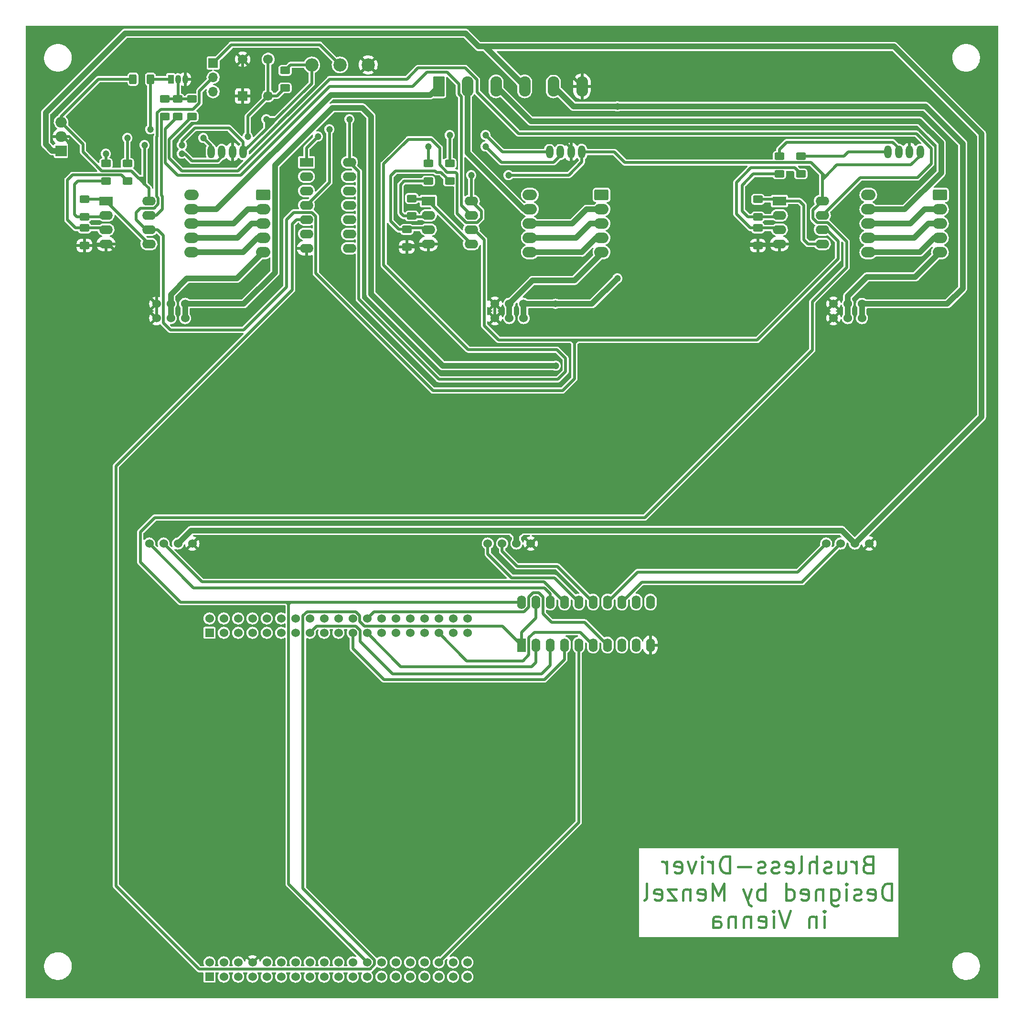
<source format=gbr>
%TF.GenerationSoftware,KiCad,Pcbnew,6.0.4-6f826c9f35~116~ubuntu18.04.1*%
%TF.CreationDate,2022-06-06T14:39:01+02:00*%
%TF.ProjectId,motor_driver_mainboard_v2,6d6f746f-725f-4647-9269-7665725f6d61,rev?*%
%TF.SameCoordinates,Original*%
%TF.FileFunction,Copper,L2,Bot*%
%TF.FilePolarity,Positive*%
%FSLAX46Y46*%
G04 Gerber Fmt 4.6, Leading zero omitted, Abs format (unit mm)*
G04 Created by KiCad (PCBNEW 6.0.4-6f826c9f35~116~ubuntu18.04.1) date 2022-06-06 14:39:01*
%MOMM*%
%LPD*%
G01*
G04 APERTURE LIST*
G04 Aperture macros list*
%AMRoundRect*
0 Rectangle with rounded corners*
0 $1 Rounding radius*
0 $2 $3 $4 $5 $6 $7 $8 $9 X,Y pos of 4 corners*
0 Add a 4 corners polygon primitive as box body*
4,1,4,$2,$3,$4,$5,$6,$7,$8,$9,$2,$3,0*
0 Add four circle primitives for the rounded corners*
1,1,$1+$1,$2,$3*
1,1,$1+$1,$4,$5*
1,1,$1+$1,$6,$7*
1,1,$1+$1,$8,$9*
0 Add four rect primitives between the rounded corners*
20,1,$1+$1,$2,$3,$4,$5,0*
20,1,$1+$1,$4,$5,$6,$7,0*
20,1,$1+$1,$6,$7,$8,$9,0*
20,1,$1+$1,$8,$9,$2,$3,0*%
G04 Aperture macros list end*
%ADD10C,0.450000*%
%TA.AperFunction,NonConductor*%
%ADD11C,0.450000*%
%TD*%
%TA.AperFunction,ComponentPad*%
%ADD12R,1.050000X1.500000*%
%TD*%
%TA.AperFunction,ComponentPad*%
%ADD13O,1.050000X1.500000*%
%TD*%
%TA.AperFunction,ComponentPad*%
%ADD14R,2.400000X1.600000*%
%TD*%
%TA.AperFunction,ComponentPad*%
%ADD15O,2.400000X1.600000*%
%TD*%
%TA.AperFunction,ComponentPad*%
%ADD16RoundRect,0.249999X-0.790001X-1.550001X0.790001X-1.550001X0.790001X1.550001X-0.790001X1.550001X0*%
%TD*%
%TA.AperFunction,ComponentPad*%
%ADD17O,2.080000X3.600000*%
%TD*%
%TA.AperFunction,ComponentPad*%
%ADD18R,1.700000X1.700000*%
%TD*%
%TA.AperFunction,ComponentPad*%
%ADD19O,1.700000X1.700000*%
%TD*%
%TA.AperFunction,ComponentPad*%
%ADD20C,2.340000*%
%TD*%
%TA.AperFunction,ComponentPad*%
%ADD21RoundRect,0.250800X1.019200X-0.699200X1.019200X0.699200X-1.019200X0.699200X-1.019200X-0.699200X0*%
%TD*%
%TA.AperFunction,ComponentPad*%
%ADD22O,2.540000X1.900000*%
%TD*%
%TA.AperFunction,ComponentPad*%
%ADD23O,1.300000X2.300000*%
%TD*%
%TA.AperFunction,ComponentPad*%
%ADD24R,2.000000X1.905000*%
%TD*%
%TA.AperFunction,ComponentPad*%
%ADD25O,2.000000X1.905000*%
%TD*%
%TA.AperFunction,ComponentPad*%
%ADD26R,1.524000X1.524000*%
%TD*%
%TA.AperFunction,ComponentPad*%
%ADD27C,1.524000*%
%TD*%
%TA.AperFunction,ComponentPad*%
%ADD28R,1.600000X2.400000*%
%TD*%
%TA.AperFunction,ComponentPad*%
%ADD29O,1.600000X2.400000*%
%TD*%
%TA.AperFunction,ComponentPad*%
%ADD30C,1.700000*%
%TD*%
%TA.AperFunction,SMDPad,CuDef*%
%ADD31RoundRect,0.250000X-0.625000X0.400000X-0.625000X-0.400000X0.625000X-0.400000X0.625000X0.400000X0*%
%TD*%
%TA.AperFunction,SMDPad,CuDef*%
%ADD32RoundRect,0.250000X0.625000X-0.400000X0.625000X0.400000X-0.625000X0.400000X-0.625000X-0.400000X0*%
%TD*%
%TA.AperFunction,SMDPad,CuDef*%
%ADD33RoundRect,0.250000X-0.400000X-0.625000X0.400000X-0.625000X0.400000X0.625000X-0.400000X0.625000X0*%
%TD*%
%TA.AperFunction,ViaPad*%
%ADD34C,1.200000*%
%TD*%
%TA.AperFunction,Conductor*%
%ADD35C,1.000000*%
%TD*%
%TA.AperFunction,Conductor*%
%ADD36C,0.500000*%
%TD*%
G04 APERTURE END LIST*
D10*
D11*
X278770000Y-204225714D02*
X278341428Y-204368571D01*
X278198571Y-204511428D01*
X278055714Y-204797142D01*
X278055714Y-205225714D01*
X278198571Y-205511428D01*
X278341428Y-205654285D01*
X278627142Y-205797142D01*
X279770000Y-205797142D01*
X279770000Y-202797142D01*
X278770000Y-202797142D01*
X278484285Y-202940000D01*
X278341428Y-203082857D01*
X278198571Y-203368571D01*
X278198571Y-203654285D01*
X278341428Y-203940000D01*
X278484285Y-204082857D01*
X278770000Y-204225714D01*
X279770000Y-204225714D01*
X276770000Y-205797142D02*
X276770000Y-203797142D01*
X276770000Y-204368571D02*
X276627142Y-204082857D01*
X276484285Y-203940000D01*
X276198571Y-203797142D01*
X275912857Y-203797142D01*
X273627142Y-203797142D02*
X273627142Y-205797142D01*
X274912857Y-203797142D02*
X274912857Y-205368571D01*
X274770000Y-205654285D01*
X274484285Y-205797142D01*
X274055714Y-205797142D01*
X273770000Y-205654285D01*
X273627142Y-205511428D01*
X272341428Y-205654285D02*
X272055714Y-205797142D01*
X271484285Y-205797142D01*
X271198571Y-205654285D01*
X271055714Y-205368571D01*
X271055714Y-205225714D01*
X271198571Y-204940000D01*
X271484285Y-204797142D01*
X271912857Y-204797142D01*
X272198571Y-204654285D01*
X272341428Y-204368571D01*
X272341428Y-204225714D01*
X272198571Y-203940000D01*
X271912857Y-203797142D01*
X271484285Y-203797142D01*
X271198571Y-203940000D01*
X269770000Y-205797142D02*
X269770000Y-202797142D01*
X268484285Y-205797142D02*
X268484285Y-204225714D01*
X268627142Y-203940000D01*
X268912857Y-203797142D01*
X269341428Y-203797142D01*
X269627142Y-203940000D01*
X269770000Y-204082857D01*
X266627142Y-205797142D02*
X266912857Y-205654285D01*
X267055714Y-205368571D01*
X267055714Y-202797142D01*
X264341428Y-205654285D02*
X264627142Y-205797142D01*
X265198571Y-205797142D01*
X265484285Y-205654285D01*
X265627142Y-205368571D01*
X265627142Y-204225714D01*
X265484285Y-203940000D01*
X265198571Y-203797142D01*
X264627142Y-203797142D01*
X264341428Y-203940000D01*
X264198571Y-204225714D01*
X264198571Y-204511428D01*
X265627142Y-204797142D01*
X263055714Y-205654285D02*
X262770000Y-205797142D01*
X262198571Y-205797142D01*
X261912857Y-205654285D01*
X261770000Y-205368571D01*
X261770000Y-205225714D01*
X261912857Y-204940000D01*
X262198571Y-204797142D01*
X262627142Y-204797142D01*
X262912857Y-204654285D01*
X263055714Y-204368571D01*
X263055714Y-204225714D01*
X262912857Y-203940000D01*
X262627142Y-203797142D01*
X262198571Y-203797142D01*
X261912857Y-203940000D01*
X260627142Y-205654285D02*
X260341428Y-205797142D01*
X259770000Y-205797142D01*
X259484285Y-205654285D01*
X259341428Y-205368571D01*
X259341428Y-205225714D01*
X259484285Y-204940000D01*
X259770000Y-204797142D01*
X260198571Y-204797142D01*
X260484285Y-204654285D01*
X260627142Y-204368571D01*
X260627142Y-204225714D01*
X260484285Y-203940000D01*
X260198571Y-203797142D01*
X259770000Y-203797142D01*
X259484285Y-203940000D01*
X258055714Y-204654285D02*
X255770000Y-204654285D01*
X254341428Y-205797142D02*
X254341428Y-202797142D01*
X253627142Y-202797142D01*
X253198571Y-202940000D01*
X252912857Y-203225714D01*
X252770000Y-203511428D01*
X252627142Y-204082857D01*
X252627142Y-204511428D01*
X252770000Y-205082857D01*
X252912857Y-205368571D01*
X253198571Y-205654285D01*
X253627142Y-205797142D01*
X254341428Y-205797142D01*
X251341428Y-205797142D02*
X251341428Y-203797142D01*
X251341428Y-204368571D02*
X251198571Y-204082857D01*
X251055714Y-203940000D01*
X250770000Y-203797142D01*
X250484285Y-203797142D01*
X249484285Y-205797142D02*
X249484285Y-203797142D01*
X249484285Y-202797142D02*
X249627142Y-202940000D01*
X249484285Y-203082857D01*
X249341428Y-202940000D01*
X249484285Y-202797142D01*
X249484285Y-203082857D01*
X248341428Y-203797142D02*
X247627142Y-205797142D01*
X246912857Y-203797142D01*
X244627142Y-205654285D02*
X244912857Y-205797142D01*
X245484285Y-205797142D01*
X245770000Y-205654285D01*
X245912857Y-205368571D01*
X245912857Y-204225714D01*
X245770000Y-203940000D01*
X245484285Y-203797142D01*
X244912857Y-203797142D01*
X244627142Y-203940000D01*
X244484285Y-204225714D01*
X244484285Y-204511428D01*
X245912857Y-204797142D01*
X243198571Y-205797142D02*
X243198571Y-203797142D01*
X243198571Y-204368571D02*
X243055714Y-204082857D01*
X242912857Y-203940000D01*
X242627142Y-203797142D01*
X242341428Y-203797142D01*
X283055714Y-210627142D02*
X283055714Y-207627142D01*
X282341428Y-207627142D01*
X281912857Y-207770000D01*
X281627142Y-208055714D01*
X281484285Y-208341428D01*
X281341428Y-208912857D01*
X281341428Y-209341428D01*
X281484285Y-209912857D01*
X281627142Y-210198571D01*
X281912857Y-210484285D01*
X282341428Y-210627142D01*
X283055714Y-210627142D01*
X278912857Y-210484285D02*
X279198571Y-210627142D01*
X279770000Y-210627142D01*
X280055714Y-210484285D01*
X280198571Y-210198571D01*
X280198571Y-209055714D01*
X280055714Y-208770000D01*
X279770000Y-208627142D01*
X279198571Y-208627142D01*
X278912857Y-208770000D01*
X278770000Y-209055714D01*
X278770000Y-209341428D01*
X280198571Y-209627142D01*
X277627142Y-210484285D02*
X277341428Y-210627142D01*
X276770000Y-210627142D01*
X276484285Y-210484285D01*
X276341428Y-210198571D01*
X276341428Y-210055714D01*
X276484285Y-209770000D01*
X276770000Y-209627142D01*
X277198571Y-209627142D01*
X277484285Y-209484285D01*
X277627142Y-209198571D01*
X277627142Y-209055714D01*
X277484285Y-208770000D01*
X277198571Y-208627142D01*
X276770000Y-208627142D01*
X276484285Y-208770000D01*
X275055714Y-210627142D02*
X275055714Y-208627142D01*
X275055714Y-207627142D02*
X275198571Y-207770000D01*
X275055714Y-207912857D01*
X274912857Y-207770000D01*
X275055714Y-207627142D01*
X275055714Y-207912857D01*
X272341428Y-208627142D02*
X272341428Y-211055714D01*
X272484285Y-211341428D01*
X272627142Y-211484285D01*
X272912857Y-211627142D01*
X273341428Y-211627142D01*
X273627142Y-211484285D01*
X272341428Y-210484285D02*
X272627142Y-210627142D01*
X273198571Y-210627142D01*
X273484285Y-210484285D01*
X273627142Y-210341428D01*
X273770000Y-210055714D01*
X273770000Y-209198571D01*
X273627142Y-208912857D01*
X273484285Y-208770000D01*
X273198571Y-208627142D01*
X272627142Y-208627142D01*
X272341428Y-208770000D01*
X270912857Y-208627142D02*
X270912857Y-210627142D01*
X270912857Y-208912857D02*
X270770000Y-208770000D01*
X270484285Y-208627142D01*
X270055714Y-208627142D01*
X269770000Y-208770000D01*
X269627142Y-209055714D01*
X269627142Y-210627142D01*
X267055714Y-210484285D02*
X267341428Y-210627142D01*
X267912857Y-210627142D01*
X268198571Y-210484285D01*
X268341428Y-210198571D01*
X268341428Y-209055714D01*
X268198571Y-208770000D01*
X267912857Y-208627142D01*
X267341428Y-208627142D01*
X267055714Y-208770000D01*
X266912857Y-209055714D01*
X266912857Y-209341428D01*
X268341428Y-209627142D01*
X264341428Y-210627142D02*
X264341428Y-207627142D01*
X264341428Y-210484285D02*
X264627142Y-210627142D01*
X265198571Y-210627142D01*
X265484285Y-210484285D01*
X265627142Y-210341428D01*
X265770000Y-210055714D01*
X265770000Y-209198571D01*
X265627142Y-208912857D01*
X265484285Y-208770000D01*
X265198571Y-208627142D01*
X264627142Y-208627142D01*
X264341428Y-208770000D01*
X260627142Y-210627142D02*
X260627142Y-207627142D01*
X260627142Y-208770000D02*
X260341428Y-208627142D01*
X259770000Y-208627142D01*
X259484285Y-208770000D01*
X259341428Y-208912857D01*
X259198571Y-209198571D01*
X259198571Y-210055714D01*
X259341428Y-210341428D01*
X259484285Y-210484285D01*
X259770000Y-210627142D01*
X260341428Y-210627142D01*
X260627142Y-210484285D01*
X258198571Y-208627142D02*
X257484285Y-210627142D01*
X256770000Y-208627142D02*
X257484285Y-210627142D01*
X257770000Y-211341428D01*
X257912857Y-211484285D01*
X258198571Y-211627142D01*
X253341428Y-210627142D02*
X253341428Y-207627142D01*
X252341428Y-209770000D01*
X251341428Y-207627142D01*
X251341428Y-210627142D01*
X248770000Y-210484285D02*
X249055714Y-210627142D01*
X249627142Y-210627142D01*
X249912857Y-210484285D01*
X250055714Y-210198571D01*
X250055714Y-209055714D01*
X249912857Y-208770000D01*
X249627142Y-208627142D01*
X249055714Y-208627142D01*
X248770000Y-208770000D01*
X248627142Y-209055714D01*
X248627142Y-209341428D01*
X250055714Y-209627142D01*
X247341428Y-208627142D02*
X247341428Y-210627142D01*
X247341428Y-208912857D02*
X247198571Y-208770000D01*
X246912857Y-208627142D01*
X246484285Y-208627142D01*
X246198571Y-208770000D01*
X246055714Y-209055714D01*
X246055714Y-210627142D01*
X244912857Y-208627142D02*
X243341428Y-208627142D01*
X244912857Y-210627142D01*
X243341428Y-210627142D01*
X241055714Y-210484285D02*
X241341428Y-210627142D01*
X241912857Y-210627142D01*
X242198571Y-210484285D01*
X242341428Y-210198571D01*
X242341428Y-209055714D01*
X242198571Y-208770000D01*
X241912857Y-208627142D01*
X241341428Y-208627142D01*
X241055714Y-208770000D01*
X240912857Y-209055714D01*
X240912857Y-209341428D01*
X242341428Y-209627142D01*
X239198571Y-210627142D02*
X239484285Y-210484285D01*
X239627142Y-210198571D01*
X239627142Y-207627142D01*
X271127142Y-215457142D02*
X271127142Y-213457142D01*
X271127142Y-212457142D02*
X271270000Y-212600000D01*
X271127142Y-212742857D01*
X270984285Y-212600000D01*
X271127142Y-212457142D01*
X271127142Y-212742857D01*
X269698571Y-213457142D02*
X269698571Y-215457142D01*
X269698571Y-213742857D02*
X269555714Y-213600000D01*
X269270000Y-213457142D01*
X268841428Y-213457142D01*
X268555714Y-213600000D01*
X268412857Y-213885714D01*
X268412857Y-215457142D01*
X265127142Y-212457142D02*
X264127142Y-215457142D01*
X263127142Y-212457142D01*
X262127142Y-215457142D02*
X262127142Y-213457142D01*
X262127142Y-212457142D02*
X262270000Y-212600000D01*
X262127142Y-212742857D01*
X261984285Y-212600000D01*
X262127142Y-212457142D01*
X262127142Y-212742857D01*
X259555714Y-215314285D02*
X259841428Y-215457142D01*
X260412857Y-215457142D01*
X260698571Y-215314285D01*
X260841428Y-215028571D01*
X260841428Y-213885714D01*
X260698571Y-213600000D01*
X260412857Y-213457142D01*
X259841428Y-213457142D01*
X259555714Y-213600000D01*
X259412857Y-213885714D01*
X259412857Y-214171428D01*
X260841428Y-214457142D01*
X258127142Y-213457142D02*
X258127142Y-215457142D01*
X258127142Y-213742857D02*
X257984285Y-213600000D01*
X257698571Y-213457142D01*
X257270000Y-213457142D01*
X256984285Y-213600000D01*
X256841428Y-213885714D01*
X256841428Y-215457142D01*
X255412857Y-213457142D02*
X255412857Y-215457142D01*
X255412857Y-213742857D02*
X255270000Y-213600000D01*
X254984285Y-213457142D01*
X254555714Y-213457142D01*
X254270000Y-213600000D01*
X254127142Y-213885714D01*
X254127142Y-215457142D01*
X251412857Y-215457142D02*
X251412857Y-213885714D01*
X251555714Y-213600000D01*
X251841428Y-213457142D01*
X252412857Y-213457142D01*
X252698571Y-213600000D01*
X251412857Y-215314285D02*
X251698571Y-215457142D01*
X252412857Y-215457142D01*
X252698571Y-215314285D01*
X252841428Y-215028571D01*
X252841428Y-214742857D01*
X252698571Y-214457142D01*
X252412857Y-214314285D01*
X251698571Y-214314285D01*
X251412857Y-214171428D01*
D12*
%TO.P,Q7,1,C*%
%TO.N,Net-(Q7-Pad1)*%
X155270000Y-65050000D03*
D13*
%TO.P,Q7,2,B*%
%TO.N,/V_of*%
X156540000Y-65050000D03*
%TO.P,Q7,3,E*%
%TO.N,GND*%
X157810000Y-65050000D03*
%TD*%
D14*
%TO.P,U11,1*%
%TO.N,/V_iw*%
X263160000Y-86650000D03*
D15*
%TO.P,U11,2,-*%
%TO.N,Net-(R12-Pad2)*%
X263160000Y-89190000D03*
%TO.P,U11,3,+*%
%TO.N,Net-(R10-Pad2)*%
X263160000Y-91730000D03*
%TO.P,U11,4,V-*%
%TO.N,GND*%
X263160000Y-94270000D03*
%TO.P,U11,5,+*%
%TO.N,/V_iw*%
X270780000Y-94270000D03*
%TO.P,U11,6,-*%
%TO.N,/Vith*%
X270780000Y-91730000D03*
%TO.P,U11,7*%
%TO.N,/V_ofw*%
X270780000Y-89190000D03*
%TO.P,U11,8,V+*%
%TO.N,+5V*%
X270780000Y-86650000D03*
%TD*%
D14*
%TO.P,U8,1*%
%TO.N,/V_iu*%
X143780000Y-86650000D03*
D15*
%TO.P,U8,2,-*%
%TO.N,Net-(R1-Pad2)*%
X143780000Y-89190000D03*
%TO.P,U8,3,+*%
%TO.N,Net-(R2-Pad2)*%
X143780000Y-91730000D03*
%TO.P,U8,4,V-*%
%TO.N,GND*%
X143780000Y-94270000D03*
%TO.P,U8,5,+*%
%TO.N,/V_iu*%
X151400000Y-94270000D03*
%TO.P,U8,6,-*%
%TO.N,/Vith*%
X151400000Y-91730000D03*
%TO.P,U8,7*%
%TO.N,/V_ofu*%
X151400000Y-89190000D03*
%TO.P,U8,8,V+*%
%TO.N,+5V*%
X151400000Y-86650000D03*
%TD*%
D16*
%TO.P,J1,1,Pin_1*%
%TO.N,/U*%
X202770000Y-66320000D03*
D17*
%TO.P,J1,2,Pin_2*%
%TO.N,/V*%
X207850000Y-66320000D03*
%TO.P,J1,3,Pin_3*%
%TO.N,/W*%
X212930000Y-66320000D03*
%TO.P,J1,4,Pin_4*%
%TO.N,VCC*%
X218010000Y-66320000D03*
%TO.P,J1,5,Pin_5*%
%TO.N,+15V*%
X223090000Y-66320000D03*
%TO.P,J1,6,Pin_6*%
%TO.N,GND*%
X228170000Y-66320000D03*
%TD*%
D18*
%TO.P,K2,1,P1*%
%TO.N,Net-(K2-Pad1)*%
X162770000Y-62190000D03*
D19*
%TO.P,K2,2,PM*%
%TO.N,/Vith*%
X162770000Y-64730000D03*
%TO.P,K2,3,P3*%
%TO.N,/th_in*%
X162770000Y-67270000D03*
%TD*%
D20*
%TO.P,RV1,1,1*%
%TO.N,GND*%
X190270000Y-62520000D03*
%TO.P,RV1,2,2*%
%TO.N,Net-(K2-Pad1)*%
X185270000Y-62520000D03*
%TO.P,RV1,3,3*%
%TO.N,+5V*%
X180270000Y-62520000D03*
%TD*%
D21*
%TO.P,U5,1*%
%TO.N,N/C*%
X171620000Y-85565000D03*
D22*
%TO.P,U5,2,IN*%
%TO.N,/coil3*%
X171620000Y-88105000D03*
%TO.P,U5,3,IN*%
%TO.N,/coil2*%
X171620000Y-90645000D03*
%TO.P,U5,4,IN*%
%TO.N,/coil1*%
X171620000Y-93185000D03*
%TO.P,U5,5,IN*%
%TO.N,/out1*%
X171620000Y-95725000D03*
%TO.P,U5,6,OUT*%
%TO.N,/coil1*%
X158920000Y-95725000D03*
%TO.P,U5,7,OUT*%
%TO.N,/coil2*%
X158920000Y-93185000D03*
%TO.P,U5,8,OUT*%
%TO.N,/coil3*%
X158920000Y-90645000D03*
%TO.P,U5,9,OUT*%
%TO.N,/U*%
X158920000Y-88105000D03*
%TO.P,U5,10*%
%TO.N,N/C*%
X158920000Y-85565000D03*
D23*
%TO.P,U5,11,Vref*%
%TO.N,/Vref_U*%
X162412500Y-77945000D03*
%TO.P,U5,12,Vout*%
%TO.N,/Vout_U*%
X164317500Y-77945000D03*
%TO.P,U5,13,GND*%
%TO.N,GND*%
X166222500Y-77945000D03*
%TO.P,U5,14,Uc*%
%TO.N,+5V*%
X168127500Y-77945000D03*
%TD*%
D24*
%TO.P,U1,1,IN*%
%TO.N,VCC*%
X135825000Y-77750000D03*
D25*
%TO.P,U1,2,GND*%
%TO.N,GND*%
X135825000Y-75210000D03*
%TO.P,U1,3,OUT*%
%TO.N,+5V*%
X135825000Y-72670000D03*
%TD*%
D26*
%TO.P,U2,1,PC10*%
%TO.N,unconnected-(U2-Pad1)*%
X162130000Y-224155013D03*
D27*
%TO.P,U2,2,PC11*%
%TO.N,unconnected-(U2-Pad2)*%
X162130000Y-221615013D03*
%TO.P,U2,3,PC12*%
%TO.N,unconnected-(U2-Pad3)*%
X164670000Y-224155013D03*
%TO.P,U2,4,PD2*%
%TO.N,unconnected-(U2-Pad4)*%
X164670000Y-221615013D03*
%TO.P,U2,5,VDD*%
%TO.N,unconnected-(U2-Pad5)*%
X167210000Y-224155013D03*
%TO.P,U2,6,E5V*%
%TO.N,unconnected-(U2-Pad6)*%
X167210000Y-221615013D03*
%TO.P,U2,7,~{BOOT0}*%
%TO.N,unconnected-(U2-Pad7)*%
X169750000Y-224155013D03*
%TO.P,U2,8,GND*%
%TO.N,GND*%
X169750000Y-221615013D03*
%TO.P,U2,9,NC*%
%TO.N,unconnected-(U2-Pad9)*%
X172290000Y-224155013D03*
%TO.P,U2,10,NC*%
%TO.N,unconnected-(U2-Pad10)*%
X172290000Y-221615013D03*
%TO.P,U2,11,NC*%
%TO.N,unconnected-(U2-Pad11)*%
X174830000Y-224155013D03*
%TO.P,U2,12,IOREF*%
%TO.N,unconnected-(U2-Pad12)*%
X174830000Y-221615013D03*
%TO.P,U2,13,STLINK_TMS/PA13*%
%TO.N,unconnected-(U2-Pad13)*%
X177370000Y-224155013D03*
%TO.P,U2,14,~{RESET}*%
%TO.N,unconnected-(U2-Pad14)*%
X177370000Y-221615013D03*
%TO.P,U2,15,STLINK_TCK/PA14*%
%TO.N,unconnected-(U2-Pad15)*%
X179910000Y-224155013D03*
%TO.P,U2,16,+3V3*%
%TO.N,unconnected-(U2-Pad16)*%
X179910000Y-221615013D03*
%TO.P,U2,17,PA15*%
%TO.N,unconnected-(U2-Pad17)*%
X182450000Y-224155013D03*
%TO.P,U2,18,+5V*%
%TO.N,unconnected-(U2-Pad18)*%
X182450000Y-221615013D03*
%TO.P,U2,19,GND*%
%TO.N,unconnected-(U2-Pad19)*%
X184990000Y-224155013D03*
%TO.P,U2,20,GND*%
%TO.N,unconnected-(U2-Pad20)*%
X184990000Y-221615013D03*
%TO.P,U2,21,PB7*%
%TO.N,unconnected-(U2-Pad21)*%
X187530000Y-224155013D03*
%TO.P,U2,22,GND*%
%TO.N,unconnected-(U2-Pad22)*%
X187530000Y-221615013D03*
%TO.P,U2,23,PC13*%
%TO.N,unconnected-(U2-Pad23)*%
X190070000Y-224155013D03*
%TO.P,U2,24,VIN*%
%TO.N,+5V*%
X190070000Y-221615013D03*
%TO.P,U2,25,PC14*%
%TO.N,unconnected-(U2-Pad25)*%
X192610000Y-224155013D03*
%TO.P,U2,26,NC*%
%TO.N,unconnected-(U2-Pad26)*%
X192610000Y-221615013D03*
%TO.P,U2,27,PC15*%
%TO.N,unconnected-(U2-Pad27)*%
X195150000Y-224155013D03*
%TO.P,U2,28,PA0*%
%TO.N,unconnected-(U2-Pad28)*%
X195150000Y-221615013D03*
%TO.P,U2,29,PF0*%
%TO.N,unconnected-(U2-Pad29)*%
X197690000Y-224155013D03*
%TO.P,U2,30,PA1*%
%TO.N,unconnected-(U2-Pad30)*%
X197690000Y-221615013D03*
%TO.P,U2,31,PF1*%
%TO.N,unconnected-(U2-Pad31)*%
X200230000Y-224155013D03*
%TO.P,U2,32,PA4*%
%TO.N,unconnected-(U2-Pad32)*%
X200230000Y-221615013D03*
%TO.P,U2,33,VBAT*%
%TO.N,unconnected-(U2-Pad33)*%
X202770000Y-224155013D03*
%TO.P,U2,34,PB0*%
%TO.N,/PB0*%
X202770000Y-221615013D03*
%TO.P,U2,35,PC2*%
%TO.N,unconnected-(U2-Pad35)*%
X205310000Y-224155013D03*
%TO.P,U2,36,PC1*%
%TO.N,unconnected-(U2-Pad36)*%
X205310000Y-221615013D03*
%TO.P,U2,37,PC3*%
%TO.N,unconnected-(U2-Pad37)*%
X207850000Y-224155013D03*
%TO.P,U2,38,PC0*%
%TO.N,unconnected-(U2-Pad38)*%
X207850000Y-221615013D03*
D26*
%TO.P,U2,39,PC9*%
%TO.N,unconnected-(U2-Pad39)*%
X162130000Y-163195013D03*
D27*
%TO.P,U2,40,PC8*%
%TO.N,unconnected-(U2-Pad40)*%
X162130000Y-160655013D03*
%TO.P,U2,41,PB8*%
%TO.N,unconnected-(U2-Pad41)*%
X164670000Y-163195013D03*
%TO.P,U2,42,PC6*%
%TO.N,unconnected-(U2-Pad42)*%
X164670000Y-160655013D03*
%TO.P,U2,43,PB9*%
%TO.N,unconnected-(U2-Pad43)*%
X167210000Y-163195013D03*
%TO.P,U2,44,PC5*%
%TO.N,unconnected-(U2-Pad44)*%
X167210000Y-160655013D03*
%TO.P,U2,45,AVDD*%
%TO.N,unconnected-(U2-Pad45)*%
X169750000Y-163195013D03*
%TO.P,U2,46,U5V*%
%TO.N,unconnected-(U2-Pad46)*%
X169750000Y-160655013D03*
%TO.P,U2,47,GND*%
%TO.N,unconnected-(U2-Pad47)*%
X172290000Y-163195013D03*
%TO.P,U2,48,NC*%
%TO.N,unconnected-(U2-Pad48)*%
X172290000Y-160655013D03*
%TO.P,U2,49,PA5*%
%TO.N,unconnected-(U2-Pad49)*%
X174830000Y-163195013D03*
%TO.P,U2,50,PA12*%
%TO.N,unconnected-(U2-Pad50)*%
X174830000Y-160655013D03*
%TO.P,U2,51,PA6*%
%TO.N,unconnected-(U2-Pad51)*%
X177370000Y-163195013D03*
%TO.P,U2,52,PA11*%
%TO.N,unconnected-(U2-Pad52)*%
X177370000Y-160655013D03*
%TO.P,U2,53,PA7*%
%TO.N,/PA7*%
X179910000Y-163195013D03*
%TO.P,U2,54,PB12*%
%TO.N,unconnected-(U2-Pad54)*%
X179910000Y-160655013D03*
%TO.P,U2,55,PB6*%
%TO.N,unconnected-(U2-Pad55)*%
X182450000Y-163195013D03*
%TO.P,U2,56,NC*%
%TO.N,unconnected-(U2-Pad56)*%
X182450000Y-160655013D03*
%TO.P,U2,57,PC7*%
%TO.N,unconnected-(U2-Pad57)*%
X184990000Y-163195013D03*
%TO.P,U2,58,GND*%
%TO.N,unconnected-(U2-Pad58)*%
X184990000Y-160655013D03*
%TO.P,U2,59,PA9*%
%TO.N,/PA9*%
X187530000Y-163195013D03*
%TO.P,U2,60,PB2*%
%TO.N,unconnected-(U2-Pad60)*%
X187530000Y-160655013D03*
%TO.P,U2,61,PA8*%
%TO.N,/PA8*%
X190070000Y-163195013D03*
%TO.P,U2,62,PB1*%
%TO.N,/PB1*%
X190070000Y-160655013D03*
%TO.P,U2,63,PB10*%
%TO.N,unconnected-(U2-Pad63)*%
X192610000Y-163195013D03*
%TO.P,U2,64,PB15*%
%TO.N,unconnected-(U2-Pad64)*%
X192610000Y-160655013D03*
%TO.P,U2,65,PB4*%
%TO.N,unconnected-(U2-Pad65)*%
X195150000Y-163195013D03*
%TO.P,U2,66,PB14*%
%TO.N,unconnected-(U2-Pad66)*%
X195150000Y-160655013D03*
%TO.P,U2,67,PB5*%
%TO.N,unconnected-(U2-Pad67)*%
X197690000Y-163195013D03*
%TO.P,U2,68,PB13*%
%TO.N,unconnected-(U2-Pad68)*%
X197690000Y-160655013D03*
%TO.P,U2,69,STLINK_SWO/PB3*%
%TO.N,unconnected-(U2-Pad69)*%
X200230000Y-163195013D03*
%TO.P,U2,70,AGND*%
%TO.N,unconnected-(U2-Pad70)*%
X200230000Y-160655013D03*
%TO.P,U2,71,PA10*%
%TO.N,/PA10*%
X202770000Y-163195013D03*
%TO.P,U2,72,PC4*%
%TO.N,unconnected-(U2-Pad72)*%
X202770000Y-160655013D03*
%TO.P,U2,73,STLINK_UART_TX/PA2*%
%TO.N,unconnected-(U2-Pad73)*%
X205310000Y-163195013D03*
%TO.P,U2,74,NC*%
%TO.N,unconnected-(U2-Pad74)*%
X205310000Y-160655013D03*
%TO.P,U2,75,STLINK_UART_RX/PA3*%
%TO.N,unconnected-(U2-Pad75)*%
X207850000Y-163195013D03*
%TO.P,U2,76,NC*%
%TO.N,unconnected-(U2-Pad76)*%
X207850000Y-160655013D03*
%TD*%
%TO.P,U13,1,GND*%
%TO.N,GND*%
X272730000Y-104865000D03*
X279080000Y-147365000D03*
X272730000Y-107405000D03*
%TO.P,U13,2,out*%
%TO.N,/out3*%
X275270000Y-107405000D03*
X275270000Y-104865000D03*
%TO.P,U13,3,Vp*%
%TO.N,+15V*%
X277810000Y-107405000D03*
X277810000Y-104865000D03*
%TO.P,U13,4,lin*%
%TO.N,/lin_w*%
X271460000Y-147365000D03*
%TO.P,U13,5,hin*%
%TO.N,/hin_w*%
X274000000Y-147365000D03*
%TO.P,U13,6,Vp*%
%TO.N,VCC*%
X276540000Y-147365000D03*
%TD*%
D14*
%TO.P,U9,1*%
%TO.N,/V_iv*%
X200930000Y-86650000D03*
D15*
%TO.P,U9,2,-*%
%TO.N,Net-(R5-Pad2)*%
X200930000Y-89190000D03*
%TO.P,U9,3,+*%
%TO.N,Net-(R6-Pad2)*%
X200930000Y-91730000D03*
%TO.P,U9,4,V-*%
%TO.N,GND*%
X200930000Y-94270000D03*
%TO.P,U9,5,+*%
%TO.N,/V_iv*%
X208550000Y-94270000D03*
%TO.P,U9,6,-*%
%TO.N,/Vith*%
X208550000Y-91730000D03*
%TO.P,U9,7*%
%TO.N,/V_ofv*%
X208550000Y-89190000D03*
%TO.P,U9,8,V+*%
%TO.N,+5V*%
X208550000Y-86650000D03*
%TD*%
D27*
%TO.P,U4,1,GND*%
%TO.N,GND*%
X212730000Y-107405000D03*
X212730000Y-104865000D03*
X219080000Y-147365000D03*
%TO.P,U4,2,out*%
%TO.N,/out2*%
X215270000Y-104865000D03*
X215270000Y-107405000D03*
%TO.P,U4,3,Vp*%
%TO.N,+15V*%
X217810000Y-104865000D03*
X217810000Y-107405000D03*
%TO.N,VCC*%
X216540000Y-147365000D03*
%TO.P,U4,4,lin*%
%TO.N,/lin_v*%
X211460000Y-147365000D03*
%TO.P,U4,5,hin*%
%TO.N,/hin_v*%
X214000000Y-147365000D03*
%TD*%
D21*
%TO.P,U7,1*%
%TO.N,N/C*%
X291620000Y-85565000D03*
D22*
%TO.P,U7,2,IN*%
%TO.N,/coil9*%
X291620000Y-88105000D03*
%TO.P,U7,3,IN*%
%TO.N,/coil8*%
X291620000Y-90645000D03*
%TO.P,U7,4,IN*%
%TO.N,/coil7*%
X291620000Y-93185000D03*
%TO.P,U7,5,IN*%
%TO.N,/out3*%
X291620000Y-95725000D03*
%TO.P,U7,6,OUT*%
%TO.N,/coil7*%
X278920000Y-95725000D03*
%TO.P,U7,7,OUT*%
%TO.N,/coil8*%
X278920000Y-93185000D03*
%TO.P,U7,8,OUT*%
%TO.N,/coil9*%
X278920000Y-90645000D03*
%TO.P,U7,9,OUT*%
%TO.N,/W*%
X278920000Y-88105000D03*
%TO.P,U7,10*%
%TO.N,N/C*%
X278920000Y-85565000D03*
D23*
%TO.P,U7,11,Vref*%
%TO.N,/Vref_W*%
X282412500Y-77945000D03*
%TO.P,U7,12,Vout*%
%TO.N,/Vout_W*%
X284317500Y-77945000D03*
%TO.P,U7,13,GND*%
%TO.N,GND*%
X286222500Y-77945000D03*
%TO.P,U7,14,Uc*%
%TO.N,+5V*%
X288127500Y-77945000D03*
%TD*%
D27*
%TO.P,U3,1,GND*%
%TO.N,GND*%
X152730000Y-104865000D03*
X152730000Y-107405000D03*
X159080000Y-147365000D03*
%TO.P,U3,2,out*%
%TO.N,/out1*%
X155270000Y-104865000D03*
X155270000Y-107405000D03*
%TO.P,U3,3,Vp*%
%TO.N,+15V*%
X157810000Y-104865000D03*
X157810000Y-107405000D03*
%TO.N,VCC*%
X156540000Y-147365000D03*
%TO.P,U3,4,lin*%
%TO.N,/lin_u*%
X151460000Y-147365000D03*
%TO.P,U3,5,hin*%
%TO.N,/hin_u*%
X154000000Y-147365000D03*
%TD*%
D14*
%TO.P,U12,1,~{R}*%
%TO.N,/reset*%
X179330000Y-79782000D03*
D15*
%TO.P,U12,2,D*%
%TO.N,unconnected-(U12-Pad2)*%
X179330000Y-82322000D03*
%TO.P,U12,3,C*%
%TO.N,unconnected-(U12-Pad3)*%
X179330000Y-84862000D03*
%TO.P,U12,4,~{S}*%
%TO.N,Net-(Q7-Pad1)*%
X179330000Y-87402000D03*
%TO.P,U12,5,Q*%
%TO.N,/Vgate*%
X179330000Y-89942000D03*
%TO.P,U12,6,~{Q}*%
%TO.N,unconnected-(U12-Pad6)*%
X179330000Y-92482000D03*
%TO.P,U12,7,GND*%
%TO.N,GND*%
X179330000Y-95022000D03*
%TO.P,U12,8,~{Q}*%
%TO.N,unconnected-(U12-Pad8)*%
X186950000Y-95022000D03*
%TO.P,U12,9,Q*%
%TO.N,unconnected-(U12-Pad9)*%
X186950000Y-92482000D03*
%TO.P,U12,10,~{S}*%
%TO.N,unconnected-(U12-Pad10)*%
X186950000Y-89942000D03*
%TO.P,U12,11,C*%
%TO.N,unconnected-(U12-Pad11)*%
X186950000Y-87402000D03*
%TO.P,U12,12,D*%
%TO.N,unconnected-(U12-Pad12)*%
X186950000Y-84862000D03*
%TO.P,U12,13,~{R}*%
%TO.N,unconnected-(U12-Pad13)*%
X186950000Y-82322000D03*
%TO.P,U12,14,VCC*%
%TO.N,+5V*%
X186950000Y-79782000D03*
%TD*%
D28*
%TO.P,U10,1,G1*%
%TO.N,/Vgate*%
X217435000Y-165370000D03*
D29*
%TO.P,U10,2,A0*%
%TO.N,/PA8*%
X219975000Y-165370000D03*
%TO.P,U10,3,A1*%
%TO.N,/PA7*%
X222515000Y-165370000D03*
%TO.P,U10,4,A2*%
%TO.N,/PA9*%
X225055000Y-165370000D03*
%TO.P,U10,5,A3*%
%TO.N,/PB0*%
X227595000Y-165370000D03*
%TO.P,U10,6,A4*%
%TO.N,/PA10*%
X230135000Y-165370000D03*
%TO.P,U10,7,A5*%
%TO.N,/PB1*%
X232675000Y-165370000D03*
%TO.P,U10,8,A6*%
%TO.N,unconnected-(U10-Pad8)*%
X235215000Y-165370000D03*
%TO.P,U10,9,A7*%
%TO.N,unconnected-(U10-Pad9)*%
X237755000Y-165370000D03*
%TO.P,U10,10,GND*%
%TO.N,GND*%
X240295000Y-165370000D03*
%TO.P,U10,11,Y7*%
%TO.N,unconnected-(U10-Pad11)*%
X240295000Y-157750000D03*
%TO.P,U10,12,Y6*%
%TO.N,unconnected-(U10-Pad12)*%
X237755000Y-157750000D03*
%TO.P,U10,13,Y5*%
%TO.N,/hin_w*%
X235215000Y-157750000D03*
%TO.P,U10,14,Y4*%
%TO.N,/lin_w*%
X232675000Y-157750000D03*
%TO.P,U10,15,Y3*%
%TO.N,/hin_v*%
X230135000Y-157750000D03*
%TO.P,U10,16,Y2*%
%TO.N,/lin_v*%
X227595000Y-157750000D03*
%TO.P,U10,17,Y1*%
%TO.N,/hin_u*%
X225055000Y-157750000D03*
%TO.P,U10,18,Y0*%
%TO.N,/lin_u*%
X222515000Y-157750000D03*
%TO.P,U10,19,G2*%
%TO.N,/Vgate*%
X219975000Y-157750000D03*
%TO.P,U10,20,VCC*%
%TO.N,+5V*%
X217435000Y-157750000D03*
%TD*%
D30*
%TO.P,SW1,1,1*%
%TO.N,GND*%
X168020000Y-61520000D03*
D18*
X168020000Y-68020000D03*
D30*
%TO.P,SW1,2,2*%
%TO.N,/reset*%
X172520000Y-61520000D03*
X172520000Y-68020000D03*
%TD*%
D21*
%TO.P,U6,1*%
%TO.N,N/C*%
X231620000Y-85565000D03*
D22*
%TO.P,U6,2,IN*%
%TO.N,/coil6*%
X231620000Y-88105000D03*
%TO.P,U6,3,IN*%
%TO.N,/coil5*%
X231620000Y-90645000D03*
%TO.P,U6,4,IN*%
%TO.N,/coil4*%
X231620000Y-93185000D03*
%TO.P,U6,5,IN*%
%TO.N,/out2*%
X231620000Y-95725000D03*
%TO.P,U6,6,OUT*%
%TO.N,/coil4*%
X218920000Y-95725000D03*
%TO.P,U6,7,OUT*%
%TO.N,/coil5*%
X218920000Y-93185000D03*
%TO.P,U6,8,OUT*%
%TO.N,/coil6*%
X218920000Y-90645000D03*
%TO.P,U6,9,OUT*%
%TO.N,/V*%
X218920000Y-88105000D03*
%TO.P,U6,10*%
%TO.N,N/C*%
X218920000Y-85565000D03*
D23*
%TO.P,U6,11,Vref*%
%TO.N,/Vref_V*%
X222412500Y-77945000D03*
%TO.P,U6,12,Vout*%
%TO.N,/Vout_V*%
X224317500Y-77945000D03*
%TO.P,U6,13,GND*%
%TO.N,GND*%
X226222500Y-77945000D03*
%TO.P,U6,14,Uc*%
%TO.N,+5V*%
X228127500Y-77945000D03*
%TD*%
D31*
%TO.P,R17,1*%
%TO.N,+5V*%
X175520000Y-63500000D03*
%TO.P,R17,2*%
%TO.N,/reset*%
X175520000Y-66600000D03*
%TD*%
%TO.P,R8,1*%
%TO.N,/V_iv*%
X198000000Y-86200000D03*
%TO.P,R8,2*%
%TO.N,Net-(R5-Pad2)*%
X198000000Y-89300000D03*
%TD*%
%TO.P,R13,1*%
%TO.N,/V_of*%
X154210000Y-68580000D03*
%TO.P,R13,2*%
%TO.N,/V_ofu*%
X154210000Y-71680000D03*
%TD*%
D32*
%TO.P,R3,1*%
%TO.N,GND*%
X139960000Y-94540000D03*
%TO.P,R3,2*%
%TO.N,Net-(R2-Pad2)*%
X139960000Y-91440000D03*
%TD*%
D31*
%TO.P,R15,1*%
%TO.N,/V_of*%
X159010000Y-68580000D03*
%TO.P,R15,2*%
%TO.N,/V_ofw*%
X159010000Y-71680000D03*
%TD*%
%TO.P,R9,1*%
%TO.N,/Vout_W*%
X263150000Y-78740000D03*
%TO.P,R9,2*%
%TO.N,Net-(R12-Pad2)*%
X263150000Y-81840000D03*
%TD*%
%TO.P,R14,1*%
%TO.N,/V_of*%
X156470000Y-68580000D03*
%TO.P,R14,2*%
%TO.N,/V_ofv*%
X156470000Y-71680000D03*
%TD*%
%TO.P,R2,1*%
%TO.N,/Vref_U*%
X147580000Y-80010000D03*
%TO.P,R2,2*%
%TO.N,Net-(R2-Pad2)*%
X147580000Y-83110000D03*
%TD*%
D32*
%TO.P,R7,1*%
%TO.N,GND*%
X197110000Y-94794000D03*
%TO.P,R7,2*%
%TO.N,Net-(R6-Pad2)*%
X197110000Y-91694000D03*
%TD*%
D31*
%TO.P,R5,1*%
%TO.N,/Vout_V*%
X200920000Y-80010000D03*
%TO.P,R5,2*%
%TO.N,Net-(R5-Pad2)*%
X200920000Y-83110000D03*
%TD*%
D33*
%TO.P,R16,1*%
%TO.N,+5V*%
X148570000Y-65050000D03*
%TO.P,R16,2*%
%TO.N,Net-(Q7-Pad1)*%
X151670000Y-65050000D03*
%TD*%
D31*
%TO.P,R12,1*%
%TO.N,/V_iw*%
X259340000Y-86360000D03*
%TO.P,R12,2*%
%TO.N,Net-(R12-Pad2)*%
X259340000Y-89460000D03*
%TD*%
%TO.P,R4,1*%
%TO.N,/V_iu*%
X139960000Y-86360000D03*
%TO.P,R4,2*%
%TO.N,Net-(R1-Pad2)*%
X139960000Y-89460000D03*
%TD*%
%TO.P,R10,1*%
%TO.N,/Vref_W*%
X266960000Y-78740000D03*
%TO.P,R10,2*%
%TO.N,Net-(R10-Pad2)*%
X266960000Y-81840000D03*
%TD*%
%TO.P,R6,1*%
%TO.N,/Vref_V*%
X204730000Y-80010000D03*
%TO.P,R6,2*%
%TO.N,Net-(R6-Pad2)*%
X204730000Y-83110000D03*
%TD*%
%TO.P,R1,1*%
%TO.N,/Vout_U*%
X143770000Y-80010000D03*
%TO.P,R1,2*%
%TO.N,Net-(R1-Pad2)*%
X143770000Y-83110000D03*
%TD*%
D32*
%TO.P,R11,1*%
%TO.N,GND*%
X259340000Y-94540000D03*
%TO.P,R11,2*%
%TO.N,Net-(R10-Pad2)*%
X259340000Y-91440000D03*
%TD*%
D34*
%TO.N,+15V*%
X234448000Y-69876000D03*
X223463000Y-104865000D03*
X223526000Y-115850000D03*
X234448000Y-100356000D03*
%TO.N,GND*%
X221240000Y-70892000D03*
X204730000Y-72924000D03*
X211080000Y-70892000D03*
X244608000Y-115850000D03*
X244608000Y-106198000D03*
X210318000Y-72924000D03*
%TO.N,Net-(Q7-Pad1)*%
X151644000Y-73940000D03*
X183394000Y-73940000D03*
%TO.N,/Vout_U*%
X143770000Y-78258000D03*
X157232000Y-78258000D03*
%TO.N,/Vref_U*%
X161042000Y-75464000D03*
X147580000Y-75464000D03*
%TO.N,/Vout_V*%
X211080000Y-76988000D03*
X200920000Y-76988000D03*
%TO.N,/Vref_V*%
X211080000Y-74956000D03*
X204730000Y-74956000D03*
%TO.N,+5V*%
X157250000Y-76734000D03*
X186950000Y-72162000D03*
X150628000Y-76734000D03*
X208540000Y-82068000D03*
X172218000Y-72162000D03*
X215144000Y-82068000D03*
%TO.N,/reset*%
X181362000Y-75210000D03*
X168916000Y-75210000D03*
%TD*%
D35*
%TO.N,VCC*%
X216540000Y-145188000D02*
X216668000Y-145060000D01*
X134250000Y-77750000D02*
X135825000Y-77750000D01*
X215652000Y-145060000D02*
X216668000Y-145060000D01*
X210960969Y-59270969D02*
X209872969Y-59270969D01*
X274235000Y-145060000D02*
X276540000Y-147365000D01*
X218010000Y-66320000D02*
X210960969Y-59270969D01*
X215652000Y-145060000D02*
X216540000Y-145948000D01*
X216540000Y-145948000D02*
X216542000Y-145948000D01*
X216668000Y-145060000D02*
X217430000Y-145060000D01*
X217430000Y-145060000D02*
X274235000Y-145060000D01*
X209872969Y-59270969D02*
X207524000Y-56922000D01*
X216540000Y-145948000D02*
X216540000Y-145188000D01*
X283520969Y-59270969D02*
X299000000Y-74750000D01*
X133102000Y-76602000D02*
X134250000Y-77750000D01*
X216540000Y-147365000D02*
X216540000Y-145948000D01*
X156540000Y-147365000D02*
X158845000Y-145060000D01*
X133102000Y-70962000D02*
X133102000Y-76602000D01*
X158845000Y-145060000D02*
X215652000Y-145060000D01*
X299000000Y-124905000D02*
X276540000Y-147365000D01*
X207524000Y-56922000D02*
X147142000Y-56922000D01*
X217430000Y-145060000D02*
X216542000Y-145948000D01*
X299000000Y-74750000D02*
X299000000Y-124905000D01*
X147142000Y-56922000D02*
X133102000Y-70962000D01*
X209872969Y-59270969D02*
X283520969Y-59270969D01*
%TO.N,+15V*%
X234448000Y-69876000D02*
X226646000Y-69876000D01*
X277810000Y-107405000D02*
X277810000Y-104865000D01*
X183902000Y-70130000D02*
X189236000Y-70130000D01*
X292931000Y-104865000D02*
X277810000Y-104865000D01*
X168217000Y-104865000D02*
X173750000Y-99332000D01*
X295662000Y-76480000D02*
X295662000Y-102134000D01*
X229939000Y-104865000D02*
X223463000Y-104865000D01*
X295662000Y-102134000D02*
X292931000Y-104865000D01*
X289058000Y-69876000D02*
X295662000Y-76480000D01*
X226646000Y-69876000D02*
X223090000Y-66320000D01*
X189236000Y-70130000D02*
X190760000Y-71654000D01*
X234448000Y-100356000D02*
X229939000Y-104865000D01*
X190760000Y-103150000D02*
X203460000Y-115850000D01*
X234448000Y-69876000D02*
X289058000Y-69876000D01*
X173750000Y-99332000D02*
X173750000Y-80282000D01*
X157810000Y-104865000D02*
X168217000Y-104865000D01*
X173750000Y-80282000D02*
X183902000Y-70130000D01*
X190760000Y-71654000D02*
X190760000Y-103150000D01*
X157810000Y-107405000D02*
X157810000Y-104865000D01*
X223463000Y-104865000D02*
X217810000Y-104865000D01*
X217810000Y-104865000D02*
X217810000Y-107405000D01*
X203460000Y-115850000D02*
X223526000Y-115850000D01*
D36*
%TO.N,GND*%
X135825000Y-75210000D02*
X135513478Y-75210000D01*
X222473021Y-64070480D02*
X225920480Y-64070480D01*
X221240000Y-70892000D02*
X221240000Y-65303501D01*
X200660000Y-94540000D02*
X200930000Y-94270000D01*
X263160000Y-94270000D02*
X256536000Y-94270000D01*
X136150000Y-82322000D02*
X136150000Y-92736000D01*
X137274511Y-81197489D02*
X136150000Y-82322000D01*
X136136522Y-75210000D02*
X137274511Y-76347989D01*
X144180000Y-94270000D02*
X152730000Y-102820000D01*
X152730000Y-102820000D02*
X152730000Y-104865000D01*
X225272980Y-76345480D02*
X226222500Y-77295000D01*
X197110000Y-94794000D02*
X197364000Y-94540000D01*
X259340000Y-94540000D02*
X262890000Y-94540000D01*
X221240000Y-65303501D02*
X222473021Y-64070480D01*
X212730000Y-107405000D02*
X212730000Y-104865000D01*
X216533480Y-76345480D02*
X225272980Y-76345480D01*
X262890000Y-94540000D02*
X263160000Y-94270000D01*
X137954000Y-94540000D02*
X139960000Y-94540000D01*
X166222500Y-77945000D02*
X166222500Y-77295000D01*
X152730000Y-104865000D02*
X152730000Y-107405000D01*
X211080000Y-70892000D02*
X216533480Y-76345480D01*
X256536000Y-94270000D02*
X244608000Y-106198000D01*
X143510000Y-94540000D02*
X143780000Y-94270000D01*
X143780000Y-94270000D02*
X144180000Y-94270000D01*
X137274511Y-76347989D02*
X137274511Y-81197489D01*
X197364000Y-94540000D02*
X200660000Y-94540000D01*
X139960000Y-94540000D02*
X143510000Y-94540000D01*
X136150000Y-92736000D02*
X137954000Y-94540000D01*
X135825000Y-75210000D02*
X136136522Y-75210000D01*
X226222500Y-77295000D02*
X226222500Y-77945000D01*
X225920480Y-64070480D02*
X228170000Y-66320000D01*
X168020000Y-68020000D02*
X168020000Y-61520000D01*
D35*
%TO.N,/U*%
X158920000Y-88105000D02*
X163387000Y-88105000D01*
X201246000Y-67844000D02*
X202770000Y-66320000D01*
X163387000Y-88105000D02*
X183648000Y-67844000D01*
X183648000Y-67844000D02*
X201246000Y-67844000D01*
%TO.N,/V*%
X207850000Y-78100000D02*
X217855000Y-88105000D01*
X207850000Y-66320000D02*
X207850000Y-78100000D01*
X217855000Y-88105000D02*
X218920000Y-88105000D01*
%TO.N,/W*%
X291852000Y-76353000D02*
X287999000Y-72500000D01*
X291852000Y-81648000D02*
X291852000Y-76353000D01*
X287999000Y-72500000D02*
X219110000Y-72500000D01*
X278920000Y-88105000D02*
X278807227Y-88105000D01*
X285395000Y-88105000D02*
X291852000Y-81648000D01*
X219110000Y-72500000D02*
X212930000Y-66320000D01*
X278920000Y-88105000D02*
X285395000Y-88105000D01*
D36*
%TO.N,Net-(K2-Pad1)*%
X166006000Y-58954000D02*
X162770000Y-62190000D01*
X185270000Y-62520000D02*
X181704000Y-58954000D01*
X181704000Y-58954000D02*
X166006000Y-58954000D01*
%TO.N,/Vith*%
X180979520Y-89383472D02*
X180979520Y-99479520D01*
X153049520Y-86132432D02*
X153049520Y-87167568D01*
X155200000Y-109500000D02*
X168154000Y-109500000D01*
X226320000Y-111278000D02*
X226066000Y-111278000D01*
X159220270Y-70384000D02*
X153491730Y-70384000D01*
X175774000Y-101880000D02*
X175774000Y-89942000D01*
X177044000Y-88672000D02*
X180268048Y-88672000D01*
X271542000Y-91730000D02*
X273564000Y-93752000D01*
X152307088Y-87910000D02*
X149866000Y-87910000D01*
X209058000Y-91730000D02*
X208550000Y-91730000D01*
X226828000Y-111786000D02*
X226320000Y-111278000D01*
X213366000Y-111278000D02*
X210826000Y-108738000D01*
X180268048Y-88672000D02*
X180979520Y-89383472D01*
X149104000Y-88672000D02*
X149104000Y-89942000D01*
X226828000Y-111786000D02*
X226828000Y-111278000D01*
X153049520Y-87167568D02*
X152307088Y-87910000D01*
X273564000Y-96936000D02*
X259222000Y-111278000D01*
X153941511Y-108241511D02*
X155200000Y-109500000D01*
X152750000Y-75316960D02*
X152750000Y-85832912D01*
X153491730Y-70384000D02*
X152885480Y-70990250D01*
X151400000Y-91730000D02*
X152924000Y-91730000D01*
X149104000Y-89942000D02*
X150892000Y-91730000D01*
X224714000Y-120250000D02*
X226828000Y-118136000D01*
X152885480Y-70990250D02*
X152885480Y-75181480D01*
X226066000Y-111278000D02*
X213366000Y-111278000D01*
X273564000Y-93752000D02*
X273564000Y-96936000D01*
X227336000Y-111278000D02*
X227844000Y-111278000D01*
X226828000Y-111786000D02*
X227336000Y-111278000D01*
X153941511Y-92747511D02*
X153941511Y-108241511D01*
X259222000Y-111278000D02*
X227844000Y-111278000D01*
X270780000Y-91730000D02*
X271542000Y-91730000D01*
X175774000Y-89942000D02*
X177044000Y-88672000D01*
X168154000Y-109500000D02*
X175774000Y-101880000D01*
X160334520Y-69269750D02*
X159220270Y-70384000D01*
X152924000Y-91730000D02*
X153941511Y-92747511D01*
X180979520Y-99479520D02*
X201750000Y-120250000D01*
X152885480Y-75181480D02*
X152750000Y-75316960D01*
X162770000Y-64730000D02*
X160334520Y-67165480D01*
X210826000Y-93498000D02*
X209058000Y-91730000D01*
X201750000Y-120250000D02*
X224714000Y-120250000D01*
X227844000Y-111278000D02*
X226828000Y-111278000D01*
X160334520Y-67165480D02*
X160334520Y-69269750D01*
X210826000Y-108738000D02*
X210826000Y-93498000D01*
X149866000Y-87910000D02*
X149104000Y-88672000D01*
X150892000Y-91730000D02*
X151400000Y-91730000D01*
X226828000Y-111278000D02*
X226066000Y-111278000D01*
X226828000Y-118136000D02*
X226828000Y-111786000D01*
X152750000Y-85832912D02*
X153049520Y-86132432D01*
X208550000Y-91730000D02*
X208550000Y-91506489D01*
%TO.N,Net-(Q7-Pad1)*%
X183394000Y-73940000D02*
X183394000Y-83338000D01*
X151670000Y-65050000D02*
X155270000Y-65050000D01*
X151644000Y-65076000D02*
X151670000Y-65050000D01*
X151644000Y-73940000D02*
X151644000Y-65076000D01*
X183394000Y-83338000D02*
X179330000Y-87402000D01*
%TO.N,/V_of*%
X156540000Y-65050000D02*
X156540000Y-68510000D01*
X154210000Y-68580000D02*
X159010000Y-68580000D01*
X156540000Y-68510000D02*
X156470000Y-68580000D01*
%TO.N,/Vout_U*%
X164317500Y-78792500D02*
X164317500Y-77945000D01*
X159026520Y-79544520D02*
X163565480Y-79544520D01*
X163565480Y-79544520D02*
X164317500Y-78792500D01*
X143770000Y-80010000D02*
X143770000Y-78258000D01*
X157740000Y-78258000D02*
X159026520Y-79544520D01*
X157232000Y-78258000D02*
X157740000Y-78258000D01*
%TO.N,Net-(R1-Pad2)*%
X138791000Y-83110000D02*
X138182000Y-83719000D01*
X138589000Y-89460000D02*
X139960000Y-89460000D01*
X138182000Y-89053000D02*
X138589000Y-89460000D01*
X143770000Y-83110000D02*
X138791000Y-83110000D01*
X143510000Y-89460000D02*
X143780000Y-89190000D01*
X139960000Y-89460000D02*
X143510000Y-89460000D01*
X138182000Y-83719000D02*
X138182000Y-89053000D01*
%TO.N,/Vref_U*%
X162412500Y-76834500D02*
X161042000Y-75464000D01*
X162412500Y-77945000D02*
X162412500Y-76834500D01*
X147580000Y-75464000D02*
X147580000Y-80010000D01*
%TO.N,Net-(R2-Pad2)*%
X137858520Y-82010480D02*
X146480480Y-82010480D01*
X143490000Y-91440000D02*
X143780000Y-91730000D01*
X139960000Y-91440000D02*
X143490000Y-91440000D01*
X138410000Y-91440000D02*
X136912000Y-89942000D01*
X139960000Y-91440000D02*
X138410000Y-91440000D01*
X136912000Y-89942000D02*
X136912000Y-82957000D01*
X136912000Y-82957000D02*
X137858520Y-82010480D01*
X146480480Y-82010480D02*
X147580000Y-83110000D01*
%TO.N,/V_iu*%
X143780000Y-86650000D02*
X151400000Y-94270000D01*
X143490000Y-86360000D02*
X143780000Y-86650000D01*
X139960000Y-86360000D02*
X143490000Y-86360000D01*
%TO.N,/Vout_V*%
X224317500Y-77945000D02*
X224317500Y-78595000D01*
X224317500Y-78595000D02*
X223130500Y-79782000D01*
X213874000Y-79782000D02*
X211080000Y-76988000D01*
X200920000Y-76988000D02*
X200920000Y-80010000D01*
X223130500Y-79782000D02*
X213874000Y-79782000D01*
%TO.N,Net-(R5-Pad2)*%
X196550000Y-89300000D02*
X198000000Y-89300000D01*
X196000000Y-83750000D02*
X196000000Y-88750000D01*
X200920000Y-83110000D02*
X196640000Y-83110000D01*
X198000000Y-89300000D02*
X198160000Y-89460000D01*
X198160000Y-89460000D02*
X200660000Y-89460000D01*
X196640000Y-83110000D02*
X196000000Y-83750000D01*
X200660000Y-89460000D02*
X200930000Y-89190000D01*
X196000000Y-88750000D02*
X196550000Y-89300000D01*
%TO.N,/Vref_V*%
X204730000Y-80010000D02*
X204730000Y-74956000D01*
X211080000Y-74956000D02*
X214069000Y-77945000D01*
X214069000Y-77945000D02*
X222412500Y-77945000D01*
%TO.N,Net-(R6-Pad2)*%
X194250000Y-82134000D02*
X195073040Y-81310960D01*
X202124500Y-81310960D02*
X202373540Y-81560000D01*
X203180000Y-81560000D02*
X204730000Y-83110000D01*
X194250000Y-90257000D02*
X194250000Y-82134000D01*
X195073040Y-81310960D02*
X202124500Y-81310960D01*
X197110000Y-91694000D02*
X197364000Y-91440000D01*
X197364000Y-91440000D02*
X200640000Y-91440000D01*
X195687000Y-91694000D02*
X194250000Y-90257000D01*
X200640000Y-91440000D02*
X200930000Y-91730000D01*
X202373540Y-81560000D02*
X203180000Y-81560000D01*
X197110000Y-91694000D02*
X195687000Y-91694000D01*
%TO.N,/V_iv*%
X198160000Y-86360000D02*
X200640000Y-86360000D01*
X198000000Y-86200000D02*
X198160000Y-86360000D01*
X200640000Y-86360000D02*
X200930000Y-86650000D01*
X200930000Y-86650000D02*
X208550000Y-94270000D01*
%TO.N,/Vout_W*%
X264420000Y-76226000D02*
X263150000Y-77496000D01*
X284317500Y-77945000D02*
X284317500Y-77295000D01*
X284317500Y-77295000D02*
X283248500Y-76226000D01*
X283248500Y-76226000D02*
X264420000Y-76226000D01*
X263150000Y-77496000D02*
X263150000Y-78740000D01*
%TO.N,Net-(R12-Pad2)*%
X256546000Y-88418000D02*
X257588000Y-89460000D01*
X263150000Y-81840000D02*
X258552000Y-81840000D01*
X256546000Y-83846000D02*
X256546000Y-88418000D01*
X259340000Y-89460000D02*
X262890000Y-89460000D01*
X262890000Y-89460000D02*
X263160000Y-89190000D01*
X257588000Y-89460000D02*
X259340000Y-89460000D01*
X258552000Y-81840000D02*
X256546000Y-83846000D01*
%TO.N,/Vref_W*%
X275401000Y-77945000D02*
X282412500Y-77945000D01*
X266960000Y-78740000D02*
X274606000Y-78740000D01*
X274606000Y-78740000D02*
X275401000Y-77945000D01*
%TO.N,Net-(R10-Pad2)*%
X255530000Y-88926000D02*
X258044000Y-91440000D01*
X262870000Y-91440000D02*
X263160000Y-91730000D01*
X259340000Y-91440000D02*
X262870000Y-91440000D01*
X265860480Y-80740480D02*
X258127520Y-80740480D01*
X258044000Y-91440000D02*
X259340000Y-91440000D01*
X266960000Y-81840000D02*
X265860480Y-80740480D01*
X255530000Y-83338000D02*
X255530000Y-88926000D01*
X258127520Y-80740480D02*
X255530000Y-83338000D01*
%TO.N,/V_iw*%
X262870000Y-86360000D02*
X263160000Y-86650000D01*
X267468000Y-93498000D02*
X268240000Y-94270000D01*
X268240000Y-94270000D02*
X270780000Y-94270000D01*
X263160000Y-86650000D02*
X266716000Y-86650000D01*
X266716000Y-86650000D02*
X267468000Y-87402000D01*
X259340000Y-86360000D02*
X262870000Y-86360000D01*
X267468000Y-87402000D02*
X267468000Y-93498000D01*
%TO.N,/V_ofu*%
X153585000Y-72305000D02*
X153585000Y-85678642D01*
X153585000Y-85678642D02*
X153749040Y-85842682D01*
X154210000Y-71680000D02*
X153585000Y-72305000D01*
X152650000Y-89190000D02*
X151400000Y-89190000D01*
X153749040Y-85842682D02*
X153749040Y-88090960D01*
X153749040Y-88090960D02*
X152650000Y-89190000D01*
%TO.N,/V_ofv*%
X167646000Y-82068000D02*
X156470000Y-82068000D01*
X206762000Y-87402000D02*
X206762000Y-68098499D01*
X208550000Y-89190000D02*
X206762000Y-87402000D01*
X183394000Y-66320000D02*
X167646000Y-82068000D01*
X198126000Y-66320000D02*
X183394000Y-66320000D01*
X200666000Y-63780000D02*
X198126000Y-66320000D01*
X154284520Y-79882520D02*
X154284520Y-73865480D01*
X204222000Y-63780000D02*
X200666000Y-63780000D01*
X206360480Y-67696979D02*
X206360480Y-65918480D01*
X156470000Y-82068000D02*
X154284520Y-79882520D01*
X206360480Y-65918480D02*
X204222000Y-63780000D01*
X206762000Y-68098499D02*
X206360480Y-67696979D01*
X154284520Y-73865480D02*
X156470000Y-71680000D01*
%TO.N,/V_ofw*%
X209556000Y-67336000D02*
X209556000Y-65159501D01*
X197110000Y-65050000D02*
X183394000Y-65050000D01*
X287452000Y-74702000D02*
X216922000Y-74702000D01*
X207476980Y-63080481D02*
X199079519Y-63080481D01*
X183394000Y-65050000D02*
X167138000Y-81306000D01*
X157232000Y-81306000D02*
X154984039Y-79058039D01*
X277470000Y-82500000D02*
X287610000Y-82500000D01*
X154984039Y-79058039D02*
X154984039Y-75705961D01*
X270780000Y-89190000D02*
X277470000Y-82500000D01*
X209556000Y-65159501D02*
X207476980Y-63080481D01*
X216922000Y-74702000D02*
X209556000Y-67336000D01*
X290074000Y-77324000D02*
X287452000Y-74702000D01*
X199079519Y-63080481D02*
X197110000Y-65050000D01*
X287610000Y-82500000D02*
X290074000Y-80036000D01*
X167138000Y-81306000D02*
X157232000Y-81306000D01*
X290074000Y-80036000D02*
X290074000Y-77324000D01*
X154984039Y-75705961D02*
X159010000Y-71680000D01*
%TO.N,+5V*%
X135825000Y-71675000D02*
X135825000Y-72670000D01*
X179594000Y-157750000D02*
X217435000Y-157750000D01*
X172218000Y-73686000D02*
X172302250Y-73770250D01*
X271278000Y-82322000D02*
X270780000Y-82820000D01*
X152406000Y-142774000D02*
X239274000Y-142774000D01*
X201428000Y-75718000D02*
X202952000Y-77242000D01*
X135825000Y-72670000D02*
X139706000Y-76551000D01*
X175784000Y-157750000D02*
X175784000Y-157763022D01*
X269862432Y-90480480D02*
X269130480Y-89748528D01*
X269000000Y-113048000D02*
X269000000Y-104500000D01*
X268795520Y-79839520D02*
X236422480Y-79839520D01*
X225812000Y-82068000D02*
X228127500Y-79752500D01*
X173910500Y-72162000D02*
X173953250Y-72119250D01*
X173234000Y-72162000D02*
X173234000Y-72670000D01*
X150120000Y-82830000D02*
X149971135Y-82978865D01*
X205746000Y-81560000D02*
X206062480Y-81876480D01*
X208550000Y-82078000D02*
X208540000Y-82068000D01*
X223920000Y-118250000D02*
X225250000Y-116920000D01*
X175784000Y-157750000D02*
X156968000Y-157750000D01*
X186950000Y-79782000D02*
X188599520Y-81431520D01*
X157250000Y-76734000D02*
X157250000Y-75954000D01*
X172726000Y-72162000D02*
X173234000Y-72162000D01*
X173742000Y-72162000D02*
X173488000Y-72416000D01*
X176158489Y-207703502D02*
X190070000Y-221615013D01*
X149866000Y-150648000D02*
X149866000Y-145314000D01*
X149590135Y-82597865D02*
X150606135Y-82597865D01*
X150628000Y-82576000D02*
X150628000Y-82830000D01*
X165614000Y-73686000D02*
X168127500Y-76199500D01*
X173953250Y-72119250D02*
X173318250Y-72754250D01*
X233881000Y-77945000D02*
X228127500Y-77945000D01*
X172218000Y-73178000D02*
X172726000Y-72670000D01*
X173488000Y-72416000D02*
X172726000Y-72416000D01*
X150606135Y-82597865D02*
X150628000Y-82576000D01*
X193000000Y-97997270D02*
X193000000Y-80082000D01*
X202952000Y-77242000D02*
X202952000Y-80246270D01*
X186950000Y-79782000D02*
X186950000Y-72162000D01*
X180270000Y-62520000D02*
X180270000Y-65802500D01*
X275088000Y-93870912D02*
X271697568Y-90480480D01*
X210318000Y-89688000D02*
X210318000Y-88418000D01*
X223724000Y-113000000D02*
X208002730Y-113000000D01*
X269000000Y-104500000D02*
X275088000Y-98412000D01*
X150628000Y-83592000D02*
X150606135Y-83613865D01*
X172218000Y-73178000D02*
X172218000Y-73686000D01*
X148298270Y-81306000D02*
X149590135Y-82597865D01*
X149971135Y-82978865D02*
X150606135Y-83613865D01*
X206062480Y-88869568D02*
X207642912Y-90450000D01*
X139706000Y-76551000D02*
X139706000Y-77960270D01*
X208002730Y-113000000D02*
X193000000Y-97997270D01*
X176500000Y-62520000D02*
X180270000Y-62520000D01*
X239274000Y-142774000D02*
X269000000Y-113048000D01*
X142450000Y-65050000D02*
X135825000Y-71675000D01*
X271697568Y-90480480D02*
X269862432Y-90480480D01*
X269130480Y-89748528D02*
X269130480Y-88299520D01*
X215144000Y-82068000D02*
X225812000Y-82068000D01*
X172726000Y-72416000D02*
X172726000Y-72162000D01*
X188599520Y-104037520D02*
X202812000Y-118250000D01*
X150628000Y-76734000D02*
X150628000Y-82576000D01*
X150606135Y-83613865D02*
X151400000Y-84407730D01*
X235775520Y-79839520D02*
X233881000Y-77945000D01*
X270780000Y-82820000D02*
X270780000Y-86650000D01*
X176158489Y-158137511D02*
X176158489Y-207703502D01*
X206062480Y-81876480D02*
X206062480Y-88869568D01*
X273350000Y-80250000D02*
X271278000Y-82322000D01*
X207642912Y-90450000D02*
X209556000Y-90450000D01*
X270780000Y-81824000D02*
X268795520Y-79839520D01*
X173742000Y-72162000D02*
X173910500Y-72162000D01*
X150628000Y-82830000D02*
X150628000Y-83592000D01*
X172302250Y-73770250D02*
X168127500Y-77945000D01*
X173234000Y-72670000D02*
X172218000Y-72670000D01*
X270780000Y-86650000D02*
X270780000Y-81824000D01*
X172218000Y-72670000D02*
X172218000Y-73178000D01*
X275088000Y-98412000D02*
X275088000Y-93870912D01*
X157250000Y-75954000D02*
X159518000Y-73686000D01*
X156968000Y-157750000D02*
X149866000Y-150648000D01*
X172218000Y-72162000D02*
X172218000Y-72670000D01*
X173234000Y-72670000D02*
X173318250Y-72754250D01*
X188599520Y-81431520D02*
X188599520Y-104037520D01*
X202812000Y-118250000D02*
X223920000Y-118250000D01*
X168127500Y-76199500D02*
X168127500Y-77945000D01*
X204265730Y-81560000D02*
X205746000Y-81560000D01*
X225250000Y-114526000D02*
X223724000Y-113000000D01*
X209556000Y-90450000D02*
X210318000Y-89688000D01*
X151400000Y-84407730D02*
X151400000Y-86650000D01*
X139706000Y-77960270D02*
X143051730Y-81306000D01*
X159518000Y-73686000D02*
X165614000Y-73686000D01*
X271278000Y-82322000D02*
X270780000Y-81824000D01*
X175784000Y-157763022D02*
X176158489Y-158137511D01*
X197364000Y-75718000D02*
X201428000Y-75718000D01*
X235718000Y-79782000D02*
X233881000Y-77945000D01*
X173318250Y-72754250D02*
X172302250Y-73770250D01*
X210318000Y-88418000D02*
X208550000Y-86650000D01*
X225250000Y-116920000D02*
X225250000Y-114526000D01*
X175784000Y-157750000D02*
X179594000Y-157750000D01*
X228127500Y-79752500D02*
X228127500Y-77945000D01*
X150628000Y-82830000D02*
X150120000Y-82830000D01*
X236422480Y-79839520D02*
X235775520Y-79839520D01*
X176546000Y-157750000D02*
X176158489Y-158137511D01*
X286472500Y-80250000D02*
X273350000Y-80250000D01*
X288127500Y-77945000D02*
X288127500Y-78595000D01*
X288127500Y-78595000D02*
X286472500Y-80250000D01*
X148570000Y-65050000D02*
X142450000Y-65050000D01*
X269130480Y-88299520D02*
X270780000Y-86650000D01*
X149866000Y-145314000D02*
X152406000Y-142774000D01*
X179594000Y-157750000D02*
X176546000Y-157750000D01*
X175520000Y-63500000D02*
X176500000Y-62520000D01*
X236168480Y-79839520D02*
X236422480Y-79839520D01*
X143051730Y-81306000D02*
X148298270Y-81306000D01*
X172726000Y-72670000D02*
X172726000Y-72416000D01*
X180270000Y-65802500D02*
X173953250Y-72119250D01*
X202952000Y-80246270D02*
X204265730Y-81560000D01*
X173234000Y-72162000D02*
X173742000Y-72162000D01*
X193000000Y-80082000D02*
X197364000Y-75718000D01*
X208550000Y-86650000D02*
X208550000Y-82078000D01*
X149590135Y-82597865D02*
X149971135Y-82978865D01*
%TO.N,/reset*%
X172520000Y-68020000D02*
X174100000Y-68020000D01*
X179330000Y-77242000D02*
X179330000Y-79782000D01*
X181362000Y-75210000D02*
X179330000Y-77242000D01*
X168916000Y-75210000D02*
X168916000Y-71624000D01*
X174100000Y-68020000D02*
X175520000Y-66600000D01*
X168916000Y-71624000D02*
X172520000Y-68020000D01*
X172520000Y-61520000D02*
X172520000Y-68020000D01*
%TO.N,/PB0*%
X227595000Y-165370000D02*
X227595000Y-196790013D01*
X227595000Y-196790013D02*
X202770000Y-221615013D01*
%TO.N,/PA7*%
X220986000Y-170460000D02*
X194570000Y-170460000D01*
X222515000Y-168931000D02*
X220986000Y-170460000D01*
X188855000Y-164745000D02*
X188855000Y-162806677D01*
X194570000Y-170460000D02*
X188855000Y-164745000D01*
X222515000Y-165370000D02*
X222515000Y-168931000D01*
X181121511Y-161983502D02*
X179910000Y-163195013D01*
X188031825Y-161983502D02*
X181121511Y-161983502D01*
X188855000Y-162806677D02*
X188031825Y-161983502D01*
%TO.N,/PA9*%
X225055000Y-167915000D02*
X221494000Y-171476000D01*
X225055000Y-165370000D02*
X225055000Y-167915000D01*
X221494000Y-171476000D02*
X193046000Y-171476000D01*
X193046000Y-171476000D02*
X187530000Y-165960000D01*
X187530000Y-165960000D02*
X187530000Y-163195013D01*
%TO.N,/PA8*%
X219208000Y-169190000D02*
X219975000Y-168423000D01*
X219975000Y-165010978D02*
X219975000Y-165370000D01*
X219975000Y-168423000D02*
X219975000Y-165370000D01*
X196064987Y-169190000D02*
X219208000Y-169190000D01*
X190070000Y-163195013D02*
X196064987Y-169190000D01*
%TO.N,/PB1*%
X228621000Y-161316000D02*
X222764000Y-161316000D01*
X218700000Y-156857912D02*
X218700000Y-158652088D01*
X219457432Y-156100480D02*
X218700000Y-156857912D01*
X217908586Y-159443502D02*
X191281511Y-159443502D01*
X232675000Y-165370000D02*
X228621000Y-161316000D01*
X221224520Y-156832432D02*
X220492568Y-156100480D01*
X218700000Y-158652088D02*
X217908586Y-159443502D01*
X221224520Y-159776520D02*
X221224520Y-156832432D01*
X191281511Y-159443502D02*
X190070000Y-160655013D01*
X220492568Y-156100480D02*
X219457432Y-156100480D01*
X222764000Y-161316000D02*
X221224520Y-159776520D01*
%TO.N,/PA10*%
X202770000Y-163195013D02*
X207748987Y-168174000D01*
X218725480Y-167132520D02*
X218725480Y-164084520D01*
X217684000Y-168174000D02*
X218725480Y-167132520D01*
X219716000Y-163094000D02*
X227859000Y-163094000D01*
X218725480Y-164084520D02*
X219716000Y-163094000D01*
X207748987Y-168174000D02*
X217684000Y-168174000D01*
X227859000Y-163094000D02*
X230135000Y-165370000D01*
D35*
%TO.N,/out1*%
X155270000Y-104865000D02*
X155270000Y-103230000D01*
X155270000Y-107405000D02*
X155270000Y-104865000D01*
X158144000Y-100356000D02*
X166989000Y-100356000D01*
X166989000Y-100356000D02*
X171620000Y-95725000D01*
X155270000Y-103230000D02*
X158144000Y-100356000D01*
D36*
%TO.N,/lin_u*%
X221494000Y-155220000D02*
X159315000Y-155220000D01*
X159315000Y-155220000D02*
X151460000Y-147365000D01*
X222515000Y-156241000D02*
X221494000Y-155220000D01*
X222515000Y-157750000D02*
X222515000Y-156241000D01*
%TO.N,/hin_u*%
X221446519Y-154141519D02*
X160776519Y-154141519D01*
X160776519Y-154141519D02*
X154000000Y-147365000D01*
X225055000Y-157750000D02*
X221446519Y-154141519D01*
D35*
%TO.N,/out2*%
X215270000Y-107405000D02*
X215270000Y-104865000D01*
X231620000Y-95945000D02*
X231620000Y-95725000D01*
X215270000Y-104865000D02*
X219398000Y-100737000D01*
X219398000Y-100737000D02*
X226828000Y-100737000D01*
X226828000Y-100737000D02*
X231620000Y-95945000D01*
D36*
%TO.N,/lin_v*%
X227595000Y-157750000D02*
X223287000Y-153442000D01*
X215692000Y-153442000D02*
X211460000Y-149210000D01*
X211460000Y-149210000D02*
X211460000Y-147365000D01*
X223287000Y-153442000D02*
X215692000Y-153442000D01*
%TO.N,/hin_v*%
X214000000Y-148750000D02*
X214000000Y-147365000D01*
X223795000Y-151410000D02*
X216660000Y-151410000D01*
X230135000Y-157750000D02*
X223795000Y-151410000D01*
X216660000Y-151410000D02*
X214000000Y-148750000D01*
D35*
%TO.N,/coil3*%
X166435000Y-90645000D02*
X168975000Y-88105000D01*
X158920000Y-90645000D02*
X166435000Y-90645000D01*
X168975000Y-88105000D02*
X171620000Y-88105000D01*
%TO.N,/coil2*%
X158920000Y-93185000D02*
X167070000Y-93185000D01*
X169610000Y-90645000D02*
X171620000Y-90645000D01*
X167070000Y-93185000D02*
X169610000Y-90645000D01*
%TO.N,/coil1*%
X168095000Y-95725000D02*
X170635000Y-93185000D01*
X158920000Y-95725000D02*
X168095000Y-95725000D01*
X170635000Y-93185000D02*
X171620000Y-93185000D01*
%TO.N,/coil6*%
X218954000Y-90645000D02*
X226469000Y-90645000D01*
X229009000Y-88105000D02*
X231654000Y-88105000D01*
X226469000Y-90645000D02*
X229009000Y-88105000D01*
%TO.N,/coil5*%
X229644000Y-90645000D02*
X231654000Y-90645000D01*
X218954000Y-93185000D02*
X227104000Y-93185000D01*
X227104000Y-93185000D02*
X229644000Y-90645000D01*
%TO.N,/coil4*%
X218954000Y-95725000D02*
X228129000Y-95725000D01*
X228129000Y-95725000D02*
X230669000Y-93185000D01*
X230669000Y-93185000D02*
X231654000Y-93185000D01*
%TO.N,/coil9*%
X286391000Y-90645000D02*
X288931000Y-88105000D01*
X288931000Y-88105000D02*
X291576000Y-88105000D01*
X278876000Y-90645000D02*
X286391000Y-90645000D01*
%TO.N,/coil8*%
X278876000Y-93185000D02*
X287026000Y-93185000D01*
X289566000Y-90645000D02*
X291576000Y-90645000D01*
X287026000Y-93185000D02*
X289566000Y-90645000D01*
%TO.N,/coil7*%
X278876000Y-95725000D02*
X288051000Y-95725000D01*
X288051000Y-95725000D02*
X290591000Y-93185000D01*
X290591000Y-93185000D02*
X291576000Y-93185000D01*
%TO.N,/out3*%
X287243000Y-100102000D02*
X278644000Y-100102000D01*
X275270000Y-103476000D02*
X275270000Y-104865000D01*
X278644000Y-100102000D02*
X275270000Y-103476000D01*
X291620000Y-95725000D02*
X287243000Y-100102000D01*
X275270000Y-107405000D02*
X275270000Y-104865000D01*
D36*
%TO.N,/Vgate*%
X178698489Y-208530166D02*
X191398489Y-221230166D01*
X160322524Y-222826524D02*
X145548000Y-208052000D01*
X219975000Y-160549000D02*
X219975000Y-157750000D01*
X189568175Y-161983502D02*
X188741511Y-161156838D01*
X178698489Y-160153188D02*
X178698489Y-208530166D01*
X188741511Y-161156838D02*
X188741511Y-160153188D01*
X217435000Y-163089000D02*
X219975000Y-160549000D01*
X177552000Y-89942000D02*
X179330000Y-89942000D01*
X191398489Y-221999860D02*
X190571825Y-222826524D01*
X179408175Y-159443502D02*
X178698489Y-160153188D01*
X190571825Y-222826524D02*
X160322524Y-222826524D01*
X145548000Y-208052000D02*
X145548000Y-133630000D01*
X214048502Y-161983502D02*
X189568175Y-161983502D01*
X188741511Y-160153188D02*
X188031825Y-159443502D01*
X188031825Y-159443502D02*
X179408175Y-159443502D01*
X217435000Y-165370000D02*
X214048502Y-161983502D01*
X217435000Y-165370000D02*
X217435000Y-163089000D01*
X176790000Y-90704000D02*
X177552000Y-89942000D01*
X145548000Y-133630000D02*
X176790000Y-102388000D01*
X191398489Y-221230166D02*
X191398489Y-221999860D01*
X176790000Y-102388000D02*
X176790000Y-90704000D01*
%TO.N,/hin_w*%
X238761000Y-154204000D02*
X267214000Y-154204000D01*
X267214000Y-154204000D02*
X267214000Y-154151000D01*
X267214000Y-154151000D02*
X274000000Y-147365000D01*
X235215000Y-157750000D02*
X238761000Y-154204000D01*
%TO.N,/lin_w*%
X237999000Y-152426000D02*
X232675000Y-157750000D01*
X266399000Y-152426000D02*
X237999000Y-152426000D01*
X271460000Y-147365000D02*
X266399000Y-152426000D01*
%TD*%
%TA.AperFunction,Conductor*%
%TO.N,GND*%
G36*
X301911621Y-55590502D02*
G01*
X301958114Y-55644158D01*
X301969500Y-55696500D01*
X301969500Y-227843500D01*
X301949498Y-227911621D01*
X301895842Y-227958114D01*
X301843500Y-227969500D01*
X129696500Y-227969500D01*
X129628379Y-227949498D01*
X129581886Y-227895842D01*
X129570500Y-227843500D01*
X129570500Y-222167172D01*
X132816609Y-222167172D01*
X132816696Y-222171174D01*
X132816696Y-222171181D01*
X132823341Y-222475728D01*
X132823429Y-222479745D01*
X132869911Y-222788918D01*
X132955301Y-223089678D01*
X132956881Y-223093374D01*
X132956882Y-223093376D01*
X132964418Y-223111000D01*
X133078215Y-223377150D01*
X133080245Y-223380603D01*
X133080249Y-223380611D01*
X133234627Y-223643215D01*
X133234631Y-223643221D01*
X133236661Y-223646674D01*
X133428069Y-223893881D01*
X133649336Y-224114763D01*
X133652517Y-224117217D01*
X133652518Y-224117218D01*
X133701508Y-224155013D01*
X133896877Y-224305739D01*
X133900336Y-224307765D01*
X133900340Y-224307767D01*
X133958124Y-224341601D01*
X134166677Y-224463714D01*
X134170362Y-224465282D01*
X134170370Y-224465286D01*
X134350921Y-224542111D01*
X134454363Y-224586126D01*
X134583468Y-224622537D01*
X134751405Y-224669901D01*
X134751414Y-224669903D01*
X134755272Y-224670991D01*
X134759245Y-224671581D01*
X134759244Y-224671581D01*
X135061226Y-224716443D01*
X135061228Y-224716443D01*
X135064525Y-224716933D01*
X135067856Y-224717073D01*
X135067860Y-224717073D01*
X135105186Y-224718637D01*
X135149631Y-224720500D01*
X135349085Y-224720500D01*
X135488566Y-224711602D01*
X135578004Y-224705897D01*
X135578008Y-224705896D01*
X135582013Y-224705641D01*
X135585947Y-224704880D01*
X135585954Y-224704879D01*
X135740710Y-224674937D01*
X135888968Y-224646253D01*
X135892783Y-224644995D01*
X135892787Y-224644994D01*
X136182065Y-224549605D01*
X136182070Y-224549603D01*
X136185888Y-224548344D01*
X136467961Y-224413499D01*
X136511436Y-224385428D01*
X136727242Y-224246085D01*
X136727250Y-224246079D01*
X136730614Y-224243907D01*
X136800655Y-224184823D01*
X136966520Y-224044904D01*
X136966521Y-224044903D01*
X136969589Y-224042315D01*
X137181011Y-223811992D01*
X137361454Y-223556671D01*
X137507992Y-223280492D01*
X137618249Y-222987932D01*
X137664560Y-222792783D01*
X137689510Y-222687649D01*
X137689511Y-222687644D01*
X137690439Y-222683733D01*
X137723391Y-222372828D01*
X137723126Y-222360654D01*
X137716659Y-222064272D01*
X137716659Y-222064266D01*
X137716571Y-222060255D01*
X137670089Y-221751082D01*
X137584699Y-221450322D01*
X137576264Y-221430593D01*
X137551672Y-221373079D01*
X137461785Y-221162850D01*
X137459755Y-221159397D01*
X137459751Y-221159389D01*
X137305373Y-220896785D01*
X137305369Y-220896779D01*
X137303339Y-220893326D01*
X137111931Y-220646119D01*
X136890664Y-220425237D01*
X136807341Y-220360954D01*
X136646304Y-220236715D01*
X136646303Y-220236714D01*
X136643123Y-220234261D01*
X136639664Y-220232235D01*
X136639660Y-220232233D01*
X136376788Y-220078315D01*
X136373323Y-220076286D01*
X136369638Y-220074718D01*
X136369630Y-220074714D01*
X136089331Y-219955446D01*
X136085637Y-219953874D01*
X135956532Y-219917463D01*
X135788595Y-219870099D01*
X135788586Y-219870097D01*
X135784728Y-219869009D01*
X135551486Y-219834359D01*
X135478774Y-219823557D01*
X135478772Y-219823557D01*
X135475475Y-219823067D01*
X135472144Y-219822927D01*
X135472140Y-219822927D01*
X135434814Y-219821363D01*
X135390369Y-219819500D01*
X135190915Y-219819500D01*
X135051434Y-219828398D01*
X134961996Y-219834103D01*
X134961992Y-219834104D01*
X134957987Y-219834359D01*
X134954053Y-219835120D01*
X134954046Y-219835121D01*
X134799290Y-219865063D01*
X134651032Y-219893747D01*
X134647217Y-219895005D01*
X134647213Y-219895006D01*
X134357935Y-219990395D01*
X134357930Y-219990397D01*
X134354112Y-219991656D01*
X134072039Y-220126501D01*
X134068669Y-220128677D01*
X133812758Y-220293915D01*
X133812750Y-220293921D01*
X133809386Y-220296093D01*
X133570411Y-220497685D01*
X133358989Y-220728008D01*
X133178546Y-220983329D01*
X133032008Y-221259508D01*
X132921751Y-221552068D01*
X132920822Y-221555983D01*
X132851759Y-221847006D01*
X132849561Y-221856267D01*
X132816609Y-222167172D01*
X129570500Y-222167172D01*
X129570500Y-107410475D01*
X151455628Y-107410475D01*
X151474038Y-107620896D01*
X151475941Y-107631691D01*
X151530609Y-107835715D01*
X151534355Y-107846007D01*
X151623623Y-108037441D01*
X151629103Y-108046932D01*
X151659794Y-108090765D01*
X151670271Y-108099140D01*
X151683718Y-108092072D01*
X152357978Y-107417812D01*
X152365592Y-107403868D01*
X152365461Y-107402035D01*
X152361210Y-107395420D01*
X151682997Y-106717207D01*
X151671223Y-106710777D01*
X151659207Y-106720074D01*
X151629103Y-106763068D01*
X151623623Y-106772559D01*
X151534355Y-106963993D01*
X151530609Y-106974285D01*
X151475941Y-107178309D01*
X151474038Y-107189104D01*
X151455628Y-107399525D01*
X151455628Y-107410475D01*
X129570500Y-107410475D01*
X129570500Y-104870475D01*
X151455628Y-104870475D01*
X151474038Y-105080896D01*
X151475941Y-105091691D01*
X151530609Y-105295715D01*
X151534355Y-105306007D01*
X151623623Y-105497441D01*
X151629103Y-105506932D01*
X151659794Y-105550765D01*
X151670271Y-105559140D01*
X151683718Y-105552072D01*
X152357978Y-104877812D01*
X152365592Y-104863868D01*
X152365461Y-104862035D01*
X152361210Y-104855420D01*
X151682997Y-104177207D01*
X151671223Y-104170777D01*
X151659207Y-104180074D01*
X151629103Y-104223068D01*
X151623623Y-104232559D01*
X151534355Y-104423993D01*
X151530609Y-104434285D01*
X151475941Y-104638309D01*
X151474038Y-104649104D01*
X151455628Y-104859525D01*
X151455628Y-104870475D01*
X129570500Y-104870475D01*
X129570500Y-94987095D01*
X138577001Y-94987095D01*
X138577338Y-94993614D01*
X138587257Y-95089206D01*
X138590149Y-95102600D01*
X138641588Y-95256784D01*
X138647761Y-95269962D01*
X138733063Y-95407807D01*
X138742099Y-95419208D01*
X138856829Y-95533739D01*
X138868240Y-95542751D01*
X139006243Y-95627816D01*
X139019424Y-95633963D01*
X139173710Y-95685138D01*
X139187086Y-95688005D01*
X139281438Y-95697672D01*
X139287854Y-95698000D01*
X139687885Y-95698000D01*
X139703124Y-95693525D01*
X139704329Y-95692135D01*
X139706000Y-95684452D01*
X139706000Y-95679884D01*
X140214000Y-95679884D01*
X140218475Y-95695123D01*
X140219865Y-95696328D01*
X140227548Y-95697999D01*
X140632095Y-95697999D01*
X140638614Y-95697662D01*
X140734206Y-95687743D01*
X140747600Y-95684851D01*
X140901784Y-95633412D01*
X140914962Y-95627239D01*
X141052807Y-95541937D01*
X141064208Y-95532901D01*
X141178739Y-95418171D01*
X141187751Y-95406760D01*
X141272816Y-95268757D01*
X141278963Y-95255576D01*
X141330138Y-95101290D01*
X141333005Y-95087914D01*
X141342672Y-94993562D01*
X141343000Y-94987146D01*
X141343000Y-94812115D01*
X141338525Y-94796876D01*
X141337135Y-94795671D01*
X141329452Y-94794000D01*
X140232115Y-94794000D01*
X140216876Y-94798475D01*
X140215671Y-94799865D01*
X140214000Y-94807548D01*
X140214000Y-95679884D01*
X139706000Y-95679884D01*
X139706000Y-94812115D01*
X139701525Y-94796876D01*
X139700135Y-94795671D01*
X139692452Y-94794000D01*
X138595116Y-94794000D01*
X138579877Y-94798475D01*
X138578672Y-94799865D01*
X138577001Y-94807548D01*
X138577001Y-94987095D01*
X129570500Y-94987095D01*
X129570500Y-94536522D01*
X142097273Y-94536522D01*
X142144764Y-94713761D01*
X142148510Y-94724053D01*
X142240586Y-94921511D01*
X142246069Y-94931007D01*
X142371028Y-95109467D01*
X142378084Y-95117875D01*
X142532125Y-95271916D01*
X142540533Y-95278972D01*
X142718993Y-95403931D01*
X142728489Y-95409414D01*
X142925947Y-95501490D01*
X142936239Y-95505236D01*
X143146688Y-95561625D01*
X143157481Y-95563528D01*
X143320170Y-95577762D01*
X143325635Y-95578000D01*
X143507885Y-95578000D01*
X143523124Y-95573525D01*
X143524329Y-95572135D01*
X143526000Y-95564452D01*
X143526000Y-95559885D01*
X144034000Y-95559885D01*
X144038475Y-95575124D01*
X144039865Y-95576329D01*
X144047548Y-95578000D01*
X144234365Y-95578000D01*
X144239830Y-95577762D01*
X144402519Y-95563528D01*
X144413312Y-95561625D01*
X144623761Y-95505236D01*
X144634053Y-95501490D01*
X144831511Y-95409414D01*
X144841007Y-95403931D01*
X145019467Y-95278972D01*
X145027875Y-95271916D01*
X145181916Y-95117875D01*
X145188972Y-95109467D01*
X145313931Y-94931007D01*
X145319414Y-94921511D01*
X145411490Y-94724053D01*
X145415236Y-94713761D01*
X145461394Y-94541497D01*
X145461058Y-94527401D01*
X145453116Y-94524000D01*
X144052115Y-94524000D01*
X144036876Y-94528475D01*
X144035671Y-94529865D01*
X144034000Y-94537548D01*
X144034000Y-95559885D01*
X143526000Y-95559885D01*
X143526000Y-94542115D01*
X143521525Y-94526876D01*
X143520135Y-94525671D01*
X143512452Y-94524000D01*
X142112033Y-94524000D01*
X142098502Y-94527973D01*
X142097273Y-94536522D01*
X129570500Y-94536522D01*
X129570500Y-94267885D01*
X138577000Y-94267885D01*
X138581475Y-94283124D01*
X138582865Y-94284329D01*
X138590548Y-94286000D01*
X139687885Y-94286000D01*
X139703124Y-94281525D01*
X139704329Y-94280135D01*
X139706000Y-94272452D01*
X139706000Y-94267885D01*
X140214000Y-94267885D01*
X140218475Y-94283124D01*
X140219865Y-94284329D01*
X140227548Y-94286000D01*
X141324884Y-94286000D01*
X141340123Y-94281525D01*
X141341328Y-94280135D01*
X141342999Y-94272452D01*
X141342999Y-94092905D01*
X141342662Y-94086386D01*
X141332743Y-93990794D01*
X141329851Y-93977400D01*
X141278412Y-93823216D01*
X141272239Y-93810038D01*
X141186937Y-93672193D01*
X141177901Y-93660792D01*
X141063171Y-93546261D01*
X141051760Y-93537249D01*
X140913757Y-93452184D01*
X140900576Y-93446037D01*
X140746290Y-93394862D01*
X140732914Y-93391995D01*
X140638562Y-93382328D01*
X140632145Y-93382000D01*
X140232115Y-93382000D01*
X140216876Y-93386475D01*
X140215671Y-93387865D01*
X140214000Y-93395548D01*
X140214000Y-94267885D01*
X139706000Y-94267885D01*
X139706000Y-93400116D01*
X139701525Y-93384877D01*
X139700135Y-93383672D01*
X139692452Y-93382001D01*
X139287905Y-93382001D01*
X139281386Y-93382338D01*
X139185794Y-93392257D01*
X139172400Y-93395149D01*
X139018216Y-93446588D01*
X139005038Y-93452761D01*
X138867193Y-93538063D01*
X138855792Y-93547099D01*
X138741261Y-93661829D01*
X138732249Y-93673240D01*
X138647184Y-93811243D01*
X138641037Y-93824424D01*
X138589862Y-93978710D01*
X138586995Y-93992086D01*
X138577328Y-94086438D01*
X138577000Y-94092855D01*
X138577000Y-94267885D01*
X129570500Y-94267885D01*
X129570500Y-76683407D01*
X132300559Y-76683407D01*
X132302992Y-76694658D01*
X132309615Y-76725292D01*
X132311675Y-76737870D01*
X132316454Y-76780472D01*
X132327350Y-76811759D01*
X132331511Y-76826564D01*
X132336340Y-76848898D01*
X132338511Y-76858942D01*
X132356630Y-76897799D01*
X132361414Y-76909582D01*
X132375515Y-76950073D01*
X132386425Y-76967533D01*
X132393070Y-76978167D01*
X132400408Y-76991682D01*
X132414409Y-77021707D01*
X132418728Y-77027274D01*
X132418728Y-77027275D01*
X132440674Y-77055567D01*
X132447969Y-77066024D01*
X132466766Y-77096105D01*
X132470684Y-77102375D01*
X132475646Y-77107372D01*
X132475647Y-77107373D01*
X132499003Y-77130893D01*
X132499585Y-77131515D01*
X132500099Y-77132177D01*
X132525959Y-77158037D01*
X132597230Y-77229807D01*
X132598257Y-77230459D01*
X132599465Y-77231543D01*
X133677481Y-78309559D01*
X133678410Y-78310497D01*
X133740859Y-78374268D01*
X133746779Y-78378083D01*
X133746785Y-78378088D01*
X133776891Y-78397490D01*
X133787245Y-78404930D01*
X133811035Y-78423921D01*
X133820734Y-78431664D01*
X133835467Y-78438786D01*
X133850559Y-78446082D01*
X133863974Y-78453611D01*
X133891817Y-78471554D01*
X133932073Y-78486206D01*
X133932089Y-78486212D01*
X133943831Y-78491172D01*
X133954212Y-78496190D01*
X133982422Y-78509827D01*
X133989277Y-78511410D01*
X133989281Y-78511411D01*
X134007003Y-78515502D01*
X134014698Y-78517279D01*
X134029446Y-78521648D01*
X134053955Y-78530568D01*
X134053959Y-78530569D01*
X134060578Y-78532978D01*
X134103118Y-78538352D01*
X134115637Y-78540582D01*
X134157411Y-78550226D01*
X134164452Y-78550251D01*
X134164455Y-78550251D01*
X134197582Y-78550367D01*
X134198455Y-78550396D01*
X134199283Y-78550500D01*
X134235738Y-78550500D01*
X134236178Y-78550501D01*
X134333507Y-78550841D01*
X134333510Y-78550841D01*
X134337000Y-78550853D01*
X134338188Y-78550587D01*
X134339800Y-78550500D01*
X134398500Y-78550500D01*
X134466621Y-78570502D01*
X134513114Y-78624158D01*
X134524500Y-78676500D01*
X134524500Y-78747146D01*
X134527618Y-78773346D01*
X134531456Y-78781986D01*
X134531456Y-78781987D01*
X134551433Y-78826962D01*
X134573061Y-78875653D01*
X134581294Y-78883872D01*
X134581295Y-78883873D01*
X134597776Y-78900325D01*
X134652287Y-78954741D01*
X134662924Y-78959444D01*
X134662926Y-78959445D01*
X134720009Y-78984681D01*
X134754673Y-79000006D01*
X134780354Y-79003000D01*
X136869646Y-79003000D01*
X136873350Y-79002559D01*
X136873353Y-79002559D01*
X136880746Y-79001679D01*
X136895846Y-78999882D01*
X136909044Y-78994020D01*
X136987518Y-78959163D01*
X136998153Y-78954439D01*
X137018531Y-78934026D01*
X137038097Y-78914425D01*
X137077241Y-78875213D01*
X137085997Y-78855409D01*
X137114818Y-78790216D01*
X137122506Y-78772827D01*
X137125500Y-78747146D01*
X137125500Y-76752854D01*
X137122382Y-76726654D01*
X137114978Y-76709984D01*
X137081663Y-76634982D01*
X137076939Y-76624347D01*
X137068554Y-76615976D01*
X137018483Y-76565993D01*
X136997713Y-76545259D01*
X136987076Y-76540556D01*
X136987074Y-76540555D01*
X136895327Y-76499994D01*
X136896261Y-76497882D01*
X136846983Y-76467546D01*
X136816244Y-76403549D01*
X136824985Y-76333092D01*
X136855792Y-76290010D01*
X136940481Y-76212950D01*
X136947506Y-76205417D01*
X137089945Y-76025056D01*
X137095650Y-76016469D01*
X137206714Y-75815278D01*
X137210944Y-75805866D01*
X137287659Y-75589232D01*
X137290293Y-75579261D01*
X137307647Y-75481837D01*
X137306187Y-75468540D01*
X137291630Y-75464000D01*
X134356904Y-75464000D01*
X134343560Y-75467918D01*
X134341573Y-75482194D01*
X134351110Y-75544515D01*
X134353499Y-75554543D01*
X134424898Y-75772988D01*
X134428895Y-75782497D01*
X134535011Y-75986344D01*
X134540505Y-75995069D01*
X134678493Y-76178852D01*
X134685336Y-76186559D01*
X134795941Y-76292256D01*
X134831371Y-76353781D01*
X134827914Y-76424693D01*
X134786668Y-76482479D01*
X134753698Y-76499092D01*
X134754154Y-76500118D01*
X134695379Y-76526225D01*
X134651847Y-76545561D01*
X134643628Y-76553794D01*
X134643627Y-76553795D01*
X134613389Y-76584086D01*
X134572759Y-76624787D01*
X134553683Y-76667935D01*
X134550253Y-76675694D01*
X134504414Y-76729909D01*
X134436541Y-76750736D01*
X134368183Y-76731561D01*
X134345918Y-76713840D01*
X133939405Y-76307327D01*
X133905379Y-76245015D01*
X133902500Y-76218232D01*
X133902500Y-71345768D01*
X133922502Y-71277647D01*
X133939405Y-71256673D01*
X147436673Y-57759405D01*
X147498985Y-57725379D01*
X147525768Y-57722500D01*
X207140232Y-57722500D01*
X207208353Y-57742502D01*
X207229327Y-57759405D01*
X209300450Y-59830528D01*
X209301379Y-59831466D01*
X209363828Y-59895237D01*
X209369748Y-59899052D01*
X209369754Y-59899057D01*
X209399860Y-59918459D01*
X209410214Y-59925899D01*
X209443703Y-59952633D01*
X209473479Y-59967027D01*
X209473528Y-59967051D01*
X209486943Y-59974580D01*
X209514786Y-59992523D01*
X209521406Y-59994933D01*
X209521407Y-59994933D01*
X209555058Y-60007181D01*
X209566800Y-60012141D01*
X209583321Y-60020127D01*
X209605391Y-60030796D01*
X209612258Y-60032381D01*
X209612257Y-60032381D01*
X209637666Y-60038247D01*
X209652420Y-60042617D01*
X209683547Y-60053947D01*
X209690541Y-60054831D01*
X209690543Y-60054831D01*
X209726055Y-60059317D01*
X209738607Y-60061552D01*
X209773521Y-60069613D01*
X209773526Y-60069614D01*
X209780380Y-60071196D01*
X209787417Y-60071220D01*
X209787422Y-60071221D01*
X209820562Y-60071336D01*
X209821429Y-60071365D01*
X209822252Y-60071469D01*
X209858547Y-60071469D01*
X209858986Y-60071470D01*
X209956477Y-60071810D01*
X209956480Y-60071810D01*
X209959969Y-60071822D01*
X209961157Y-60071556D01*
X209962770Y-60071469D01*
X210577201Y-60071469D01*
X210645322Y-60091471D01*
X210666296Y-60108374D01*
X216632595Y-66074673D01*
X216666621Y-66136985D01*
X216669500Y-66163768D01*
X216669500Y-67138522D01*
X216669738Y-67141239D01*
X216669738Y-67141246D01*
X216673958Y-67189482D01*
X216684823Y-67313664D01*
X216686247Y-67318977D01*
X216686247Y-67318979D01*
X216729104Y-67478921D01*
X216745531Y-67540229D01*
X216747853Y-67545210D01*
X216747854Y-67545211D01*
X216839185Y-67741070D01*
X216844659Y-67752810D01*
X216979195Y-67944948D01*
X217145052Y-68110805D01*
X217337190Y-68245341D01*
X217342168Y-68247662D01*
X217342171Y-68247664D01*
X217544789Y-68342146D01*
X217549771Y-68344469D01*
X217555079Y-68345891D01*
X217555081Y-68345892D01*
X217771021Y-68403753D01*
X217771023Y-68403753D01*
X217776336Y-68405177D01*
X218010000Y-68425620D01*
X218243664Y-68405177D01*
X218248977Y-68403753D01*
X218248979Y-68403753D01*
X218464919Y-68345892D01*
X218464921Y-68345891D01*
X218470229Y-68344469D01*
X218475211Y-68342146D01*
X218677829Y-68247664D01*
X218677832Y-68247662D01*
X218682810Y-68245341D01*
X218874948Y-68110805D01*
X219040805Y-67944948D01*
X219175341Y-67752810D01*
X219180816Y-67741070D01*
X219272146Y-67545211D01*
X219272147Y-67545210D01*
X219274469Y-67540229D01*
X219290897Y-67478921D01*
X219333753Y-67318979D01*
X219333753Y-67318977D01*
X219335177Y-67313664D01*
X219346042Y-67189482D01*
X219350262Y-67141246D01*
X219350262Y-67141239D01*
X219350500Y-67138522D01*
X221749500Y-67138522D01*
X221749738Y-67141239D01*
X221749738Y-67141246D01*
X221753958Y-67189482D01*
X221764823Y-67313664D01*
X221766247Y-67318977D01*
X221766247Y-67318979D01*
X221809104Y-67478921D01*
X221825531Y-67540229D01*
X221827853Y-67545210D01*
X221827854Y-67545211D01*
X221919185Y-67741070D01*
X221924659Y-67752810D01*
X222059195Y-67944948D01*
X222225052Y-68110805D01*
X222417190Y-68245341D01*
X222422168Y-68247662D01*
X222422171Y-68247664D01*
X222624789Y-68342146D01*
X222629771Y-68344469D01*
X222635079Y-68345891D01*
X222635081Y-68345892D01*
X222851021Y-68403753D01*
X222851023Y-68403753D01*
X222856336Y-68405177D01*
X223090000Y-68425620D01*
X223323664Y-68405177D01*
X223328977Y-68403753D01*
X223328979Y-68403753D01*
X223544919Y-68345892D01*
X223544921Y-68345891D01*
X223550229Y-68344469D01*
X223586845Y-68327395D01*
X223762810Y-68245341D01*
X223763659Y-68247161D01*
X223824105Y-68232505D01*
X223891194Y-68255734D01*
X223907189Y-68269267D01*
X226073481Y-70435559D01*
X226074410Y-70436497D01*
X226136859Y-70500268D01*
X226172904Y-70523498D01*
X226183229Y-70530917D01*
X226216734Y-70557663D01*
X226223074Y-70560728D01*
X226246553Y-70572079D01*
X226259964Y-70579605D01*
X226281893Y-70593737D01*
X226281898Y-70593739D01*
X226287817Y-70597554D01*
X226328099Y-70612216D01*
X226339829Y-70617170D01*
X226378422Y-70635827D01*
X226385283Y-70637411D01*
X226385286Y-70637412D01*
X226410700Y-70643279D01*
X226425444Y-70647646D01*
X226456578Y-70658978D01*
X226499120Y-70664352D01*
X226511636Y-70666582D01*
X226553410Y-70676226D01*
X226560451Y-70676251D01*
X226560454Y-70676251D01*
X226593582Y-70676367D01*
X226594455Y-70676396D01*
X226595283Y-70676500D01*
X226631737Y-70676500D01*
X226632177Y-70676501D01*
X226729507Y-70676841D01*
X226729510Y-70676841D01*
X226733000Y-70676853D01*
X226734188Y-70676587D01*
X226735800Y-70676500D01*
X234005209Y-70676500D01*
X234056454Y-70687392D01*
X234168197Y-70737144D01*
X234266212Y-70757978D01*
X234346897Y-70775128D01*
X234346901Y-70775128D01*
X234353354Y-70776500D01*
X234542646Y-70776500D01*
X234549099Y-70775128D01*
X234549103Y-70775128D01*
X234629788Y-70757978D01*
X234727803Y-70737144D01*
X234839546Y-70687392D01*
X234890791Y-70676500D01*
X288674232Y-70676500D01*
X288742353Y-70696502D01*
X288763327Y-70713405D01*
X294824595Y-76774673D01*
X294858621Y-76836985D01*
X294861500Y-76863768D01*
X294861500Y-101750232D01*
X294841498Y-101818353D01*
X294824595Y-101839327D01*
X292636327Y-104027595D01*
X292574015Y-104061621D01*
X292547232Y-104064500D01*
X278554662Y-104064500D01*
X278486541Y-104044498D01*
X278474347Y-104035585D01*
X278411767Y-103983814D01*
X278411763Y-103983812D01*
X278407017Y-103979885D01*
X278223728Y-103880781D01*
X278024679Y-103819165D01*
X278018554Y-103818521D01*
X278018553Y-103818521D01*
X277823582Y-103798029D01*
X277823580Y-103798029D01*
X277817453Y-103797385D01*
X277705452Y-103807578D01*
X277616085Y-103815711D01*
X277616084Y-103815711D01*
X277609944Y-103816270D01*
X277604030Y-103818011D01*
X277604028Y-103818011D01*
X277593917Y-103820987D01*
X277410055Y-103875101D01*
X277404590Y-103877958D01*
X277236425Y-103965872D01*
X277225399Y-103971636D01*
X277063011Y-104102200D01*
X276929075Y-104261818D01*
X276926105Y-104267221D01*
X276926104Y-104267222D01*
X276922281Y-104274176D01*
X276828693Y-104444411D01*
X276765690Y-104643025D01*
X276765004Y-104649142D01*
X276765003Y-104649146D01*
X276750785Y-104775905D01*
X276742463Y-104850093D01*
X276759899Y-105057730D01*
X276817333Y-105258025D01*
X276820151Y-105263507D01*
X276820152Y-105263511D01*
X276909756Y-105437862D01*
X276909759Y-105437866D01*
X276912577Y-105443350D01*
X276950624Y-105491353D01*
X276982246Y-105531251D01*
X277008883Y-105597061D01*
X277009500Y-105609515D01*
X277009500Y-106660111D01*
X276989498Y-106728232D01*
X276980022Y-106741102D01*
X276929075Y-106801818D01*
X276926104Y-106807222D01*
X276926102Y-106807225D01*
X276897000Y-106860162D01*
X276828693Y-106984411D01*
X276765690Y-107183025D01*
X276765004Y-107189142D01*
X276765003Y-107189146D01*
X276750785Y-107315905D01*
X276742463Y-107390093D01*
X276759899Y-107597730D01*
X276817333Y-107798025D01*
X276820151Y-107803507D01*
X276820152Y-107803511D01*
X276909756Y-107977862D01*
X276909759Y-107977866D01*
X276912577Y-107983350D01*
X276916408Y-107988183D01*
X277038174Y-108141816D01*
X277038179Y-108141821D01*
X277042003Y-108146646D01*
X277200683Y-108281693D01*
X277206061Y-108284699D01*
X277206063Y-108284700D01*
X277291627Y-108332520D01*
X277382571Y-108383346D01*
X277580740Y-108447735D01*
X277787641Y-108472407D01*
X277793776Y-108471935D01*
X277793778Y-108471935D01*
X277989252Y-108456894D01*
X277989256Y-108456893D01*
X277995394Y-108456421D01*
X278196085Y-108400387D01*
X278201589Y-108397607D01*
X278201591Y-108397606D01*
X278376570Y-108309218D01*
X278376572Y-108309217D01*
X278382071Y-108306439D01*
X278546266Y-108178156D01*
X278682417Y-108020423D01*
X278685461Y-108015065D01*
X278782294Y-107844610D01*
X278782296Y-107844606D01*
X278785339Y-107839249D01*
X278851109Y-107641534D01*
X278864419Y-107536180D01*
X278876783Y-107438312D01*
X278876784Y-107438305D01*
X278877225Y-107434810D01*
X278877641Y-107405000D01*
X278857308Y-107197627D01*
X278797083Y-106998154D01*
X278699261Y-106814176D01*
X278675953Y-106785597D01*
X278638857Y-106740114D01*
X278611303Y-106674683D01*
X278610500Y-106660478D01*
X278610500Y-105791500D01*
X278630502Y-105723379D01*
X278684158Y-105676886D01*
X278736500Y-105665500D01*
X292921917Y-105665500D01*
X292923238Y-105665507D01*
X293012407Y-105666441D01*
X293054296Y-105657384D01*
X293066870Y-105655325D01*
X293081477Y-105653686D01*
X293102476Y-105651331D01*
X293102478Y-105651330D01*
X293109472Y-105650546D01*
X293140759Y-105639650D01*
X293155564Y-105635489D01*
X293181061Y-105629977D01*
X293181064Y-105629976D01*
X293187942Y-105628489D01*
X293226799Y-105610370D01*
X293238582Y-105605586D01*
X293279073Y-105591485D01*
X293307167Y-105573930D01*
X293320682Y-105566592D01*
X293350707Y-105552591D01*
X293363743Y-105542479D01*
X293384567Y-105526326D01*
X293395024Y-105519031D01*
X293425400Y-105500050D01*
X293425403Y-105500048D01*
X293431375Y-105496316D01*
X293442679Y-105485091D01*
X293459893Y-105467997D01*
X293460515Y-105467415D01*
X293461177Y-105466901D01*
X293487037Y-105441041D01*
X293558807Y-105369770D01*
X293559459Y-105368743D01*
X293560543Y-105367535D01*
X296221559Y-102706519D01*
X296222497Y-102705590D01*
X296239192Y-102689241D01*
X296286268Y-102643141D01*
X296309498Y-102607096D01*
X296316917Y-102596771D01*
X296343663Y-102563266D01*
X296346728Y-102556926D01*
X296358079Y-102533447D01*
X296365605Y-102520036D01*
X296379737Y-102498107D01*
X296379739Y-102498102D01*
X296383554Y-102492183D01*
X296398216Y-102451901D01*
X296403170Y-102440171D01*
X296421827Y-102401578D01*
X296429279Y-102369302D01*
X296433648Y-102354554D01*
X296442568Y-102330045D01*
X296442569Y-102330041D01*
X296444978Y-102323422D01*
X296450352Y-102280882D01*
X296452582Y-102268363D01*
X296462226Y-102226589D01*
X296462367Y-102186418D01*
X296462396Y-102185545D01*
X296462500Y-102184717D01*
X296462500Y-102148108D01*
X296462853Y-102047000D01*
X296462587Y-102045812D01*
X296462500Y-102044200D01*
X296462500Y-76489083D01*
X296462507Y-76487763D01*
X296463138Y-76427524D01*
X296463441Y-76398593D01*
X296454384Y-76356704D01*
X296452324Y-76344126D01*
X296452091Y-76342043D01*
X296447546Y-76301528D01*
X296436650Y-76270241D01*
X296432489Y-76255436D01*
X296426978Y-76229944D01*
X296426977Y-76229942D01*
X296425489Y-76223058D01*
X296422513Y-76216676D01*
X296422511Y-76216670D01*
X296407379Y-76184219D01*
X296402583Y-76172408D01*
X296390803Y-76138580D01*
X296390799Y-76138571D01*
X296388485Y-76131927D01*
X296370925Y-76103824D01*
X296363594Y-76090323D01*
X296349590Y-76060292D01*
X296323323Y-76026429D01*
X296316029Y-76015973D01*
X296297049Y-75985599D01*
X296293316Y-75979625D01*
X296285202Y-75971454D01*
X296264997Y-75951107D01*
X296264415Y-75950485D01*
X296263901Y-75949823D01*
X296238041Y-75923963D01*
X296166770Y-75852193D01*
X296165743Y-75851541D01*
X296164535Y-75850457D01*
X289630519Y-69316441D01*
X289629590Y-69315503D01*
X289619825Y-69305531D01*
X289567141Y-69251732D01*
X289561221Y-69247917D01*
X289561215Y-69247912D01*
X289531109Y-69228510D01*
X289520755Y-69221070D01*
X289492774Y-69198733D01*
X289487266Y-69194336D01*
X289457441Y-69179918D01*
X289444025Y-69172389D01*
X289422109Y-69158265D01*
X289416183Y-69154446D01*
X289375909Y-69139787D01*
X289364169Y-69134828D01*
X289331916Y-69119237D01*
X289331917Y-69119237D01*
X289325578Y-69116173D01*
X289318723Y-69114590D01*
X289318719Y-69114589D01*
X289299757Y-69110212D01*
X289293302Y-69108721D01*
X289278554Y-69104352D01*
X289254045Y-69095432D01*
X289254041Y-69095431D01*
X289247422Y-69093022D01*
X289204882Y-69087648D01*
X289192363Y-69085418D01*
X289150589Y-69075774D01*
X289143548Y-69075749D01*
X289143545Y-69075749D01*
X289110418Y-69075633D01*
X289109545Y-69075604D01*
X289108717Y-69075500D01*
X289072262Y-69075500D01*
X289071822Y-69075499D01*
X288974493Y-69075159D01*
X288974490Y-69075159D01*
X288971000Y-69075147D01*
X288969812Y-69075413D01*
X288968200Y-69075500D01*
X234890791Y-69075500D01*
X234839546Y-69064608D01*
X234727803Y-69014856D01*
X234629788Y-68994022D01*
X234549103Y-68976872D01*
X234549099Y-68976872D01*
X234542646Y-68975500D01*
X234353354Y-68975500D01*
X234346901Y-68976872D01*
X234346897Y-68976872D01*
X234266212Y-68994022D01*
X234168197Y-69014856D01*
X234056454Y-69064608D01*
X234005209Y-69075500D01*
X227029768Y-69075500D01*
X226961647Y-69055498D01*
X226940673Y-69038595D01*
X225042150Y-67140072D01*
X226622000Y-67140072D01*
X226622202Y-67145104D01*
X226636536Y-67323259D01*
X226638148Y-67333212D01*
X226695154Y-67565300D01*
X226698337Y-67574870D01*
X226791718Y-67794860D01*
X226796392Y-67803799D01*
X226923739Y-68006024D01*
X226929780Y-68014099D01*
X227087827Y-68193368D01*
X227095079Y-68200371D01*
X227279750Y-68352062D01*
X227288033Y-68357818D01*
X227494579Y-68478031D01*
X227503684Y-68482393D01*
X227726785Y-68568034D01*
X227736474Y-68570885D01*
X227898264Y-68604685D01*
X227912325Y-68603562D01*
X227916000Y-68593454D01*
X227916000Y-68590858D01*
X228424000Y-68590858D01*
X228428136Y-68604944D01*
X228441114Y-68606993D01*
X228466631Y-68604040D01*
X228476521Y-68602081D01*
X228706476Y-68537011D01*
X228715927Y-68533497D01*
X228932528Y-68432494D01*
X228941292Y-68427515D01*
X229138951Y-68293186D01*
X229146815Y-68286862D01*
X229320451Y-68122664D01*
X229327210Y-68115157D01*
X229472357Y-67925312D01*
X229477821Y-67916833D01*
X229590752Y-67706217D01*
X229594792Y-67696971D01*
X229672596Y-67471013D01*
X229675107Y-67461232D01*
X229715969Y-67224666D01*
X229716824Y-67216794D01*
X229717936Y-67192315D01*
X229718000Y-67189482D01*
X229718000Y-66592115D01*
X229713525Y-66576876D01*
X229712135Y-66575671D01*
X229704452Y-66574000D01*
X228442115Y-66574000D01*
X228426876Y-66578475D01*
X228425671Y-66579865D01*
X228424000Y-66587548D01*
X228424000Y-68590858D01*
X227916000Y-68590858D01*
X227916000Y-66592115D01*
X227911525Y-66576876D01*
X227910135Y-66575671D01*
X227902452Y-66574000D01*
X226640115Y-66574000D01*
X226624876Y-66578475D01*
X226623671Y-66579865D01*
X226622000Y-66587548D01*
X226622000Y-67140072D01*
X225042150Y-67140072D01*
X224467405Y-66565327D01*
X224433379Y-66503015D01*
X224430500Y-66476232D01*
X224430500Y-66047885D01*
X226622000Y-66047885D01*
X226626475Y-66063124D01*
X226627865Y-66064329D01*
X226635548Y-66066000D01*
X227897885Y-66066000D01*
X227913124Y-66061525D01*
X227914329Y-66060135D01*
X227916000Y-66052452D01*
X227916000Y-66047885D01*
X228424000Y-66047885D01*
X228428475Y-66063124D01*
X228429865Y-66064329D01*
X228437548Y-66066000D01*
X229699885Y-66066000D01*
X229715124Y-66061525D01*
X229716329Y-66060135D01*
X229718000Y-66052452D01*
X229718000Y-65499928D01*
X229717798Y-65494896D01*
X229703464Y-65316741D01*
X229701852Y-65306788D01*
X229644846Y-65074700D01*
X229641663Y-65065130D01*
X229548282Y-64845140D01*
X229543608Y-64836201D01*
X229416261Y-64633976D01*
X229410220Y-64625901D01*
X229252173Y-64446632D01*
X229244921Y-64439629D01*
X229060250Y-64287938D01*
X229051967Y-64282182D01*
X228845421Y-64161969D01*
X228836316Y-64157607D01*
X228613215Y-64071966D01*
X228603526Y-64069115D01*
X228441736Y-64035315D01*
X228427675Y-64036438D01*
X228424000Y-64046546D01*
X228424000Y-66047885D01*
X227916000Y-66047885D01*
X227916000Y-64049142D01*
X227911864Y-64035056D01*
X227898886Y-64033007D01*
X227873369Y-64035960D01*
X227863479Y-64037919D01*
X227633524Y-64102989D01*
X227624073Y-64106503D01*
X227407472Y-64207506D01*
X227398708Y-64212485D01*
X227201049Y-64346814D01*
X227193185Y-64353138D01*
X227019549Y-64517336D01*
X227012790Y-64524843D01*
X226867643Y-64714688D01*
X226862179Y-64723167D01*
X226749248Y-64933783D01*
X226745208Y-64943029D01*
X226667404Y-65168987D01*
X226664893Y-65178768D01*
X226624031Y-65415334D01*
X226623176Y-65423206D01*
X226622064Y-65447685D01*
X226622000Y-65450518D01*
X226622000Y-66047885D01*
X224430500Y-66047885D01*
X224430500Y-65501478D01*
X224429418Y-65489103D01*
X224422184Y-65406431D01*
X224415177Y-65326336D01*
X224375636Y-65178768D01*
X224355892Y-65105081D01*
X224355891Y-65105079D01*
X224354469Y-65099771D01*
X224335485Y-65059060D01*
X224257664Y-64892171D01*
X224257662Y-64892168D01*
X224255341Y-64887190D01*
X224120805Y-64695052D01*
X223954948Y-64529195D01*
X223762810Y-64394659D01*
X223757832Y-64392338D01*
X223757829Y-64392336D01*
X223555211Y-64297854D01*
X223555210Y-64297853D01*
X223550229Y-64295531D01*
X223544921Y-64294109D01*
X223544919Y-64294108D01*
X223328979Y-64236247D01*
X223328977Y-64236247D01*
X223323664Y-64234823D01*
X223090000Y-64214380D01*
X222856336Y-64234823D01*
X222851023Y-64236247D01*
X222851021Y-64236247D01*
X222635081Y-64294108D01*
X222635079Y-64294109D01*
X222629771Y-64295531D01*
X222624790Y-64297853D01*
X222624789Y-64297854D01*
X222422171Y-64392336D01*
X222422168Y-64392338D01*
X222417190Y-64394659D01*
X222225052Y-64529195D01*
X222059195Y-64695052D01*
X221924659Y-64887190D01*
X221922338Y-64892168D01*
X221922336Y-64892171D01*
X221844515Y-65059060D01*
X221825531Y-65099771D01*
X221824109Y-65105079D01*
X221824108Y-65105081D01*
X221804364Y-65178768D01*
X221764823Y-65326336D01*
X221757816Y-65406431D01*
X221750583Y-65489103D01*
X221749500Y-65501478D01*
X221749500Y-67138522D01*
X219350500Y-67138522D01*
X219350500Y-65501478D01*
X219349418Y-65489103D01*
X219342184Y-65406431D01*
X219335177Y-65326336D01*
X219295636Y-65178768D01*
X219275892Y-65105081D01*
X219275891Y-65105079D01*
X219274469Y-65099771D01*
X219255485Y-65059060D01*
X219177664Y-64892171D01*
X219177662Y-64892168D01*
X219175341Y-64887190D01*
X219040805Y-64695052D01*
X218874948Y-64529195D01*
X218682810Y-64394659D01*
X218677832Y-64392338D01*
X218677829Y-64392336D01*
X218475211Y-64297854D01*
X218475210Y-64297853D01*
X218470229Y-64295531D01*
X218464921Y-64294109D01*
X218464919Y-64294108D01*
X218248979Y-64236247D01*
X218248977Y-64236247D01*
X218243664Y-64234823D01*
X218010000Y-64214380D01*
X217776336Y-64234823D01*
X217771023Y-64236247D01*
X217771021Y-64236247D01*
X217555081Y-64294108D01*
X217555079Y-64294109D01*
X217549771Y-64295531D01*
X217544790Y-64297853D01*
X217544789Y-64297854D01*
X217382566Y-64373500D01*
X217337190Y-64394659D01*
X217336341Y-64392839D01*
X217275895Y-64407495D01*
X217208806Y-64384266D01*
X217192811Y-64370733D01*
X213108642Y-60286564D01*
X213074616Y-60224252D01*
X213079681Y-60153437D01*
X213122228Y-60096601D01*
X213188748Y-60071790D01*
X213197737Y-60071469D01*
X283137201Y-60071469D01*
X283205322Y-60091471D01*
X283226296Y-60108374D01*
X298162595Y-75044673D01*
X298196621Y-75106985D01*
X298199500Y-75133768D01*
X298199500Y-124521232D01*
X298179498Y-124589353D01*
X298162595Y-124610327D01*
X276629095Y-146143827D01*
X276566783Y-146177853D01*
X276495968Y-146172788D01*
X276450905Y-146143827D01*
X274807519Y-144500441D01*
X274806590Y-144499503D01*
X274766044Y-144458099D01*
X274744141Y-144435732D01*
X274738221Y-144431917D01*
X274738215Y-144431912D01*
X274708109Y-144412510D01*
X274697755Y-144405070D01*
X274669774Y-144382733D01*
X274664266Y-144378336D01*
X274634441Y-144363918D01*
X274621025Y-144356389D01*
X274599109Y-144342265D01*
X274593183Y-144338446D01*
X274579636Y-144333515D01*
X274552911Y-144323788D01*
X274541169Y-144318828D01*
X274508916Y-144303237D01*
X274508917Y-144303237D01*
X274502578Y-144300173D01*
X274495723Y-144298590D01*
X274495719Y-144298589D01*
X274476757Y-144294212D01*
X274470302Y-144292721D01*
X274455554Y-144288352D01*
X274431045Y-144279432D01*
X274431041Y-144279431D01*
X274424422Y-144277022D01*
X274381882Y-144271648D01*
X274369363Y-144269418D01*
X274327589Y-144259774D01*
X274320548Y-144259749D01*
X274320545Y-144259749D01*
X274287418Y-144259633D01*
X274286545Y-144259604D01*
X274285717Y-144259500D01*
X274249262Y-144259500D01*
X274248822Y-144259499D01*
X274151493Y-144259159D01*
X274151490Y-144259159D01*
X274148000Y-144259147D01*
X274146812Y-144259413D01*
X274145200Y-144259500D01*
X217439129Y-144259500D01*
X217437810Y-144259493D01*
X217348593Y-144258559D01*
X217345319Y-144259267D01*
X217340717Y-144259500D01*
X216677083Y-144259500D01*
X216675763Y-144259493D01*
X216674495Y-144259480D01*
X216586593Y-144258559D01*
X216583319Y-144259267D01*
X216578718Y-144259500D01*
X215666262Y-144259500D01*
X215665822Y-144259499D01*
X215568493Y-144259159D01*
X215568490Y-144259159D01*
X215565000Y-144259147D01*
X215563812Y-144259413D01*
X215562200Y-144259500D01*
X158854083Y-144259500D01*
X158852763Y-144259493D01*
X158851425Y-144259479D01*
X158763593Y-144258559D01*
X158721704Y-144267616D01*
X158709130Y-144269675D01*
X158698658Y-144270850D01*
X158673524Y-144273669D01*
X158673522Y-144273670D01*
X158666528Y-144274454D01*
X158635241Y-144285350D01*
X158620436Y-144289511D01*
X158594944Y-144295022D01*
X158594942Y-144295023D01*
X158588058Y-144296511D01*
X158581676Y-144299487D01*
X158581670Y-144299489D01*
X158549219Y-144314621D01*
X158537408Y-144319417D01*
X158503580Y-144331197D01*
X158503571Y-144331201D01*
X158496927Y-144333515D01*
X158468824Y-144351075D01*
X158455323Y-144358406D01*
X158425292Y-144372410D01*
X158411984Y-144382733D01*
X158391429Y-144398677D01*
X158380973Y-144405971D01*
X158370509Y-144412510D01*
X158344625Y-144428684D01*
X158339628Y-144433646D01*
X158339627Y-144433647D01*
X158316107Y-144457003D01*
X158315485Y-144457585D01*
X158314823Y-144458099D01*
X158288963Y-144483959D01*
X158217193Y-144555230D01*
X158216541Y-144556257D01*
X158215457Y-144557465D01*
X156500589Y-146272333D01*
X156438277Y-146306359D01*
X156422915Y-146308719D01*
X156393173Y-146311426D01*
X156346085Y-146315711D01*
X156346084Y-146315711D01*
X156339944Y-146316270D01*
X156334030Y-146318011D01*
X156334028Y-146318011D01*
X156280491Y-146333768D01*
X156140055Y-146375101D01*
X155955399Y-146471636D01*
X155793011Y-146602200D01*
X155659075Y-146761818D01*
X155558693Y-146944411D01*
X155495690Y-147143025D01*
X155495004Y-147149142D01*
X155495003Y-147149146D01*
X155473825Y-147337951D01*
X155472463Y-147350093D01*
X155472979Y-147356237D01*
X155485661Y-147507256D01*
X155489899Y-147557730D01*
X155547333Y-147758025D01*
X155576870Y-147815497D01*
X155590216Y-147885224D01*
X155563746Y-147951102D01*
X155505861Y-147992210D01*
X155434941Y-147995498D01*
X155375707Y-147962183D01*
X155081835Y-147668311D01*
X155047809Y-147605999D01*
X155045924Y-147563424D01*
X155066783Y-147398313D01*
X155066784Y-147398303D01*
X155067225Y-147394810D01*
X155067641Y-147365000D01*
X155047308Y-147157627D01*
X154987083Y-146958154D01*
X154889261Y-146774176D01*
X154883590Y-146767222D01*
X154812513Y-146680074D01*
X154757567Y-146612704D01*
X154597017Y-146479885D01*
X154413728Y-146380781D01*
X154214679Y-146319165D01*
X154208554Y-146318521D01*
X154208553Y-146318521D01*
X154013582Y-146298029D01*
X154013580Y-146298029D01*
X154007453Y-146297385D01*
X153882915Y-146308719D01*
X153806085Y-146315711D01*
X153806084Y-146315711D01*
X153799944Y-146316270D01*
X153794030Y-146318011D01*
X153794028Y-146318011D01*
X153740491Y-146333768D01*
X153600055Y-146375101D01*
X153415399Y-146471636D01*
X153253011Y-146602200D01*
X153119075Y-146761818D01*
X153018693Y-146944411D01*
X152955690Y-147143025D01*
X152955004Y-147149142D01*
X152955003Y-147149146D01*
X152933825Y-147337951D01*
X152932463Y-147350093D01*
X152932979Y-147356237D01*
X152945661Y-147507256D01*
X152949899Y-147557730D01*
X153007333Y-147758025D01*
X153036870Y-147815497D01*
X153050216Y-147885224D01*
X153023746Y-147951102D01*
X152965861Y-147992210D01*
X152894941Y-147995498D01*
X152835707Y-147962183D01*
X152541835Y-147668311D01*
X152507809Y-147605999D01*
X152505924Y-147563424D01*
X152526783Y-147398313D01*
X152526784Y-147398303D01*
X152527225Y-147394810D01*
X152527641Y-147365000D01*
X152507308Y-147157627D01*
X152447083Y-146958154D01*
X152349261Y-146774176D01*
X152343590Y-146767222D01*
X152272513Y-146680074D01*
X152217567Y-146612704D01*
X152057017Y-146479885D01*
X151873728Y-146380781D01*
X151674679Y-146319165D01*
X151668554Y-146318521D01*
X151668553Y-146318521D01*
X151473582Y-146298029D01*
X151473580Y-146298029D01*
X151467453Y-146297385D01*
X151342915Y-146308719D01*
X151266085Y-146315711D01*
X151266084Y-146315711D01*
X151259944Y-146316270D01*
X151254030Y-146318011D01*
X151254028Y-146318011D01*
X151200491Y-146333768D01*
X151060055Y-146375101D01*
X150875399Y-146471636D01*
X150713011Y-146602200D01*
X150639021Y-146690378D01*
X150579911Y-146729704D01*
X150508924Y-146730830D01*
X150448596Y-146693398D01*
X150418083Y-146629294D01*
X150416500Y-146609386D01*
X150416500Y-145594215D01*
X150436502Y-145526094D01*
X150453405Y-145505120D01*
X152597120Y-143361405D01*
X152659432Y-143327379D01*
X152686215Y-143324500D01*
X239259007Y-143324500D01*
X239264284Y-143324611D01*
X239326294Y-143327210D01*
X239337848Y-143324500D01*
X239368662Y-143317273D01*
X239380333Y-143315110D01*
X239395229Y-143313069D01*
X239423432Y-143309206D01*
X239437230Y-143303235D01*
X239458499Y-143296201D01*
X239464775Y-143294729D01*
X239473136Y-143292768D01*
X239480661Y-143288631D01*
X239480664Y-143288630D01*
X239511268Y-143271805D01*
X239521913Y-143266589D01*
X239561855Y-143249305D01*
X239573541Y-143239842D01*
X239592126Y-143227354D01*
X239599518Y-143223290D01*
X239605308Y-143220107D01*
X239613422Y-143213103D01*
X239637958Y-143188567D01*
X239647759Y-143179742D01*
X239672392Y-143159794D01*
X239672393Y-143159793D01*
X239679070Y-143154386D01*
X239684043Y-143147388D01*
X239684048Y-143147383D01*
X239689968Y-143139052D01*
X239703579Y-143122946D01*
X269378655Y-113447870D01*
X269382464Y-113444217D01*
X269421833Y-113408015D01*
X269428156Y-113402201D01*
X269451095Y-113365203D01*
X269457797Y-113355452D01*
X269484112Y-113320784D01*
X269489646Y-113306807D01*
X269499709Y-113286798D01*
X269503111Y-113281312D01*
X269503113Y-113281308D01*
X269507635Y-113274014D01*
X269510029Y-113265772D01*
X269510031Y-113265769D01*
X269519779Y-113232216D01*
X269523618Y-113221003D01*
X269539635Y-113180547D01*
X269541206Y-113165598D01*
X269545519Y-113143615D01*
X269547873Y-113135514D01*
X269549715Y-113129175D01*
X269550500Y-113118485D01*
X269550500Y-113083781D01*
X269551190Y-113070610D01*
X269554503Y-113039088D01*
X269555401Y-113030546D01*
X269553969Y-113022081D01*
X269553969Y-113022072D01*
X269552265Y-113012000D01*
X269550500Y-112990987D01*
X269550500Y-108463777D01*
X272035777Y-108463777D01*
X272045074Y-108475793D01*
X272088069Y-108505898D01*
X272097555Y-108511376D01*
X272288993Y-108600645D01*
X272299285Y-108604391D01*
X272503309Y-108659059D01*
X272514104Y-108660962D01*
X272724525Y-108679372D01*
X272735475Y-108679372D01*
X272945896Y-108660962D01*
X272956691Y-108659059D01*
X273160715Y-108604391D01*
X273171007Y-108600645D01*
X273362445Y-108511376D01*
X273371931Y-108505898D01*
X273415764Y-108475207D01*
X273424139Y-108464729D01*
X273417071Y-108451281D01*
X272742812Y-107777022D01*
X272728868Y-107769408D01*
X272727035Y-107769539D01*
X272720420Y-107773790D01*
X272042207Y-108452003D01*
X272035777Y-108463777D01*
X269550500Y-108463777D01*
X269550500Y-107410475D01*
X271455628Y-107410475D01*
X271474038Y-107620896D01*
X271475941Y-107631691D01*
X271530609Y-107835715D01*
X271534355Y-107846007D01*
X271623623Y-108037441D01*
X271629103Y-108046932D01*
X271659794Y-108090765D01*
X271670271Y-108099140D01*
X271683718Y-108092072D01*
X272357978Y-107417812D01*
X272365592Y-107403868D01*
X272365461Y-107402035D01*
X272361210Y-107395420D01*
X271682997Y-106717207D01*
X271671223Y-106710777D01*
X271659207Y-106720074D01*
X271629103Y-106763068D01*
X271623623Y-106772559D01*
X271534355Y-106963993D01*
X271530609Y-106974285D01*
X271475941Y-107178309D01*
X271474038Y-107189104D01*
X271455628Y-107399525D01*
X271455628Y-107410475D01*
X269550500Y-107410475D01*
X269550500Y-105923777D01*
X272035777Y-105923777D01*
X272045074Y-105935793D01*
X272088069Y-105965898D01*
X272097555Y-105971376D01*
X272203557Y-106020805D01*
X272256842Y-106067722D01*
X272276303Y-106135999D01*
X272255761Y-106203959D01*
X272203557Y-106249195D01*
X272097559Y-106298623D01*
X272088068Y-106304103D01*
X272044235Y-106334794D01*
X272035860Y-106345271D01*
X272042928Y-106358718D01*
X272717188Y-107032978D01*
X272731132Y-107040592D01*
X272732965Y-107040461D01*
X272739580Y-107036210D01*
X273417793Y-106357997D01*
X273424223Y-106346223D01*
X273414926Y-106334207D01*
X273371931Y-106304102D01*
X273362445Y-106298624D01*
X273256444Y-106249195D01*
X273203159Y-106202278D01*
X273183698Y-106134000D01*
X273204240Y-106066040D01*
X273256444Y-106020805D01*
X273362445Y-105971376D01*
X273371931Y-105965898D01*
X273415764Y-105935207D01*
X273424139Y-105924729D01*
X273417071Y-105911281D01*
X272742812Y-105237022D01*
X272728868Y-105229408D01*
X272727035Y-105229539D01*
X272720420Y-105233790D01*
X272042207Y-105912003D01*
X272035777Y-105923777D01*
X269550500Y-105923777D01*
X269550500Y-104870475D01*
X271455628Y-104870475D01*
X271474038Y-105080896D01*
X271475941Y-105091691D01*
X271530609Y-105295715D01*
X271534355Y-105306007D01*
X271623623Y-105497441D01*
X271629103Y-105506932D01*
X271659794Y-105550765D01*
X271670271Y-105559140D01*
X271683718Y-105552072D01*
X272357978Y-104877812D01*
X272365592Y-104863868D01*
X272365461Y-104862035D01*
X272361210Y-104855420D01*
X271682997Y-104177207D01*
X271671223Y-104170777D01*
X271659207Y-104180074D01*
X271629103Y-104223068D01*
X271623623Y-104232559D01*
X271534355Y-104423993D01*
X271530609Y-104434285D01*
X271475941Y-104638309D01*
X271474038Y-104649104D01*
X271455628Y-104859525D01*
X271455628Y-104870475D01*
X269550500Y-104870475D01*
X269550500Y-104780215D01*
X269570502Y-104712094D01*
X269587405Y-104691120D01*
X270473254Y-103805271D01*
X272035860Y-103805271D01*
X272042928Y-103818718D01*
X272717188Y-104492978D01*
X272731132Y-104500592D01*
X272732965Y-104500461D01*
X272739580Y-104496210D01*
X273417793Y-103817997D01*
X273424223Y-103806223D01*
X273414926Y-103794207D01*
X273371931Y-103764102D01*
X273362445Y-103758624D01*
X273171007Y-103669355D01*
X273160715Y-103665609D01*
X272956691Y-103610941D01*
X272945896Y-103609038D01*
X272735475Y-103590628D01*
X272724525Y-103590628D01*
X272514104Y-103609038D01*
X272503309Y-103610941D01*
X272299285Y-103665609D01*
X272288993Y-103669355D01*
X272097559Y-103758623D01*
X272088068Y-103764103D01*
X272044235Y-103794794D01*
X272035860Y-103805271D01*
X270473254Y-103805271D01*
X275466642Y-98811882D01*
X275470451Y-98808229D01*
X275509833Y-98772015D01*
X275516156Y-98766201D01*
X275539087Y-98729217D01*
X275545801Y-98719447D01*
X275572112Y-98684784D01*
X275577646Y-98670807D01*
X275587709Y-98650798D01*
X275591111Y-98645312D01*
X275591113Y-98645308D01*
X275595635Y-98638014D01*
X275598029Y-98629772D01*
X275598031Y-98629769D01*
X275607779Y-98596216D01*
X275611618Y-98585003D01*
X275627635Y-98544547D01*
X275629206Y-98529598D01*
X275633519Y-98507615D01*
X275635873Y-98499514D01*
X275637715Y-98493175D01*
X275638500Y-98482485D01*
X275638500Y-98447781D01*
X275639190Y-98434610D01*
X275641436Y-98413238D01*
X275643401Y-98394546D01*
X275641969Y-98386081D01*
X275641969Y-98386072D01*
X275640265Y-98376000D01*
X275638500Y-98354987D01*
X275638500Y-93885905D01*
X275638611Y-93880629D01*
X275639383Y-93862205D01*
X275641210Y-93818618D01*
X275639198Y-93810038D01*
X275631273Y-93776250D01*
X275629110Y-93764579D01*
X275624372Y-93729993D01*
X275623206Y-93721480D01*
X275617235Y-93707682D01*
X275610201Y-93686413D01*
X275608729Y-93680137D01*
X275606768Y-93671776D01*
X275602631Y-93664251D01*
X275602630Y-93664248D01*
X275585805Y-93633644D01*
X275580589Y-93622999D01*
X275563305Y-93583057D01*
X275553842Y-93571371D01*
X275541354Y-93552786D01*
X275538525Y-93547640D01*
X275534107Y-93539604D01*
X275527103Y-93531490D01*
X275502567Y-93506954D01*
X275493742Y-93497153D01*
X275473794Y-93472520D01*
X275473793Y-93472519D01*
X275468386Y-93465842D01*
X275461388Y-93460869D01*
X275461383Y-93460864D01*
X275453052Y-93454944D01*
X275436946Y-93441333D01*
X272097450Y-90101838D01*
X272093797Y-90098029D01*
X272057586Y-90058650D01*
X272051769Y-90052324D01*
X272052164Y-90051961D01*
X272015798Y-89998121D01*
X272014175Y-89927143D01*
X272040685Y-89877289D01*
X272076079Y-89836501D01*
X272080010Y-89831971D01*
X272185166Y-89650201D01*
X272236318Y-89502897D01*
X272252086Y-89457491D01*
X272252086Y-89457489D01*
X272254053Y-89451826D01*
X272260221Y-89409289D01*
X272283325Y-89249944D01*
X272283325Y-89249941D01*
X272284186Y-89244004D01*
X272274477Y-89034233D01*
X272234532Y-88868489D01*
X272226682Y-88835915D01*
X272226681Y-88835913D01*
X272225276Y-88830082D01*
X272217933Y-88813930D01*
X272165517Y-88698648D01*
X272155531Y-88628357D01*
X272185131Y-88563826D01*
X272191123Y-88557402D01*
X277661120Y-83087405D01*
X277723432Y-83053379D01*
X277750215Y-83050500D01*
X287595007Y-83050500D01*
X287600284Y-83050611D01*
X287662294Y-83053210D01*
X287673848Y-83050500D01*
X287704662Y-83043273D01*
X287716333Y-83041110D01*
X287731229Y-83039069D01*
X287759432Y-83035206D01*
X287773230Y-83029235D01*
X287794499Y-83022201D01*
X287800775Y-83020729D01*
X287809136Y-83018768D01*
X287816661Y-83014631D01*
X287816664Y-83014630D01*
X287847268Y-82997805D01*
X287857913Y-82992589D01*
X287897855Y-82975305D01*
X287909541Y-82965842D01*
X287928126Y-82953354D01*
X287935518Y-82949290D01*
X287941308Y-82946107D01*
X287949422Y-82939103D01*
X287973958Y-82914567D01*
X287983759Y-82905742D01*
X288008392Y-82885794D01*
X288008393Y-82885793D01*
X288015070Y-82880386D01*
X288020043Y-82873388D01*
X288020048Y-82873383D01*
X288025968Y-82865052D01*
X288039579Y-82848946D01*
X290452642Y-80435882D01*
X290456451Y-80432229D01*
X290480601Y-80410022D01*
X290502156Y-80390201D01*
X290508030Y-80380728D01*
X290525087Y-80353217D01*
X290531801Y-80343447D01*
X290558112Y-80308784D01*
X290563646Y-80294807D01*
X290573709Y-80274798D01*
X290577111Y-80269312D01*
X290577113Y-80269308D01*
X290581635Y-80262014D01*
X290584029Y-80253772D01*
X290584031Y-80253769D01*
X290593779Y-80220216D01*
X290597618Y-80209003D01*
X290613635Y-80168547D01*
X290615206Y-80153598D01*
X290619519Y-80131615D01*
X290619714Y-80130946D01*
X290623715Y-80117175D01*
X290624500Y-80106485D01*
X290624500Y-80071781D01*
X290625190Y-80058610D01*
X290626493Y-80046217D01*
X290629401Y-80018546D01*
X290627969Y-80010081D01*
X290627969Y-80010072D01*
X290626265Y-80000000D01*
X290624500Y-79978987D01*
X290624500Y-77338993D01*
X290624611Y-77333717D01*
X290625531Y-77311772D01*
X290627210Y-77271706D01*
X290625094Y-77262686D01*
X290617273Y-77229338D01*
X290615110Y-77217667D01*
X290610372Y-77183081D01*
X290609206Y-77174568D01*
X290603235Y-77160770D01*
X290596201Y-77139501D01*
X290594729Y-77133225D01*
X290592768Y-77124864D01*
X290588631Y-77117339D01*
X290588630Y-77117336D01*
X290571805Y-77086732D01*
X290566589Y-77076087D01*
X290549305Y-77036145D01*
X290539842Y-77024459D01*
X290527354Y-77005874D01*
X290523290Y-76998482D01*
X290520107Y-76992692D01*
X290513103Y-76984578D01*
X290488567Y-76960042D01*
X290479742Y-76950241D01*
X290459794Y-76925608D01*
X290459793Y-76925607D01*
X290454386Y-76918930D01*
X290447388Y-76913957D01*
X290447383Y-76913952D01*
X290439052Y-76908032D01*
X290422946Y-76894421D01*
X287851882Y-74323358D01*
X287848229Y-74319549D01*
X287812015Y-74280167D01*
X287806201Y-74273844D01*
X287769198Y-74250901D01*
X287759448Y-74244200D01*
X287724783Y-74217888D01*
X287710804Y-74212354D01*
X287690801Y-74202293D01*
X287678014Y-74194365D01*
X287669763Y-74191968D01*
X287669761Y-74191967D01*
X287636228Y-74182225D01*
X287624995Y-74178379D01*
X287584547Y-74162364D01*
X287576006Y-74161466D01*
X287576005Y-74161466D01*
X287569592Y-74160792D01*
X287547617Y-74156480D01*
X287533175Y-74152285D01*
X287525692Y-74151736D01*
X287524792Y-74151669D01*
X287524781Y-74151669D01*
X287522485Y-74151500D01*
X287487783Y-74151500D01*
X287474613Y-74150810D01*
X287464384Y-74149735D01*
X287434546Y-74146599D01*
X287426081Y-74148031D01*
X287426072Y-74148031D01*
X287416000Y-74149735D01*
X287394987Y-74151500D01*
X217202215Y-74151500D01*
X217134094Y-74131498D01*
X217113120Y-74114595D01*
X210143405Y-67144881D01*
X210139933Y-67138522D01*
X211589500Y-67138522D01*
X211589738Y-67141239D01*
X211589738Y-67141246D01*
X211593958Y-67189482D01*
X211604823Y-67313664D01*
X211606247Y-67318977D01*
X211606247Y-67318979D01*
X211649104Y-67478921D01*
X211665531Y-67540229D01*
X211667853Y-67545210D01*
X211667854Y-67545211D01*
X211759185Y-67741070D01*
X211764659Y-67752810D01*
X211899195Y-67944948D01*
X212065052Y-68110805D01*
X212257190Y-68245341D01*
X212262168Y-68247662D01*
X212262171Y-68247664D01*
X212464789Y-68342146D01*
X212469771Y-68344469D01*
X212475079Y-68345891D01*
X212475081Y-68345892D01*
X212691021Y-68403753D01*
X212691023Y-68403753D01*
X212696336Y-68405177D01*
X212930000Y-68425620D01*
X213163664Y-68405177D01*
X213168977Y-68403753D01*
X213168979Y-68403753D01*
X213384919Y-68345892D01*
X213384921Y-68345891D01*
X213390229Y-68344469D01*
X213426845Y-68327395D01*
X213602810Y-68245341D01*
X213603659Y-68247161D01*
X213664105Y-68232505D01*
X213731194Y-68255734D01*
X213747189Y-68269267D01*
X218537481Y-73059559D01*
X218538410Y-73060497D01*
X218600859Y-73124268D01*
X218606779Y-73128083D01*
X218606785Y-73128088D01*
X218636891Y-73147490D01*
X218647245Y-73154930D01*
X218667840Y-73171371D01*
X218680734Y-73181664D01*
X218702560Y-73192215D01*
X218710559Y-73196082D01*
X218723974Y-73203611D01*
X218751817Y-73221554D01*
X218758437Y-73223964D01*
X218758438Y-73223964D01*
X218770041Y-73228187D01*
X218791441Y-73235976D01*
X218792089Y-73236212D01*
X218803831Y-73241172D01*
X218819063Y-73248535D01*
X218842422Y-73259827D01*
X218849289Y-73261412D01*
X218849288Y-73261412D01*
X218874697Y-73267278D01*
X218889451Y-73271648D01*
X218920578Y-73282978D01*
X218927572Y-73283862D01*
X218927574Y-73283862D01*
X218963086Y-73288348D01*
X218975638Y-73290583D01*
X219010552Y-73298644D01*
X219010557Y-73298645D01*
X219017411Y-73300227D01*
X219024448Y-73300251D01*
X219024453Y-73300252D01*
X219057593Y-73300367D01*
X219058460Y-73300396D01*
X219059283Y-73300500D01*
X219095578Y-73300500D01*
X219096017Y-73300501D01*
X219193508Y-73300841D01*
X219193511Y-73300841D01*
X219197000Y-73300853D01*
X219198188Y-73300587D01*
X219199801Y-73300500D01*
X287615232Y-73300500D01*
X287683353Y-73320502D01*
X287704327Y-73337405D01*
X291014595Y-76647672D01*
X291048621Y-76709984D01*
X291051500Y-76736767D01*
X291051500Y-81264232D01*
X291031498Y-81332353D01*
X291014595Y-81353327D01*
X285100327Y-87267595D01*
X285038015Y-87301621D01*
X285011232Y-87304500D01*
X280264217Y-87304500D01*
X280196096Y-87284498D01*
X280172435Y-87262793D01*
X280171421Y-87263726D01*
X280167630Y-87259603D01*
X280164210Y-87255146D01*
X279999107Y-87104914D01*
X279810010Y-86986293D01*
X279804800Y-86984199D01*
X279804793Y-86984195D01*
X279726360Y-86952665D01*
X279670615Y-86908699D01*
X279647490Y-86841574D01*
X279664327Y-86772602D01*
X279719112Y-86722032D01*
X279721611Y-86720840D01*
X279879129Y-86645708D01*
X280060405Y-86515448D01*
X280162194Y-86410410D01*
X280211846Y-86359174D01*
X280211848Y-86359171D01*
X280215749Y-86355146D01*
X280340250Y-86169868D01*
X280344427Y-86160354D01*
X280379920Y-86079498D01*
X280429974Y-85965471D01*
X280431282Y-85960023D01*
X280431284Y-85960017D01*
X280480775Y-85753872D01*
X280480775Y-85753871D01*
X280482085Y-85748415D01*
X280487187Y-85659923D01*
X280494611Y-85531169D01*
X280494611Y-85531166D01*
X280494934Y-85525562D01*
X280468117Y-85303956D01*
X280402481Y-85090600D01*
X280308507Y-84908530D01*
X280302672Y-84897226D01*
X280300099Y-84892241D01*
X280296690Y-84887799D01*
X280296688Y-84887795D01*
X280167620Y-84719590D01*
X280164210Y-84715146D01*
X279999107Y-84564914D01*
X279810010Y-84446293D01*
X279602895Y-84363034D01*
X279597407Y-84361897D01*
X279597402Y-84361896D01*
X279432845Y-84327818D01*
X279384310Y-84317767D01*
X279379697Y-84317501D01*
X279329474Y-84314605D01*
X279329470Y-84314605D01*
X279327651Y-84314500D01*
X278543370Y-84314500D01*
X278540583Y-84314749D01*
X278540577Y-84314749D01*
X278471003Y-84320959D01*
X278377661Y-84329289D01*
X278372247Y-84330770D01*
X278372242Y-84330771D01*
X278282084Y-84355436D01*
X278162349Y-84388192D01*
X278157291Y-84390604D01*
X278157287Y-84390606D01*
X278095463Y-84420095D01*
X277960871Y-84484292D01*
X277779595Y-84614552D01*
X277775688Y-84618584D01*
X277656971Y-84741090D01*
X277624251Y-84774854D01*
X277499750Y-84960132D01*
X277410026Y-85164529D01*
X277408718Y-85169977D01*
X277408716Y-85169983D01*
X277374447Y-85312725D01*
X277357915Y-85381585D01*
X277357592Y-85387190D01*
X277345434Y-85598061D01*
X277345066Y-85604438D01*
X277371883Y-85826044D01*
X277437519Y-86039400D01*
X277440095Y-86044390D01*
X277440095Y-86044391D01*
X277468695Y-86099802D01*
X277539901Y-86237759D01*
X277543310Y-86242201D01*
X277543312Y-86242205D01*
X277659873Y-86394111D01*
X277675790Y-86414854D01*
X277840893Y-86565086D01*
X278029990Y-86683707D01*
X278035200Y-86685801D01*
X278035207Y-86685805D01*
X278113640Y-86717335D01*
X278169385Y-86761301D01*
X278192510Y-86828426D01*
X278175673Y-86897398D01*
X278120888Y-86947968D01*
X277960871Y-87024292D01*
X277779595Y-87154552D01*
X277735068Y-87200500D01*
X277631535Y-87307338D01*
X277624251Y-87314854D01*
X277499750Y-87500132D01*
X277497491Y-87505278D01*
X277497490Y-87505280D01*
X277480078Y-87544946D01*
X277410026Y-87704529D01*
X277408718Y-87709977D01*
X277408716Y-87709983D01*
X277364434Y-87894432D01*
X277357915Y-87921585D01*
X277357592Y-87927190D01*
X277345436Y-88138028D01*
X277345066Y-88144438D01*
X277371883Y-88366044D01*
X277437519Y-88579400D01*
X277440095Y-88584390D01*
X277440095Y-88584391D01*
X277482461Y-88666472D01*
X277539901Y-88777759D01*
X277543310Y-88782201D01*
X277543312Y-88782205D01*
X277669206Y-88946274D01*
X277675790Y-88954854D01*
X277840893Y-89105086D01*
X278029990Y-89223707D01*
X278035200Y-89225801D01*
X278035207Y-89225805D01*
X278113640Y-89257335D01*
X278169385Y-89301301D01*
X278192510Y-89368426D01*
X278175673Y-89437398D01*
X278120888Y-89487968D01*
X277960871Y-89564292D01*
X277779595Y-89694552D01*
X277721777Y-89754215D01*
X277633753Y-89845049D01*
X277624251Y-89854854D01*
X277499750Y-90040132D01*
X277497491Y-90045278D01*
X277497490Y-90045280D01*
X277477231Y-90091432D01*
X277410026Y-90244529D01*
X277408717Y-90249980D01*
X277408717Y-90249981D01*
X277363256Y-90439340D01*
X277357915Y-90461585D01*
X277354979Y-90512502D01*
X277345964Y-90668869D01*
X277345066Y-90684438D01*
X277371883Y-90906044D01*
X277437519Y-91119400D01*
X277440095Y-91124390D01*
X277440095Y-91124391D01*
X277468695Y-91179802D01*
X277539901Y-91317759D01*
X277543310Y-91322201D01*
X277543312Y-91322205D01*
X277669206Y-91486274D01*
X277675790Y-91494854D01*
X277840893Y-91645086D01*
X278029990Y-91763707D01*
X278035200Y-91765801D01*
X278035207Y-91765805D01*
X278113640Y-91797335D01*
X278169385Y-91841301D01*
X278192510Y-91908426D01*
X278175673Y-91977398D01*
X278120888Y-92027968D01*
X277960871Y-92104292D01*
X277831704Y-92197108D01*
X277785272Y-92230473D01*
X277779595Y-92234552D01*
X277734505Y-92281081D01*
X277629966Y-92388957D01*
X277624251Y-92394854D01*
X277499750Y-92580132D01*
X277497491Y-92585278D01*
X277497490Y-92585280D01*
X277492093Y-92597575D01*
X277410026Y-92784529D01*
X277408717Y-92789980D01*
X277408717Y-92789981D01*
X277375215Y-92929528D01*
X277357915Y-93001585D01*
X277357592Y-93007190D01*
X277345436Y-93218028D01*
X277345066Y-93224438D01*
X277371883Y-93446044D01*
X277437519Y-93659400D01*
X277440095Y-93664390D01*
X277440095Y-93664391D01*
X277521224Y-93821574D01*
X277539901Y-93857759D01*
X277543310Y-93862201D01*
X277543312Y-93862205D01*
X277672380Y-94030410D01*
X277675790Y-94034854D01*
X277840893Y-94185086D01*
X278029990Y-94303707D01*
X278035200Y-94305801D01*
X278035207Y-94305805D01*
X278113640Y-94337335D01*
X278169385Y-94381301D01*
X278192510Y-94448426D01*
X278175673Y-94517398D01*
X278120888Y-94567968D01*
X277960871Y-94644292D01*
X277779595Y-94774552D01*
X277731189Y-94824503D01*
X277634285Y-94924500D01*
X277624251Y-94934854D01*
X277499750Y-95120132D01*
X277497491Y-95125278D01*
X277497490Y-95125280D01*
X277492093Y-95137575D01*
X277410026Y-95324529D01*
X277408717Y-95329980D01*
X277408717Y-95329981D01*
X277375215Y-95469528D01*
X277357915Y-95541585D01*
X277353059Y-95625803D01*
X277346224Y-95744360D01*
X277345066Y-95764438D01*
X277371883Y-95986044D01*
X277437519Y-96199400D01*
X277440095Y-96204390D01*
X277440095Y-96204391D01*
X277507265Y-96334529D01*
X277539901Y-96397759D01*
X277543310Y-96402201D01*
X277543312Y-96402205D01*
X277672380Y-96570410D01*
X277675790Y-96574854D01*
X277840893Y-96725086D01*
X278029990Y-96843707D01*
X278174522Y-96901808D01*
X278195080Y-96910072D01*
X278237105Y-96926966D01*
X278242593Y-96928103D01*
X278242598Y-96928104D01*
X278389922Y-96958613D01*
X278455690Y-96972233D01*
X278460303Y-96972499D01*
X278510526Y-96975395D01*
X278510530Y-96975395D01*
X278512349Y-96975500D01*
X279296630Y-96975500D01*
X279299417Y-96975251D01*
X279299423Y-96975251D01*
X279368997Y-96969041D01*
X279462339Y-96960711D01*
X279467753Y-96959230D01*
X279467758Y-96959229D01*
X279616467Y-96918546D01*
X279677651Y-96901808D01*
X279682709Y-96899396D01*
X279682713Y-96899394D01*
X279799462Y-96843707D01*
X279879129Y-96805708D01*
X280060405Y-96675448D01*
X280168585Y-96563815D01*
X280230355Y-96528815D01*
X280259069Y-96525500D01*
X288041917Y-96525500D01*
X288043238Y-96525507D01*
X288132407Y-96526441D01*
X288174296Y-96517384D01*
X288186870Y-96515325D01*
X288201477Y-96513686D01*
X288222476Y-96511331D01*
X288222478Y-96511330D01*
X288229472Y-96510546D01*
X288260759Y-96499650D01*
X288275564Y-96495489D01*
X288301061Y-96489977D01*
X288301064Y-96489976D01*
X288307942Y-96488489D01*
X288346799Y-96470370D01*
X288358582Y-96465586D01*
X288399073Y-96451485D01*
X288427167Y-96433930D01*
X288440682Y-96426592D01*
X288470707Y-96412591D01*
X288504567Y-96386326D01*
X288515024Y-96379031D01*
X288545400Y-96360050D01*
X288545403Y-96360048D01*
X288551375Y-96356316D01*
X288556373Y-96351353D01*
X288579893Y-96327997D01*
X288580515Y-96327415D01*
X288581177Y-96326901D01*
X288607037Y-96301041D01*
X288678807Y-96229770D01*
X288679459Y-96228743D01*
X288680543Y-96227535D01*
X290126434Y-94781644D01*
X290188746Y-94747618D01*
X290259561Y-94752683D01*
X290316397Y-94795230D01*
X290341208Y-94861750D01*
X290326117Y-94931124D01*
X290320111Y-94941015D01*
X290199750Y-95120132D01*
X290197491Y-95125278D01*
X290197490Y-95125280D01*
X290192093Y-95137575D01*
X290110026Y-95324529D01*
X290108717Y-95329980D01*
X290108717Y-95329981D01*
X290075215Y-95469528D01*
X290057915Y-95541585D01*
X290053059Y-95625803D01*
X290046224Y-95744360D01*
X290045066Y-95764438D01*
X290045741Y-95770015D01*
X290067724Y-95951672D01*
X290071883Y-95986044D01*
X290086043Y-96032073D01*
X290086956Y-96103060D01*
X290054708Y-96158214D01*
X286948327Y-99264595D01*
X286886015Y-99298621D01*
X286859232Y-99301500D01*
X278653179Y-99301500D01*
X278651859Y-99301493D01*
X278650505Y-99301479D01*
X278562593Y-99300558D01*
X278520695Y-99309617D01*
X278508121Y-99311676D01*
X278465528Y-99316454D01*
X278434245Y-99327348D01*
X278419457Y-99331505D01*
X278387058Y-99338510D01*
X278348206Y-99356627D01*
X278336406Y-99361419D01*
X278295927Y-99375515D01*
X278288113Y-99380398D01*
X278267838Y-99393067D01*
X278254318Y-99400408D01*
X278224293Y-99414409D01*
X278190424Y-99440681D01*
X278179981Y-99447966D01*
X278143625Y-99470684D01*
X278138628Y-99475646D01*
X278138627Y-99475647D01*
X278115108Y-99499002D01*
X278114486Y-99499584D01*
X278113824Y-99500098D01*
X278087963Y-99525959D01*
X278016193Y-99597230D01*
X278015541Y-99598257D01*
X278014457Y-99599465D01*
X274710441Y-102903481D01*
X274709503Y-102904410D01*
X274645732Y-102966859D01*
X274641917Y-102972779D01*
X274641912Y-102972785D01*
X274622510Y-103002891D01*
X274615070Y-103013245D01*
X274592733Y-103041226D01*
X274588336Y-103046734D01*
X274585269Y-103053079D01*
X274573918Y-103076559D01*
X274566389Y-103089974D01*
X274548446Y-103117817D01*
X274546036Y-103124437D01*
X274546036Y-103124438D01*
X274533788Y-103158089D01*
X274528828Y-103169831D01*
X274510173Y-103208422D01*
X274508590Y-103215277D01*
X274508589Y-103215281D01*
X274502722Y-103240696D01*
X274498352Y-103255446D01*
X274489432Y-103279955D01*
X274489431Y-103279959D01*
X274487022Y-103286578D01*
X274481648Y-103329118D01*
X274479418Y-103341637D01*
X274469774Y-103383411D01*
X274469749Y-103390452D01*
X274469749Y-103390455D01*
X274469633Y-103423582D01*
X274469604Y-103424455D01*
X274469500Y-103425283D01*
X274469500Y-103461738D01*
X274469499Y-103462178D01*
X274469208Y-103545647D01*
X274469147Y-103563000D01*
X274469413Y-103564188D01*
X274469500Y-103565800D01*
X274469500Y-104120111D01*
X274449498Y-104188232D01*
X274440022Y-104201102D01*
X274389075Y-104261818D01*
X274386104Y-104267222D01*
X274386102Y-104267225D01*
X274354134Y-104325375D01*
X274288693Y-104444411D01*
X274225690Y-104643025D01*
X274222995Y-104642170D01*
X274194744Y-104694008D01*
X274132461Y-104728085D01*
X274061641Y-104723079D01*
X274004770Y-104680580D01*
X273983868Y-104637598D01*
X273929391Y-104434285D01*
X273925645Y-104423993D01*
X273836377Y-104232559D01*
X273830897Y-104223068D01*
X273800206Y-104179235D01*
X273789729Y-104170860D01*
X273776282Y-104177928D01*
X273102022Y-104852188D01*
X273094408Y-104866132D01*
X273094539Y-104867965D01*
X273098790Y-104874580D01*
X273777003Y-105552793D01*
X273788777Y-105559223D01*
X273800793Y-105549926D01*
X273830897Y-105506932D01*
X273836377Y-105497441D01*
X273925645Y-105306007D01*
X273929391Y-105295715D01*
X273985095Y-105087824D01*
X274022047Y-105027201D01*
X274085907Y-104996180D01*
X274156402Y-105004608D01*
X274211149Y-105049811D01*
X274227920Y-105085704D01*
X274277333Y-105258025D01*
X274280151Y-105263507D01*
X274280152Y-105263511D01*
X274369756Y-105437862D01*
X274369759Y-105437866D01*
X274372577Y-105443350D01*
X274410624Y-105491353D01*
X274442246Y-105531251D01*
X274468883Y-105597061D01*
X274469500Y-105609515D01*
X274469500Y-106660111D01*
X274449498Y-106728232D01*
X274440022Y-106741102D01*
X274389075Y-106801818D01*
X274386104Y-106807222D01*
X274386102Y-106807225D01*
X274357000Y-106860162D01*
X274288693Y-106984411D01*
X274225690Y-107183025D01*
X274222995Y-107182170D01*
X274194744Y-107234008D01*
X274132461Y-107268085D01*
X274061641Y-107263079D01*
X274004770Y-107220580D01*
X273983868Y-107177598D01*
X273929391Y-106974285D01*
X273925645Y-106963993D01*
X273836377Y-106772559D01*
X273830897Y-106763068D01*
X273800206Y-106719235D01*
X273789729Y-106710860D01*
X273776282Y-106717928D01*
X273102022Y-107392188D01*
X273094408Y-107406132D01*
X273094539Y-107407965D01*
X273098790Y-107414580D01*
X273777003Y-108092793D01*
X273788777Y-108099223D01*
X273800793Y-108089926D01*
X273830897Y-108046932D01*
X273836377Y-108037441D01*
X273925645Y-107846007D01*
X273929391Y-107835715D01*
X273985095Y-107627824D01*
X274022047Y-107567201D01*
X274085907Y-107536180D01*
X274156402Y-107544608D01*
X274211149Y-107589811D01*
X274227920Y-107625704D01*
X274277333Y-107798025D01*
X274280151Y-107803507D01*
X274280152Y-107803511D01*
X274369756Y-107977862D01*
X274369759Y-107977866D01*
X274372577Y-107983350D01*
X274376408Y-107988183D01*
X274498174Y-108141816D01*
X274498179Y-108141821D01*
X274502003Y-108146646D01*
X274660683Y-108281693D01*
X274666061Y-108284699D01*
X274666063Y-108284700D01*
X274751627Y-108332520D01*
X274842571Y-108383346D01*
X275040740Y-108447735D01*
X275247641Y-108472407D01*
X275253776Y-108471935D01*
X275253778Y-108471935D01*
X275449252Y-108456894D01*
X275449256Y-108456893D01*
X275455394Y-108456421D01*
X275656085Y-108400387D01*
X275661589Y-108397607D01*
X275661591Y-108397606D01*
X275836570Y-108309218D01*
X275836572Y-108309217D01*
X275842071Y-108306439D01*
X276006266Y-108178156D01*
X276142417Y-108020423D01*
X276145461Y-108015065D01*
X276242294Y-107844610D01*
X276242296Y-107844606D01*
X276245339Y-107839249D01*
X276311109Y-107641534D01*
X276324419Y-107536180D01*
X276336783Y-107438312D01*
X276336784Y-107438305D01*
X276337225Y-107434810D01*
X276337641Y-107405000D01*
X276317308Y-107197627D01*
X276257083Y-106998154D01*
X276159261Y-106814176D01*
X276135953Y-106785597D01*
X276098857Y-106740114D01*
X276071303Y-106674683D01*
X276070500Y-106660478D01*
X276070500Y-105610600D01*
X276090502Y-105542479D01*
X276101118Y-105528270D01*
X276138389Y-105485091D01*
X276138395Y-105485083D01*
X276142417Y-105480423D01*
X276149476Y-105467997D01*
X276242294Y-105304610D01*
X276242296Y-105304606D01*
X276245339Y-105299249D01*
X276311109Y-105101534D01*
X276326751Y-104977719D01*
X276336783Y-104898312D01*
X276336784Y-104898305D01*
X276337225Y-104894810D01*
X276337641Y-104865000D01*
X276317308Y-104657627D01*
X276257083Y-104458154D01*
X276159261Y-104274176D01*
X276153590Y-104267222D01*
X276098857Y-104200114D01*
X276071303Y-104134683D01*
X276070500Y-104120478D01*
X276070500Y-103859768D01*
X276090502Y-103791647D01*
X276107405Y-103770673D01*
X278938673Y-100939405D01*
X279000985Y-100905379D01*
X279027768Y-100902500D01*
X287233917Y-100902500D01*
X287235238Y-100902507D01*
X287324407Y-100903441D01*
X287366296Y-100894384D01*
X287378870Y-100892325D01*
X287393477Y-100890686D01*
X287414476Y-100888331D01*
X287414478Y-100888330D01*
X287421472Y-100887546D01*
X287452759Y-100876650D01*
X287467564Y-100872489D01*
X287493061Y-100866977D01*
X287493064Y-100866976D01*
X287499942Y-100865489D01*
X287538799Y-100847370D01*
X287550582Y-100842586D01*
X287591073Y-100828485D01*
X287619167Y-100810930D01*
X287632682Y-100803592D01*
X287662707Y-100789591D01*
X287696567Y-100763326D01*
X287707024Y-100756031D01*
X287737400Y-100737050D01*
X287737403Y-100737048D01*
X287743375Y-100733316D01*
X287748373Y-100728353D01*
X287771893Y-100704997D01*
X287772515Y-100704415D01*
X287773177Y-100703901D01*
X287799037Y-100678041D01*
X287870807Y-100606770D01*
X287871459Y-100605743D01*
X287872543Y-100604535D01*
X291464673Y-97012405D01*
X291526985Y-96978379D01*
X291553768Y-96975500D01*
X291996630Y-96975500D01*
X291999417Y-96975251D01*
X291999423Y-96975251D01*
X292068997Y-96969041D01*
X292162339Y-96960711D01*
X292167753Y-96959230D01*
X292167758Y-96959229D01*
X292316467Y-96918546D01*
X292377651Y-96901808D01*
X292382709Y-96899396D01*
X292382713Y-96899394D01*
X292499462Y-96843707D01*
X292579129Y-96805708D01*
X292760405Y-96675448D01*
X292902503Y-96528815D01*
X292911846Y-96519174D01*
X292911848Y-96519171D01*
X292915749Y-96515146D01*
X293040250Y-96329868D01*
X293129974Y-96125471D01*
X293131282Y-96120023D01*
X293131284Y-96120017D01*
X293180775Y-95913872D01*
X293180775Y-95913871D01*
X293182085Y-95908415D01*
X293194236Y-95697672D01*
X293194611Y-95691169D01*
X293194611Y-95691166D01*
X293194934Y-95685562D01*
X293168117Y-95463956D01*
X293102481Y-95250600D01*
X293000099Y-95052241D01*
X292996690Y-95047799D01*
X292996688Y-95047795D01*
X292867620Y-94879590D01*
X292864210Y-94875146D01*
X292699107Y-94724914D01*
X292510010Y-94606293D01*
X292504800Y-94604199D01*
X292504793Y-94604195D01*
X292426360Y-94572665D01*
X292370615Y-94528699D01*
X292347490Y-94461574D01*
X292364327Y-94392602D01*
X292419112Y-94342032D01*
X292425125Y-94339164D01*
X292579129Y-94265708D01*
X292760405Y-94135448D01*
X292879039Y-94013028D01*
X292911846Y-93979174D01*
X292911848Y-93979171D01*
X292915749Y-93975146D01*
X293040250Y-93789868D01*
X293049386Y-93769057D01*
X293087382Y-93682499D01*
X293129974Y-93585471D01*
X293131282Y-93580023D01*
X293131284Y-93580017D01*
X293180775Y-93373872D01*
X293180775Y-93373871D01*
X293182085Y-93368415D01*
X293191088Y-93212261D01*
X293194611Y-93151169D01*
X293194611Y-93151166D01*
X293194934Y-93145562D01*
X293168117Y-92923956D01*
X293102481Y-92710600D01*
X293068129Y-92644044D01*
X293002672Y-92517226D01*
X293000099Y-92512241D01*
X292996690Y-92507799D01*
X292996688Y-92507795D01*
X292867620Y-92339590D01*
X292864210Y-92335146D01*
X292699107Y-92184914D01*
X292510010Y-92066293D01*
X292504800Y-92064199D01*
X292504793Y-92064195D01*
X292426360Y-92032665D01*
X292370615Y-91988699D01*
X292347490Y-91921574D01*
X292364327Y-91852602D01*
X292419112Y-91802032D01*
X292579129Y-91725708D01*
X292760405Y-91595448D01*
X292865298Y-91487207D01*
X292911846Y-91439174D01*
X292911848Y-91439171D01*
X292915749Y-91435146D01*
X293040250Y-91249868D01*
X293044427Y-91240354D01*
X293094449Y-91126400D01*
X293129974Y-91045471D01*
X293131282Y-91040023D01*
X293131284Y-91040017D01*
X293180775Y-90833872D01*
X293180775Y-90833871D01*
X293182085Y-90828415D01*
X293190386Y-90684438D01*
X293194611Y-90611169D01*
X293194611Y-90611166D01*
X293194934Y-90605562D01*
X293168117Y-90383956D01*
X293102481Y-90170600D01*
X293099331Y-90164496D01*
X293002672Y-89977226D01*
X293000099Y-89972241D01*
X292996690Y-89967799D01*
X292996688Y-89967795D01*
X292867620Y-89799590D01*
X292864210Y-89795146D01*
X292699107Y-89644914D01*
X292510010Y-89526293D01*
X292504800Y-89524199D01*
X292504793Y-89524195D01*
X292426360Y-89492665D01*
X292370615Y-89448699D01*
X292347490Y-89381574D01*
X292364327Y-89312602D01*
X292419112Y-89262032D01*
X292579129Y-89185708D01*
X292760405Y-89055448D01*
X292839892Y-88973424D01*
X292911846Y-88899174D01*
X292911848Y-88899171D01*
X292915749Y-88895146D01*
X293030349Y-88724603D01*
X293037118Y-88714529D01*
X293040250Y-88709868D01*
X293051878Y-88683380D01*
X293095288Y-88584488D01*
X293129974Y-88505471D01*
X293131282Y-88500023D01*
X293131284Y-88500017D01*
X293180775Y-88293872D01*
X293180775Y-88293871D01*
X293182085Y-88288415D01*
X293188294Y-88180732D01*
X293194611Y-88071169D01*
X293194611Y-88071166D01*
X293194934Y-88065562D01*
X293168117Y-87843956D01*
X293102481Y-87630600D01*
X293000099Y-87432241D01*
X292996690Y-87427799D01*
X292996688Y-87427795D01*
X292867620Y-87259590D01*
X292864210Y-87255146D01*
X292699107Y-87104914D01*
X292608755Y-87048236D01*
X292561677Y-86995093D01*
X292550805Y-86924933D01*
X292579589Y-86860034D01*
X292638892Y-86820999D01*
X292675711Y-86815499D01*
X292682030Y-86815499D01*
X292727702Y-86809973D01*
X292763910Y-86805592D01*
X292763913Y-86805591D01*
X292771940Y-86804620D01*
X292779457Y-86801644D01*
X292779460Y-86801643D01*
X292871448Y-86765222D01*
X292912380Y-86749016D01*
X293032693Y-86657693D01*
X293124016Y-86537380D01*
X293179620Y-86396940D01*
X293190500Y-86307031D01*
X293190499Y-84822970D01*
X293179620Y-84733060D01*
X293176641Y-84725534D01*
X293127176Y-84600602D01*
X293124016Y-84592620D01*
X293032693Y-84472307D01*
X292912380Y-84380984D01*
X292771940Y-84325380D01*
X292763902Y-84324407D01*
X292763901Y-84324407D01*
X292731696Y-84320510D01*
X292682031Y-84314500D01*
X292562952Y-84314500D01*
X290621767Y-84314501D01*
X290553646Y-84294499D01*
X290507153Y-84240843D01*
X290497049Y-84170569D01*
X290526543Y-84105989D01*
X290532672Y-84099406D01*
X292411559Y-82220519D01*
X292412497Y-82219590D01*
X292452886Y-82180038D01*
X292476268Y-82157141D01*
X292480083Y-82151221D01*
X292480088Y-82151215D01*
X292499490Y-82121109D01*
X292506930Y-82110755D01*
X292529267Y-82082774D01*
X292533664Y-82077266D01*
X292548082Y-82047441D01*
X292555611Y-82034025D01*
X292569735Y-82012109D01*
X292573554Y-82006183D01*
X292588213Y-81965909D01*
X292593172Y-81954169D01*
X292608763Y-81921916D01*
X292611827Y-81915578D01*
X292619279Y-81883302D01*
X292623648Y-81868554D01*
X292632568Y-81844045D01*
X292632569Y-81844041D01*
X292634978Y-81837422D01*
X292640352Y-81794882D01*
X292642582Y-81782363D01*
X292652226Y-81740589D01*
X292652367Y-81700418D01*
X292652396Y-81699545D01*
X292652500Y-81698717D01*
X292652500Y-81662108D01*
X292652853Y-81561000D01*
X292652587Y-81559812D01*
X292652500Y-81558200D01*
X292652500Y-76362083D01*
X292652507Y-76360763D01*
X292652797Y-76333092D01*
X292653441Y-76271593D01*
X292644384Y-76229704D01*
X292642324Y-76217126D01*
X292638331Y-76181524D01*
X292638330Y-76181522D01*
X292637546Y-76174528D01*
X292626650Y-76143241D01*
X292622489Y-76128436D01*
X292616977Y-76102939D01*
X292616976Y-76102936D01*
X292615489Y-76096058D01*
X292597370Y-76057201D01*
X292592586Y-76045418D01*
X292578485Y-76004927D01*
X292560930Y-75976833D01*
X292553589Y-75963313D01*
X292547685Y-75950650D01*
X292539591Y-75933293D01*
X292513326Y-75899433D01*
X292506031Y-75888976D01*
X292487050Y-75858600D01*
X292487048Y-75858597D01*
X292483316Y-75852625D01*
X292465687Y-75834872D01*
X292454997Y-75824107D01*
X292454415Y-75823485D01*
X292453901Y-75822823D01*
X292428041Y-75796963D01*
X292356770Y-75725193D01*
X292355743Y-75724541D01*
X292354535Y-75723457D01*
X288571519Y-71940441D01*
X288570590Y-71939503D01*
X288570325Y-71939232D01*
X288508141Y-71875732D01*
X288502221Y-71871917D01*
X288502215Y-71871912D01*
X288472109Y-71852510D01*
X288461755Y-71845070D01*
X288433774Y-71822733D01*
X288428266Y-71818336D01*
X288398441Y-71803918D01*
X288385025Y-71796389D01*
X288363109Y-71782265D01*
X288357183Y-71778446D01*
X288316909Y-71763787D01*
X288305169Y-71758828D01*
X288284647Y-71748908D01*
X288266578Y-71740173D01*
X288259723Y-71738590D01*
X288259719Y-71738589D01*
X288240757Y-71734212D01*
X288234302Y-71732721D01*
X288219554Y-71728352D01*
X288195045Y-71719432D01*
X288195041Y-71719431D01*
X288188422Y-71717022D01*
X288145882Y-71711648D01*
X288133363Y-71709418D01*
X288091589Y-71699774D01*
X288084548Y-71699749D01*
X288084545Y-71699749D01*
X288051418Y-71699633D01*
X288050545Y-71699604D01*
X288049717Y-71699500D01*
X288013262Y-71699500D01*
X288012822Y-71699499D01*
X287915493Y-71699159D01*
X287915490Y-71699159D01*
X287912000Y-71699147D01*
X287910812Y-71699413D01*
X287909200Y-71699500D01*
X219493768Y-71699500D01*
X219425647Y-71679498D01*
X219404673Y-71662595D01*
X214307405Y-66565327D01*
X214273379Y-66503015D01*
X214270500Y-66476232D01*
X214270500Y-65501478D01*
X214269418Y-65489103D01*
X214262184Y-65406431D01*
X214255177Y-65326336D01*
X214215636Y-65178768D01*
X214195892Y-65105081D01*
X214195891Y-65105079D01*
X214194469Y-65099771D01*
X214175485Y-65059060D01*
X214097664Y-64892171D01*
X214097662Y-64892168D01*
X214095341Y-64887190D01*
X213960805Y-64695052D01*
X213794948Y-64529195D01*
X213602810Y-64394659D01*
X213597832Y-64392338D01*
X213597829Y-64392336D01*
X213395211Y-64297854D01*
X213395210Y-64297853D01*
X213390229Y-64295531D01*
X213384921Y-64294109D01*
X213384919Y-64294108D01*
X213168979Y-64236247D01*
X213168977Y-64236247D01*
X213163664Y-64234823D01*
X212930000Y-64214380D01*
X212696336Y-64234823D01*
X212691023Y-64236247D01*
X212691021Y-64236247D01*
X212475081Y-64294108D01*
X212475079Y-64294109D01*
X212469771Y-64295531D01*
X212464790Y-64297853D01*
X212464789Y-64297854D01*
X212262171Y-64392336D01*
X212262168Y-64392338D01*
X212257190Y-64394659D01*
X212065052Y-64529195D01*
X211899195Y-64695052D01*
X211764659Y-64887190D01*
X211762338Y-64892168D01*
X211762336Y-64892171D01*
X211684515Y-65059060D01*
X211665531Y-65099771D01*
X211664109Y-65105079D01*
X211664108Y-65105081D01*
X211644364Y-65178768D01*
X211604823Y-65326336D01*
X211597816Y-65406431D01*
X211590583Y-65489103D01*
X211589500Y-65501478D01*
X211589500Y-67138522D01*
X210139933Y-67138522D01*
X210109379Y-67082569D01*
X210106500Y-67055786D01*
X210106500Y-65174494D01*
X210106611Y-65169218D01*
X210108850Y-65115792D01*
X210109210Y-65107207D01*
X210106297Y-65094789D01*
X210099273Y-65064839D01*
X210097110Y-65053168D01*
X210092372Y-65018582D01*
X210091206Y-65010069D01*
X210085235Y-64996271D01*
X210078201Y-64975002D01*
X210076730Y-64968729D01*
X210076729Y-64968727D01*
X210074768Y-64960365D01*
X210053805Y-64922235D01*
X210048583Y-64911574D01*
X210034716Y-64879528D01*
X210034715Y-64879527D01*
X210031305Y-64871646D01*
X210021842Y-64859960D01*
X210009351Y-64841372D01*
X210002106Y-64828193D01*
X209995103Y-64820079D01*
X209970567Y-64795543D01*
X209961742Y-64785742D01*
X209941794Y-64761109D01*
X209941793Y-64761108D01*
X209936386Y-64754431D01*
X209929388Y-64749458D01*
X209929383Y-64749453D01*
X209921052Y-64743533D01*
X209904946Y-64729922D01*
X207876862Y-62701839D01*
X207873209Y-62698030D01*
X207836995Y-62658648D01*
X207831181Y-62652325D01*
X207794178Y-62629382D01*
X207784428Y-62622681D01*
X207749763Y-62596369D01*
X207735784Y-62590835D01*
X207715781Y-62580774D01*
X207702994Y-62572846D01*
X207694743Y-62570449D01*
X207694741Y-62570448D01*
X207661208Y-62560706D01*
X207649975Y-62556860D01*
X207632538Y-62549956D01*
X207609527Y-62540845D01*
X207600986Y-62539947D01*
X207600985Y-62539947D01*
X207594572Y-62539273D01*
X207572597Y-62534961D01*
X207558155Y-62530766D01*
X207550672Y-62530217D01*
X207549772Y-62530150D01*
X207549761Y-62530150D01*
X207547465Y-62529981D01*
X207512763Y-62529981D01*
X207499593Y-62529291D01*
X207489364Y-62528216D01*
X207459526Y-62525080D01*
X207451061Y-62526512D01*
X207451052Y-62526512D01*
X207440980Y-62528216D01*
X207419967Y-62529981D01*
X199094512Y-62529981D01*
X199089236Y-62529870D01*
X199082316Y-62529580D01*
X199027225Y-62527271D01*
X199018860Y-62529233D01*
X198984857Y-62537208D01*
X198973186Y-62539371D01*
X198962426Y-62540845D01*
X198930087Y-62545275D01*
X198922203Y-62548687D01*
X198922202Y-62548687D01*
X198916289Y-62551246D01*
X198895020Y-62558280D01*
X198888747Y-62559751D01*
X198888745Y-62559752D01*
X198880383Y-62561713D01*
X198872855Y-62565852D01*
X198872854Y-62565852D01*
X198842254Y-62582675D01*
X198831592Y-62587898D01*
X198799546Y-62601765D01*
X198799545Y-62601766D01*
X198791664Y-62605176D01*
X198784991Y-62610580D01*
X198779978Y-62614639D01*
X198761390Y-62627130D01*
X198748211Y-62634375D01*
X198740097Y-62641379D01*
X198715562Y-62665914D01*
X198705761Y-62674739D01*
X198674449Y-62700095D01*
X198669473Y-62707097D01*
X198669471Y-62707099D01*
X198663551Y-62715430D01*
X198649940Y-62731536D01*
X196918881Y-64462595D01*
X196856569Y-64496621D01*
X196829786Y-64499500D01*
X183408993Y-64499500D01*
X183403717Y-64499389D01*
X183399310Y-64499204D01*
X183341706Y-64496790D01*
X183333341Y-64498752D01*
X183299338Y-64506727D01*
X183287667Y-64508890D01*
X183272771Y-64510931D01*
X183244568Y-64514794D01*
X183236684Y-64518206D01*
X183236683Y-64518206D01*
X183230770Y-64520765D01*
X183209501Y-64527799D01*
X183194864Y-64531232D01*
X183187339Y-64535369D01*
X183187336Y-64535370D01*
X183156732Y-64552195D01*
X183146087Y-64557411D01*
X183106145Y-64574695D01*
X183094459Y-64584158D01*
X183075875Y-64596645D01*
X183062692Y-64603893D01*
X183054578Y-64610897D01*
X183030042Y-64635433D01*
X183020241Y-64644258D01*
X182995608Y-64664206D01*
X182988930Y-64669614D01*
X182983957Y-64676612D01*
X182983952Y-64676617D01*
X182978032Y-64684948D01*
X182964421Y-64701054D01*
X176024022Y-71641454D01*
X169293095Y-78372381D01*
X169230783Y-78406407D01*
X169159968Y-78401342D01*
X169103132Y-78358795D01*
X169078321Y-78292275D01*
X169078000Y-78283286D01*
X169078000Y-77825215D01*
X169098002Y-77757094D01*
X169114905Y-77736120D01*
X172641658Y-74209366D01*
X172641667Y-74209357D01*
X172641672Y-74209353D01*
X172673629Y-74177396D01*
X172680393Y-74171109D01*
X172690524Y-74162364D01*
X172719069Y-74137725D01*
X172723821Y-74130572D01*
X172724771Y-74129495D01*
X172739381Y-74111644D01*
X173657665Y-73193359D01*
X173657672Y-73193353D01*
X173689649Y-73161376D01*
X173696388Y-73155114D01*
X173735069Y-73121725D01*
X173739823Y-73114569D01*
X173740765Y-73113501D01*
X173755384Y-73095641D01*
X174274458Y-72576567D01*
X174284259Y-72567742D01*
X174308892Y-72547794D01*
X174308893Y-72547793D01*
X174315570Y-72542386D01*
X174320543Y-72535388D01*
X174320548Y-72535383D01*
X174326468Y-72527052D01*
X174340079Y-72510946D01*
X180648655Y-66202370D01*
X180652464Y-66198717D01*
X180691829Y-66162519D01*
X180698156Y-66156701D01*
X180721091Y-66119711D01*
X180727794Y-66109957D01*
X180754113Y-66075283D01*
X180758927Y-66063124D01*
X180759649Y-66061302D01*
X180769709Y-66041298D01*
X180777635Y-66028514D01*
X180789773Y-65986735D01*
X180793617Y-65975508D01*
X180806473Y-65943037D01*
X180806474Y-65943034D01*
X180809636Y-65935047D01*
X180810535Y-65926498D01*
X180811209Y-65920091D01*
X180815520Y-65898115D01*
X180817874Y-65890012D01*
X180817874Y-65890011D01*
X180819715Y-65883675D01*
X180820500Y-65872985D01*
X180820500Y-65838290D01*
X180821190Y-65825119D01*
X180824504Y-65793589D01*
X180825402Y-65785045D01*
X180822265Y-65766498D01*
X180820500Y-65745485D01*
X180820500Y-63966458D01*
X180840502Y-63898337D01*
X180891067Y-63853307D01*
X180978946Y-63810256D01*
X181020899Y-63789704D01*
X181020903Y-63789702D01*
X181025540Y-63787430D01*
X181147405Y-63700505D01*
X181218196Y-63650010D01*
X181222399Y-63647012D01*
X181393680Y-63476327D01*
X181534785Y-63279959D01*
X181618622Y-63110327D01*
X181639628Y-63067825D01*
X181639629Y-63067823D01*
X181641922Y-63063183D01*
X181699996Y-62872038D01*
X181710714Y-62836762D01*
X181710714Y-62836761D01*
X181712216Y-62831818D01*
X181722892Y-62750729D01*
X181743341Y-62595402D01*
X181743342Y-62595396D01*
X181743778Y-62592080D01*
X181744419Y-62565852D01*
X181745458Y-62523364D01*
X181745458Y-62523360D01*
X181745540Y-62520000D01*
X181725727Y-62279006D01*
X181666819Y-62044484D01*
X181570398Y-61822732D01*
X181439055Y-61619706D01*
X181276316Y-61440858D01*
X181086551Y-61290991D01*
X180874858Y-61174130D01*
X180682270Y-61105931D01*
X180651795Y-61095139D01*
X180651791Y-61095138D01*
X180646920Y-61093413D01*
X180641827Y-61092506D01*
X180641824Y-61092505D01*
X180413950Y-61051914D01*
X180413944Y-61051913D01*
X180408861Y-61051008D01*
X180329039Y-61050033D01*
X180172242Y-61048117D01*
X180172240Y-61048117D01*
X180167072Y-61048054D01*
X179928047Y-61084630D01*
X179698205Y-61159754D01*
X179483720Y-61271408D01*
X179479587Y-61274511D01*
X179479584Y-61274513D01*
X179343328Y-61376817D01*
X179290350Y-61416594D01*
X179123290Y-61591413D01*
X178987025Y-61791169D01*
X178984851Y-61795852D01*
X178984849Y-61795856D01*
X178938109Y-61896550D01*
X178891285Y-61949917D01*
X178823821Y-61969500D01*
X176514993Y-61969500D01*
X176509717Y-61969389D01*
X176505310Y-61969204D01*
X176447706Y-61966790D01*
X176439341Y-61968752D01*
X176405338Y-61976727D01*
X176393667Y-61978890D01*
X176378771Y-61980931D01*
X176350568Y-61984794D01*
X176342684Y-61988206D01*
X176342683Y-61988206D01*
X176336770Y-61990765D01*
X176315501Y-61997799D01*
X176309228Y-61999270D01*
X176309226Y-61999271D01*
X176300864Y-62001232D01*
X176293336Y-62005371D01*
X176293335Y-62005371D01*
X176262735Y-62022194D01*
X176252073Y-62027417D01*
X176220027Y-62041284D01*
X176220026Y-62041285D01*
X176212145Y-62044695D01*
X176205472Y-62050099D01*
X176200459Y-62054158D01*
X176181871Y-62066649D01*
X176168692Y-62073894D01*
X176160578Y-62080898D01*
X176136043Y-62105433D01*
X176126242Y-62114258D01*
X176107293Y-62129603D01*
X176094930Y-62139614D01*
X176089954Y-62146616D01*
X176089952Y-62146618D01*
X176084032Y-62154949D01*
X176070421Y-62171055D01*
X175728881Y-62512595D01*
X175666569Y-62546621D01*
X175639786Y-62549500D01*
X174852228Y-62549500D01*
X174762453Y-62560364D01*
X174754925Y-62563344D01*
X174754923Y-62563345D01*
X174692910Y-62587898D01*
X174622217Y-62615887D01*
X174502078Y-62707078D01*
X174410887Y-62827217D01*
X174355364Y-62967453D01*
X174344500Y-63057228D01*
X174344500Y-63942772D01*
X174355364Y-64032547D01*
X174358344Y-64040075D01*
X174358345Y-64040077D01*
X174377977Y-64089662D01*
X174410887Y-64172783D01*
X174502078Y-64292922D01*
X174622217Y-64384113D01*
X174656822Y-64397814D01*
X174754923Y-64436655D01*
X174754925Y-64436656D01*
X174762453Y-64439636D01*
X174852228Y-64450500D01*
X176187772Y-64450500D01*
X176277547Y-64439636D01*
X176285075Y-64436656D01*
X176285077Y-64436655D01*
X176383178Y-64397814D01*
X176417783Y-64384113D01*
X176537922Y-64292922D01*
X176629113Y-64172783D01*
X176662023Y-64089662D01*
X176681655Y-64040077D01*
X176681656Y-64040075D01*
X176684636Y-64032547D01*
X176695500Y-63942772D01*
X176695500Y-63196500D01*
X176715502Y-63128379D01*
X176769158Y-63081886D01*
X176821500Y-63070500D01*
X178821515Y-63070500D01*
X178889636Y-63090502D01*
X178938257Y-63149094D01*
X178952954Y-63185288D01*
X179079298Y-63391462D01*
X179237619Y-63574233D01*
X179241594Y-63577533D01*
X179241597Y-63577536D01*
X179293980Y-63621025D01*
X179423665Y-63728692D01*
X179632440Y-63850690D01*
X179637263Y-63852532D01*
X179637272Y-63852536D01*
X179638456Y-63852988D01*
X179638864Y-63853299D01*
X179641935Y-63854770D01*
X179641631Y-63855404D01*
X179694956Y-63895978D01*
X179719246Y-63962691D01*
X179719500Y-63970695D01*
X179719500Y-65522285D01*
X179699498Y-65590406D01*
X179682595Y-65611380D01*
X173719381Y-71574595D01*
X173657069Y-71608621D01*
X173630286Y-71611500D01*
X173259292Y-71611500D01*
X173250064Y-71611162D01*
X173223428Y-71609206D01*
X173199109Y-71607420D01*
X173190693Y-71609117D01*
X173189277Y-71609206D01*
X173166299Y-71611500D01*
X172990169Y-71611500D01*
X172922048Y-71591498D01*
X172896533Y-71569811D01*
X172828286Y-71494015D01*
X172828284Y-71494014D01*
X172823871Y-71489112D01*
X172762124Y-71444250D01*
X172676072Y-71381730D01*
X172676071Y-71381729D01*
X172670730Y-71377849D01*
X172497803Y-71300856D01*
X172399788Y-71280022D01*
X172319103Y-71262872D01*
X172319099Y-71262872D01*
X172312646Y-71261500D01*
X172123354Y-71261500D01*
X172116901Y-71262872D01*
X172116897Y-71262872D01*
X172036212Y-71280022D01*
X171938197Y-71300856D01*
X171765270Y-71377849D01*
X171759929Y-71381729D01*
X171759928Y-71381730D01*
X171673876Y-71444250D01*
X171612129Y-71489112D01*
X171607716Y-71494014D01*
X171607714Y-71494015D01*
X171503123Y-71610175D01*
X171485467Y-71629784D01*
X171482164Y-71635505D01*
X171401029Y-71776036D01*
X171390821Y-71793716D01*
X171332326Y-71973744D01*
X171312540Y-72162000D01*
X171313230Y-72168565D01*
X171329039Y-72318978D01*
X171332326Y-72350256D01*
X171390821Y-72530284D01*
X171394124Y-72536006D01*
X171394125Y-72536007D01*
X171410352Y-72564113D01*
X171485467Y-72694216D01*
X171489885Y-72699123D01*
X171489886Y-72699124D01*
X171607712Y-72829983D01*
X171607715Y-72829985D01*
X171612129Y-72834888D01*
X171617472Y-72838770D01*
X171622376Y-72843185D01*
X171621117Y-72844584D01*
X171658917Y-72893608D01*
X171667500Y-72939317D01*
X171667500Y-73142217D01*
X171666810Y-73155387D01*
X171662599Y-73195454D01*
X171664031Y-73203919D01*
X171664031Y-73203928D01*
X171665735Y-73214000D01*
X171667500Y-73235013D01*
X171667500Y-73574285D01*
X171647498Y-73642406D01*
X171630595Y-73663380D01*
X170711983Y-74581993D01*
X170033220Y-75260756D01*
X169970908Y-75294781D01*
X169900093Y-75289717D01*
X169843257Y-75247170D01*
X169818815Y-75184831D01*
X169802364Y-75028307D01*
X169802364Y-75028305D01*
X169801674Y-75021744D01*
X169743179Y-74841716D01*
X169720548Y-74802517D01*
X169651836Y-74683505D01*
X169648533Y-74677784D01*
X169642972Y-74671608D01*
X169526288Y-74542017D01*
X169526285Y-74542015D01*
X169521871Y-74537112D01*
X169516528Y-74533230D01*
X169511624Y-74528815D01*
X169512883Y-74527416D01*
X169475083Y-74478392D01*
X169466500Y-74432683D01*
X169466500Y-71904215D01*
X169486502Y-71836094D01*
X169503405Y-71815120D01*
X172143743Y-69174782D01*
X172206055Y-69140756D01*
X172260646Y-69140984D01*
X172363549Y-69164269D01*
X172363555Y-69164270D01*
X172369186Y-69165544D01*
X172374957Y-69165771D01*
X172374959Y-69165771D01*
X172436989Y-69168208D01*
X172580470Y-69173846D01*
X172586179Y-69173018D01*
X172586183Y-69173018D01*
X172784015Y-69144333D01*
X172784019Y-69144332D01*
X172789730Y-69143504D01*
X172894163Y-69108054D01*
X172984483Y-69077395D01*
X172984488Y-69077393D01*
X172989955Y-69075537D01*
X173009472Y-69064607D01*
X173169395Y-68975046D01*
X173169399Y-68975043D01*
X173174442Y-68972219D01*
X173337012Y-68837012D01*
X173472219Y-68674442D01*
X173475038Y-68669409D01*
X173475041Y-68669404D01*
X173494344Y-68634935D01*
X173545080Y-68585273D01*
X173604279Y-68570500D01*
X174085007Y-68570500D01*
X174090284Y-68570611D01*
X174152294Y-68573210D01*
X174160659Y-68571248D01*
X174194662Y-68563273D01*
X174206333Y-68561110D01*
X174221229Y-68559069D01*
X174249432Y-68555206D01*
X174263230Y-68549235D01*
X174284499Y-68542201D01*
X174290775Y-68540729D01*
X174299136Y-68538768D01*
X174306661Y-68534631D01*
X174306664Y-68534630D01*
X174337268Y-68517805D01*
X174347913Y-68512589D01*
X174387855Y-68495305D01*
X174399541Y-68485842D01*
X174418126Y-68473354D01*
X174425518Y-68469290D01*
X174431308Y-68466107D01*
X174439422Y-68459103D01*
X174463958Y-68434567D01*
X174473759Y-68425742D01*
X174498392Y-68405794D01*
X174498393Y-68405793D01*
X174505070Y-68400386D01*
X174515966Y-68385054D01*
X174529576Y-68368949D01*
X174914506Y-67984019D01*
X175311119Y-67587405D01*
X175373432Y-67553380D01*
X175400215Y-67550500D01*
X176187772Y-67550500D01*
X176277547Y-67539636D01*
X176285075Y-67536656D01*
X176285077Y-67536655D01*
X176368817Y-67503500D01*
X176417783Y-67484113D01*
X176537922Y-67392922D01*
X176629113Y-67272783D01*
X176660972Y-67192315D01*
X176681655Y-67140077D01*
X176681656Y-67140075D01*
X176684636Y-67132547D01*
X176695500Y-67042772D01*
X176695500Y-66157228D01*
X176684636Y-66067453D01*
X176675360Y-66044023D01*
X176647300Y-65973153D01*
X176629113Y-65927217D01*
X176537922Y-65807078D01*
X176417783Y-65715887D01*
X176312387Y-65674158D01*
X176285077Y-65663345D01*
X176285075Y-65663344D01*
X176277547Y-65660364D01*
X176187772Y-65649500D01*
X174852228Y-65649500D01*
X174762453Y-65660364D01*
X174754925Y-65663344D01*
X174754923Y-65663345D01*
X174727613Y-65674158D01*
X174622217Y-65715887D01*
X174502078Y-65807078D01*
X174410887Y-65927217D01*
X174392700Y-65973153D01*
X174364641Y-66044023D01*
X174355364Y-66067453D01*
X174344500Y-66157228D01*
X174344500Y-66944786D01*
X174324498Y-67012907D01*
X174307595Y-67033881D01*
X173908881Y-67432595D01*
X173846569Y-67466621D01*
X173819786Y-67469500D01*
X173607716Y-67469500D01*
X173539595Y-67449498D01*
X173506276Y-67415461D01*
X173505165Y-67416290D01*
X173382104Y-67251491D01*
X173382103Y-67251490D01*
X173378651Y-67246867D01*
X173261444Y-67138522D01*
X173227622Y-67107257D01*
X173227620Y-67107255D01*
X173223381Y-67103337D01*
X173218503Y-67100259D01*
X173218491Y-67100250D01*
X173129264Y-67043952D01*
X173082326Y-66990686D01*
X173070500Y-66937391D01*
X173070500Y-62604279D01*
X173090502Y-62536158D01*
X173134935Y-62494344D01*
X173169404Y-62475041D01*
X173169409Y-62475038D01*
X173174442Y-62472219D01*
X173337012Y-62337012D01*
X173472219Y-62174442D01*
X173475043Y-62169399D01*
X173475046Y-62169395D01*
X173572713Y-61994998D01*
X173572714Y-61994996D01*
X173575537Y-61989955D01*
X173577393Y-61984488D01*
X173577395Y-61984483D01*
X173639307Y-61802094D01*
X173643504Y-61789730D01*
X173644753Y-61781120D01*
X173673314Y-61584140D01*
X173673314Y-61584138D01*
X173673846Y-61580470D01*
X173675429Y-61520000D01*
X173656081Y-61309440D01*
X173653142Y-61299017D01*
X173619536Y-61179860D01*
X173598686Y-61105931D01*
X173593935Y-61096295D01*
X173507719Y-60921469D01*
X173505165Y-60916290D01*
X173395223Y-60769059D01*
X173382104Y-60751491D01*
X173382103Y-60751490D01*
X173378651Y-60746867D01*
X173223381Y-60603337D01*
X173044554Y-60490505D01*
X172848160Y-60412152D01*
X172842503Y-60411027D01*
X172842497Y-60411025D01*
X172646442Y-60372028D01*
X172646440Y-60372028D01*
X172640775Y-60370901D01*
X172635000Y-60370825D01*
X172634996Y-60370825D01*
X172528976Y-60369437D01*
X172429346Y-60368133D01*
X172423649Y-60369112D01*
X172423648Y-60369112D01*
X172226650Y-60402962D01*
X172226649Y-60402962D01*
X172220953Y-60403941D01*
X172022575Y-60477127D01*
X172017614Y-60480079D01*
X172017613Y-60480079D01*
X171902932Y-60548307D01*
X171840856Y-60585238D01*
X171681881Y-60724655D01*
X171550976Y-60890708D01*
X171548287Y-60895819D01*
X171548285Y-60895822D01*
X171521981Y-60945818D01*
X171452523Y-61077836D01*
X171389820Y-61279773D01*
X171364967Y-61489754D01*
X171378796Y-61700749D01*
X171380217Y-61706345D01*
X171380218Y-61706350D01*
X171408672Y-61818384D01*
X171430845Y-61905690D01*
X171433262Y-61910933D01*
X171464591Y-61978890D01*
X171519369Y-62097714D01*
X171641405Y-62270391D01*
X171792865Y-62417937D01*
X171797661Y-62421142D01*
X171797664Y-62421144D01*
X171913502Y-62498544D01*
X171959030Y-62553021D01*
X171969500Y-62603309D01*
X171969500Y-66937052D01*
X171949498Y-67005173D01*
X171907923Y-67045337D01*
X171853076Y-67077968D01*
X171840856Y-67085238D01*
X171681881Y-67224655D01*
X171550976Y-67390708D01*
X171548287Y-67395819D01*
X171548285Y-67395822D01*
X171528938Y-67432595D01*
X171452523Y-67577836D01*
X171389820Y-67779773D01*
X171364967Y-67989754D01*
X171378796Y-68200749D01*
X171380218Y-68206346D01*
X171380218Y-68206349D01*
X171384072Y-68221524D01*
X171394587Y-68262923D01*
X171398006Y-68276386D01*
X171395388Y-68347334D01*
X171364978Y-68396497D01*
X168537358Y-71224118D01*
X168533549Y-71227771D01*
X168487844Y-71269799D01*
X168464901Y-71306802D01*
X168458200Y-71316552D01*
X168431888Y-71351217D01*
X168427289Y-71362833D01*
X168426354Y-71365195D01*
X168416293Y-71385199D01*
X168408365Y-71397986D01*
X168405968Y-71406237D01*
X168405967Y-71406239D01*
X168396225Y-71439772D01*
X168392380Y-71451002D01*
X168376364Y-71491453D01*
X168375466Y-71499994D01*
X168375466Y-71499995D01*
X168374792Y-71506408D01*
X168370480Y-71528383D01*
X168366285Y-71542825D01*
X168365500Y-71553515D01*
X168365500Y-71588217D01*
X168364810Y-71601387D01*
X168360599Y-71641454D01*
X168362031Y-71649919D01*
X168362031Y-71649928D01*
X168363735Y-71660000D01*
X168365500Y-71681013D01*
X168365500Y-74432683D01*
X168345498Y-74500804D01*
X168319726Y-74528093D01*
X168320376Y-74528815D01*
X168315472Y-74533230D01*
X168310129Y-74537112D01*
X168305715Y-74542015D01*
X168305712Y-74542017D01*
X168189028Y-74671608D01*
X168183467Y-74677784D01*
X168180164Y-74683505D01*
X168111453Y-74802517D01*
X168088821Y-74841716D01*
X168030326Y-75021744D01*
X168029636Y-75028307D01*
X168029636Y-75028309D01*
X168029211Y-75032352D01*
X168028312Y-75034538D01*
X168028262Y-75034772D01*
X168028219Y-75034763D01*
X168002200Y-75098010D01*
X167943980Y-75138642D01*
X167873035Y-75141347D01*
X167814806Y-75108281D01*
X166013882Y-73307358D01*
X166010229Y-73303549D01*
X165980697Y-73271433D01*
X165968201Y-73257844D01*
X165931198Y-73234901D01*
X165921448Y-73228200D01*
X165886783Y-73201888D01*
X165872804Y-73196354D01*
X165852801Y-73186293D01*
X165840014Y-73178365D01*
X165831763Y-73175968D01*
X165831761Y-73175967D01*
X165798228Y-73166225D01*
X165786995Y-73162379D01*
X165784096Y-73161231D01*
X165746547Y-73146364D01*
X165738006Y-73145466D01*
X165738005Y-73145466D01*
X165731592Y-73144792D01*
X165709617Y-73140480D01*
X165695175Y-73136285D01*
X165687692Y-73135735D01*
X165686792Y-73135669D01*
X165686781Y-73135669D01*
X165684485Y-73135500D01*
X165649783Y-73135500D01*
X165636613Y-73134810D01*
X165626384Y-73133735D01*
X165596546Y-73130599D01*
X165588081Y-73132031D01*
X165588072Y-73132031D01*
X165578000Y-73133735D01*
X165556987Y-73135500D01*
X159532993Y-73135500D01*
X159527717Y-73135389D01*
X159523310Y-73135204D01*
X159465706Y-73132790D01*
X159457341Y-73134752D01*
X159423338Y-73142727D01*
X159411667Y-73144890D01*
X159400907Y-73146364D01*
X159368568Y-73150794D01*
X159360684Y-73154206D01*
X159360683Y-73154206D01*
X159354770Y-73156765D01*
X159333501Y-73163799D01*
X159327228Y-73165270D01*
X159327226Y-73165271D01*
X159318864Y-73167232D01*
X159311336Y-73171371D01*
X159311335Y-73171371D01*
X159280735Y-73188194D01*
X159270073Y-73193417D01*
X159238027Y-73207284D01*
X159238026Y-73207285D01*
X159230145Y-73210695D01*
X159223472Y-73216099D01*
X159218459Y-73220158D01*
X159199871Y-73232649D01*
X159186692Y-73239894D01*
X159178578Y-73246898D01*
X159154043Y-73271433D01*
X159144242Y-73280258D01*
X159133263Y-73289149D01*
X159112930Y-73305614D01*
X159107954Y-73312616D01*
X159107952Y-73312618D01*
X159102032Y-73320949D01*
X159088421Y-73337055D01*
X156871358Y-75554118D01*
X156867549Y-75557771D01*
X156821844Y-75599799D01*
X156798901Y-75636802D01*
X156792200Y-75646552D01*
X156765888Y-75681217D01*
X156760354Y-75695195D01*
X156750293Y-75715199D01*
X156742365Y-75727986D01*
X156739968Y-75736237D01*
X156739967Y-75736239D01*
X156730225Y-75769772D01*
X156726380Y-75781002D01*
X156710364Y-75821453D01*
X156709466Y-75829994D01*
X156709466Y-75829995D01*
X156708792Y-75836408D01*
X156704480Y-75858383D01*
X156700285Y-75872825D01*
X156699500Y-75883515D01*
X156699500Y-75918217D01*
X156698810Y-75931387D01*
X156694599Y-75971454D01*
X156691314Y-75971109D01*
X156677435Y-76024571D01*
X156653645Y-76053473D01*
X156649471Y-76057231D01*
X156644129Y-76061112D01*
X156639715Y-76066015D01*
X156639712Y-76066017D01*
X156530741Y-76187042D01*
X156517467Y-76201784D01*
X156514166Y-76207502D01*
X156514164Y-76207505D01*
X156436489Y-76342043D01*
X156422821Y-76365716D01*
X156364326Y-76545744D01*
X156363636Y-76552305D01*
X156363636Y-76552307D01*
X156349370Y-76688045D01*
X156344540Y-76734000D01*
X156345230Y-76740565D01*
X156363111Y-76910692D01*
X156364326Y-76922256D01*
X156422821Y-77102284D01*
X156426124Y-77108006D01*
X156426125Y-77108007D01*
X156496446Y-77229807D01*
X156517467Y-77266216D01*
X156521885Y-77271123D01*
X156521886Y-77271124D01*
X156542724Y-77294267D01*
X156640846Y-77403242D01*
X156671562Y-77467248D01*
X156662799Y-77537701D01*
X156631518Y-77581188D01*
X156631468Y-77581233D01*
X156626129Y-77585112D01*
X156621716Y-77590014D01*
X156621714Y-77590015D01*
X156505028Y-77719608D01*
X156499467Y-77725784D01*
X156496164Y-77731505D01*
X156421355Y-77861079D01*
X156404821Y-77889716D01*
X156346326Y-78069744D01*
X156345636Y-78076305D01*
X156345636Y-78076307D01*
X156338824Y-78141121D01*
X156326540Y-78258000D01*
X156327230Y-78264565D01*
X156345115Y-78434731D01*
X156346326Y-78446256D01*
X156404821Y-78626284D01*
X156408124Y-78632006D01*
X156408125Y-78632007D01*
X156461388Y-78724261D01*
X156499467Y-78790216D01*
X156503885Y-78795123D01*
X156503886Y-78795124D01*
X156615038Y-78918570D01*
X156626129Y-78930888D01*
X156631468Y-78934767D01*
X156757752Y-79026517D01*
X156779270Y-79042151D01*
X156952197Y-79119144D01*
X157035616Y-79136875D01*
X157130897Y-79157128D01*
X157130901Y-79157128D01*
X157137354Y-79158500D01*
X157326646Y-79158500D01*
X157333099Y-79157128D01*
X157333103Y-79157128D01*
X157428384Y-79136875D01*
X157511803Y-79119144D01*
X157647756Y-79058613D01*
X157718123Y-79049178D01*
X157782420Y-79079284D01*
X157788100Y-79084624D01*
X158626638Y-79923162D01*
X158630291Y-79926971D01*
X158672319Y-79972676D01*
X158709322Y-79995619D01*
X158719072Y-80002320D01*
X158753737Y-80028632D01*
X158767715Y-80034166D01*
X158787719Y-80044227D01*
X158800506Y-80052155D01*
X158808757Y-80054552D01*
X158808759Y-80054553D01*
X158842292Y-80064295D01*
X158853522Y-80068140D01*
X158893973Y-80084156D01*
X158902514Y-80085054D01*
X158902515Y-80085054D01*
X158908928Y-80085728D01*
X158930903Y-80090040D01*
X158945345Y-80094235D01*
X158952828Y-80094785D01*
X158953728Y-80094851D01*
X158953739Y-80094851D01*
X158956035Y-80095020D01*
X158990737Y-80095020D01*
X159003907Y-80095710D01*
X159043974Y-80099921D01*
X159052439Y-80098489D01*
X159052448Y-80098489D01*
X159062520Y-80096785D01*
X159083533Y-80095020D01*
X163550487Y-80095020D01*
X163555764Y-80095131D01*
X163617774Y-80097730D01*
X163629328Y-80095020D01*
X163660142Y-80087793D01*
X163671813Y-80085630D01*
X163686709Y-80083589D01*
X163714912Y-80079726D01*
X163728710Y-80073755D01*
X163749979Y-80066721D01*
X163756255Y-80065249D01*
X163764616Y-80063288D01*
X163772141Y-80059151D01*
X163772144Y-80059150D01*
X163802748Y-80042325D01*
X163813393Y-80037109D01*
X163853335Y-80019825D01*
X163865021Y-80010362D01*
X163883606Y-79997874D01*
X163896788Y-79990627D01*
X163904902Y-79983623D01*
X163929438Y-79959087D01*
X163939239Y-79950262D01*
X163963872Y-79930314D01*
X163963873Y-79930313D01*
X163970550Y-79924906D01*
X163975523Y-79917908D01*
X163975528Y-79917903D01*
X163981448Y-79909572D01*
X163995059Y-79893466D01*
X164482260Y-79406265D01*
X164542693Y-79373265D01*
X164542606Y-79372928D01*
X164543935Y-79372587D01*
X164544572Y-79372239D01*
X164547108Y-79371772D01*
X164548790Y-79371340D01*
X164555099Y-79370386D01*
X164561084Y-79368184D01*
X164561088Y-79368183D01*
X164730332Y-79305914D01*
X164730336Y-79305912D01*
X164736321Y-79303710D01*
X164900434Y-79201955D01*
X165040735Y-79069279D01*
X165044401Y-79064044D01*
X165046472Y-79061644D01*
X165106124Y-79023145D01*
X165177121Y-79023008D01*
X165236921Y-79061276D01*
X165242814Y-79068583D01*
X165354799Y-79218549D01*
X165362489Y-79227089D01*
X165510294Y-79363720D01*
X165519419Y-79370721D01*
X165689644Y-79478125D01*
X165699891Y-79483346D01*
X165886832Y-79557928D01*
X165897869Y-79561197D01*
X165950730Y-79571712D01*
X165963606Y-79570560D01*
X165968500Y-79555404D01*
X165968500Y-76331706D01*
X165964694Y-76318744D01*
X165949778Y-76316808D01*
X165927200Y-76320687D01*
X165916083Y-76323666D01*
X165727248Y-76393331D01*
X165716870Y-76398281D01*
X165543894Y-76501191D01*
X165534585Y-76507955D01*
X165383257Y-76640665D01*
X165375347Y-76649000D01*
X165250738Y-76807066D01*
X165244128Y-76817245D01*
X165190252Y-76863483D01*
X165119931Y-76873253D01*
X165055491Y-76843454D01*
X165042786Y-76830620D01*
X164980515Y-76757968D01*
X164976364Y-76753125D01*
X164971321Y-76749213D01*
X164828835Y-76638689D01*
X164828832Y-76638687D01*
X164823786Y-76634773D01*
X164650526Y-76549519D01*
X164644356Y-76547912D01*
X164644351Y-76547910D01*
X164469845Y-76502455D01*
X164469842Y-76502455D01*
X164463663Y-76500845D01*
X164380297Y-76496476D01*
X164277210Y-76491073D01*
X164277206Y-76491073D01*
X164270829Y-76490739D01*
X164079901Y-76519614D01*
X164073906Y-76521820D01*
X164073905Y-76521820D01*
X163904668Y-76584086D01*
X163904664Y-76584088D01*
X163898679Y-76586290D01*
X163734566Y-76688045D01*
X163688549Y-76731561D01*
X163603752Y-76811750D01*
X163594265Y-76820721D01*
X163590603Y-76825951D01*
X163590602Y-76825952D01*
X163496712Y-76960042D01*
X163483509Y-76978898D01*
X163480974Y-76984755D01*
X163480970Y-76984763D01*
X163478845Y-76989675D01*
X163433436Y-77044251D01*
X163365729Y-77065613D01*
X163297222Y-77046978D01*
X163253005Y-77000724D01*
X163200121Y-76905319D01*
X163197028Y-76899739D01*
X163071364Y-76753125D01*
X163066321Y-76749213D01*
X163066316Y-76749208D01*
X162960599Y-76667206D01*
X162927413Y-76628351D01*
X162910296Y-76597215D01*
X162905090Y-76586587D01*
X162887805Y-76546645D01*
X162878342Y-76534959D01*
X162865854Y-76516374D01*
X162861790Y-76508982D01*
X162858607Y-76503192D01*
X162851603Y-76495078D01*
X162827067Y-76470542D01*
X162818242Y-76460741D01*
X162798294Y-76436108D01*
X162798293Y-76436107D01*
X162792886Y-76429430D01*
X162785888Y-76424457D01*
X162785883Y-76424452D01*
X162777552Y-76418532D01*
X162761446Y-76404921D01*
X161977885Y-75621360D01*
X161943859Y-75559048D01*
X161941670Y-75519096D01*
X161946770Y-75470567D01*
X161946770Y-75470565D01*
X161947460Y-75464000D01*
X161934177Y-75337614D01*
X161928364Y-75282307D01*
X161928364Y-75282305D01*
X161927674Y-75275744D01*
X161869179Y-75095716D01*
X161862211Y-75083646D01*
X161777836Y-74937505D01*
X161774533Y-74931784D01*
X161751029Y-74905680D01*
X161652286Y-74796015D01*
X161652284Y-74796014D01*
X161647871Y-74791112D01*
X161550365Y-74720270D01*
X161500072Y-74683730D01*
X161500071Y-74683729D01*
X161494730Y-74679849D01*
X161321803Y-74602856D01*
X161207320Y-74578522D01*
X161143103Y-74564872D01*
X161143099Y-74564872D01*
X161136646Y-74563500D01*
X160947354Y-74563500D01*
X160940901Y-74564872D01*
X160940897Y-74564872D01*
X160876680Y-74578522D01*
X160762197Y-74602856D01*
X160589270Y-74679849D01*
X160583929Y-74683729D01*
X160583928Y-74683730D01*
X160533635Y-74720270D01*
X160436129Y-74791112D01*
X160431716Y-74796014D01*
X160431714Y-74796015D01*
X160332971Y-74905680D01*
X160309467Y-74931784D01*
X160306164Y-74937505D01*
X160221790Y-75083646D01*
X160214821Y-75095716D01*
X160156326Y-75275744D01*
X160155636Y-75282305D01*
X160155636Y-75282307D01*
X160149823Y-75337614D01*
X160136540Y-75464000D01*
X160137230Y-75470565D01*
X160155231Y-75641833D01*
X160156326Y-75652256D01*
X160214821Y-75832284D01*
X160218124Y-75838006D01*
X160218125Y-75838007D01*
X160283423Y-75951107D01*
X160309467Y-75996216D01*
X160313885Y-76001123D01*
X160313886Y-76001124D01*
X160431713Y-76131983D01*
X160436129Y-76136888D01*
X160441468Y-76140767D01*
X160581802Y-76242725D01*
X160589270Y-76248151D01*
X160762197Y-76325144D01*
X160851501Y-76344126D01*
X160940897Y-76363128D01*
X160940901Y-76363128D01*
X160947354Y-76364500D01*
X161111785Y-76364500D01*
X161179906Y-76384502D01*
X161200880Y-76401405D01*
X161586061Y-76786586D01*
X161620087Y-76848898D01*
X161615022Y-76919713D01*
X161600182Y-76947946D01*
X161578509Y-76978898D01*
X161553736Y-77036145D01*
X161509010Y-77139501D01*
X161501820Y-77156115D01*
X161496029Y-77183833D01*
X161463615Y-77338993D01*
X161462332Y-77345133D01*
X161462000Y-77351468D01*
X161462000Y-78493259D01*
X161467849Y-78550841D01*
X161474440Y-78615723D01*
X161476612Y-78637110D01*
X161533998Y-78820230D01*
X161534356Y-78821373D01*
X161534143Y-78821440D01*
X161542229Y-78888872D01*
X161511229Y-78952743D01*
X161450619Y-78989715D01*
X161417966Y-78994020D01*
X159306735Y-78994020D01*
X159238614Y-78974018D01*
X159217640Y-78957115D01*
X158139882Y-77879358D01*
X158136229Y-77875549D01*
X158111948Y-77849144D01*
X158094201Y-77829844D01*
X158057198Y-77806901D01*
X158047448Y-77800200D01*
X158012783Y-77773888D01*
X158011121Y-77773230D01*
X157973233Y-77735741D01*
X157971715Y-77736844D01*
X157967836Y-77731504D01*
X157964533Y-77725784D01*
X157841154Y-77588758D01*
X157810438Y-77524752D01*
X157819201Y-77454299D01*
X157850482Y-77410812D01*
X157850532Y-77410767D01*
X157855871Y-77406888D01*
X157860288Y-77401983D01*
X157978114Y-77271124D01*
X157978115Y-77271123D01*
X157982533Y-77266216D01*
X158003554Y-77229807D01*
X158073875Y-77108007D01*
X158073876Y-77108006D01*
X158077179Y-77102284D01*
X158135674Y-76922256D01*
X158136890Y-76910692D01*
X158154770Y-76740565D01*
X158155460Y-76734000D01*
X158150630Y-76688045D01*
X158136364Y-76552307D01*
X158136364Y-76552305D01*
X158135674Y-76545744D01*
X158077179Y-76365716D01*
X158063512Y-76342043D01*
X157995049Y-76223463D01*
X157982533Y-76201784D01*
X157966930Y-76184455D01*
X157936214Y-76120449D01*
X157944979Y-76049995D01*
X157971473Y-76011052D01*
X159709120Y-74273405D01*
X159771432Y-74239379D01*
X159798215Y-74236500D01*
X165333785Y-74236500D01*
X165401906Y-74256502D01*
X165422880Y-74273405D01*
X167540095Y-76390619D01*
X167574120Y-76452931D01*
X167577000Y-76479714D01*
X167577000Y-76603110D01*
X167556998Y-76671231D01*
X167537573Y-76694658D01*
X167413752Y-76811750D01*
X167404265Y-76820721D01*
X167400599Y-76825956D01*
X167398528Y-76828356D01*
X167338876Y-76866855D01*
X167267879Y-76866992D01*
X167208079Y-76828724D01*
X167202186Y-76821417D01*
X167090201Y-76671451D01*
X167082511Y-76662911D01*
X166934706Y-76526280D01*
X166925581Y-76519279D01*
X166755356Y-76411875D01*
X166745109Y-76406654D01*
X166558168Y-76332072D01*
X166547131Y-76328803D01*
X166494270Y-76318288D01*
X166481394Y-76319440D01*
X166476500Y-76334596D01*
X166476500Y-79558294D01*
X166480306Y-79571256D01*
X166495222Y-79573192D01*
X166517800Y-79569313D01*
X166528917Y-79566334D01*
X166717752Y-79496669D01*
X166728130Y-79491719D01*
X166901106Y-79388809D01*
X166910415Y-79382045D01*
X167061743Y-79249335D01*
X167069653Y-79241000D01*
X167194262Y-79082934D01*
X167200872Y-79072755D01*
X167254748Y-79026517D01*
X167325069Y-79016747D01*
X167389509Y-79046546D01*
X167402214Y-79059380D01*
X167423851Y-79084624D01*
X167468636Y-79136875D01*
X167473678Y-79140786D01*
X167473679Y-79140787D01*
X167616165Y-79251311D01*
X167616168Y-79251313D01*
X167621214Y-79255227D01*
X167794474Y-79340481D01*
X167800644Y-79342088D01*
X167800649Y-79342090D01*
X167975155Y-79387545D01*
X167975158Y-79387545D01*
X167981337Y-79389155D01*
X167987716Y-79389489D01*
X167991907Y-79390138D01*
X168056166Y-79420326D01*
X168093903Y-79480463D01*
X168093137Y-79551455D01*
X168061726Y-79603750D01*
X166946881Y-80718595D01*
X166884569Y-80752621D01*
X166857786Y-80755500D01*
X157512215Y-80755500D01*
X157444094Y-80735498D01*
X157423120Y-80718595D01*
X155571444Y-78866920D01*
X155537419Y-78804608D01*
X155534539Y-78777825D01*
X155534539Y-75986176D01*
X155554541Y-75918055D01*
X155571444Y-75897081D01*
X158801120Y-72667405D01*
X158863432Y-72633379D01*
X158890215Y-72630500D01*
X159677772Y-72630500D01*
X159767547Y-72619636D01*
X159775075Y-72616656D01*
X159775077Y-72616655D01*
X159844168Y-72589300D01*
X159907783Y-72564113D01*
X160027922Y-72472922D01*
X160119113Y-72352783D01*
X160174636Y-72212547D01*
X160185500Y-72122772D01*
X160185500Y-71237228D01*
X160174636Y-71147453D01*
X160167512Y-71129458D01*
X160140000Y-71059972D01*
X160119113Y-71007217D01*
X160027922Y-70887078D01*
X159907783Y-70795887D01*
X159899797Y-70792725D01*
X159899795Y-70792724D01*
X159866540Y-70779558D01*
X159856264Y-70775489D01*
X159800290Y-70731817D01*
X159776814Y-70664814D01*
X159793288Y-70595755D01*
X159813552Y-70569243D01*
X160713175Y-69669620D01*
X160716984Y-69665967D01*
X160756353Y-69629765D01*
X160762676Y-69623951D01*
X160785615Y-69586953D01*
X160792317Y-69577202D01*
X160818632Y-69542534D01*
X160824166Y-69528557D01*
X160834229Y-69508548D01*
X160837631Y-69503062D01*
X160837633Y-69503058D01*
X160842155Y-69495764D01*
X160844549Y-69487522D01*
X160844551Y-69487519D01*
X160854299Y-69453966D01*
X160858138Y-69442753D01*
X160874155Y-69402297D01*
X160875726Y-69387348D01*
X160880039Y-69365365D01*
X160880305Y-69364452D01*
X160884235Y-69350925D01*
X160885020Y-69340235D01*
X160885020Y-69305531D01*
X160885710Y-69292360D01*
X160889023Y-69260838D01*
X160889921Y-69252296D01*
X160888489Y-69243831D01*
X160888489Y-69243822D01*
X160886785Y-69233750D01*
X160885020Y-69212737D01*
X160885020Y-68914669D01*
X166662001Y-68914669D01*
X166662371Y-68921490D01*
X166667895Y-68972352D01*
X166671521Y-68987604D01*
X166716676Y-69108054D01*
X166725214Y-69123649D01*
X166801715Y-69225724D01*
X166814276Y-69238285D01*
X166916351Y-69314786D01*
X166931946Y-69323324D01*
X167052394Y-69368478D01*
X167067649Y-69372105D01*
X167118514Y-69377631D01*
X167125328Y-69378000D01*
X167747885Y-69378000D01*
X167763124Y-69373525D01*
X167764329Y-69372135D01*
X167766000Y-69364452D01*
X167766000Y-69359884D01*
X168274000Y-69359884D01*
X168278475Y-69375123D01*
X168279865Y-69376328D01*
X168287548Y-69377999D01*
X168914669Y-69377999D01*
X168921490Y-69377629D01*
X168972352Y-69372105D01*
X168987604Y-69368479D01*
X169108054Y-69323324D01*
X169123649Y-69314786D01*
X169225724Y-69238285D01*
X169238285Y-69225724D01*
X169314786Y-69123649D01*
X169323324Y-69108054D01*
X169368478Y-68987606D01*
X169372105Y-68972351D01*
X169377631Y-68921486D01*
X169378000Y-68914672D01*
X169378000Y-68292115D01*
X169373525Y-68276876D01*
X169372135Y-68275671D01*
X169364452Y-68274000D01*
X168292115Y-68274000D01*
X168276876Y-68278475D01*
X168275671Y-68279865D01*
X168274000Y-68287548D01*
X168274000Y-69359884D01*
X167766000Y-69359884D01*
X167766000Y-68292115D01*
X167761525Y-68276876D01*
X167760135Y-68275671D01*
X167752452Y-68274000D01*
X166680116Y-68274000D01*
X166664877Y-68278475D01*
X166663672Y-68279865D01*
X166662001Y-68287548D01*
X166662001Y-68914669D01*
X160885020Y-68914669D01*
X160885020Y-67445695D01*
X160905022Y-67377574D01*
X160921925Y-67356600D01*
X161455243Y-66823282D01*
X161517555Y-66789256D01*
X161588370Y-66794321D01*
X161645206Y-66836868D01*
X161670017Y-66903388D01*
X161664670Y-66949742D01*
X161641534Y-67024249D01*
X161641531Y-67024262D01*
X161639820Y-67029773D01*
X161614967Y-67239754D01*
X161628796Y-67450749D01*
X161630217Y-67456345D01*
X161630218Y-67456350D01*
X161676953Y-67640364D01*
X161680845Y-67655690D01*
X161683262Y-67660933D01*
X161743519Y-67791641D01*
X161769369Y-67847714D01*
X161891405Y-68020391D01*
X161900756Y-68029500D01*
X162030542Y-68155932D01*
X162042865Y-68167937D01*
X162047661Y-68171142D01*
X162047664Y-68171144D01*
X162153986Y-68242186D01*
X162218677Y-68285411D01*
X162223985Y-68287692D01*
X162223986Y-68287692D01*
X162407650Y-68366600D01*
X162407653Y-68366601D01*
X162412953Y-68368878D01*
X162418582Y-68370152D01*
X162418583Y-68370152D01*
X162613550Y-68414269D01*
X162613553Y-68414269D01*
X162619186Y-68415544D01*
X162624957Y-68415771D01*
X162624959Y-68415771D01*
X162686989Y-68418208D01*
X162830470Y-68423846D01*
X162836179Y-68423018D01*
X162836183Y-68423018D01*
X163034015Y-68394333D01*
X163034019Y-68394332D01*
X163039730Y-68393504D01*
X163144858Y-68357818D01*
X163234483Y-68327395D01*
X163234488Y-68327393D01*
X163239955Y-68325537D01*
X163297722Y-68293186D01*
X163419395Y-68225046D01*
X163419399Y-68225043D01*
X163424442Y-68222219D01*
X163587012Y-68087012D01*
X163722219Y-67924442D01*
X163725043Y-67919399D01*
X163725046Y-67919395D01*
X163821096Y-67747885D01*
X166662000Y-67747885D01*
X166666475Y-67763124D01*
X166667865Y-67764329D01*
X166675548Y-67766000D01*
X167747885Y-67766000D01*
X167763124Y-67761525D01*
X167764329Y-67760135D01*
X167766000Y-67752452D01*
X167766000Y-67747885D01*
X168274000Y-67747885D01*
X168278475Y-67763124D01*
X168279865Y-67764329D01*
X168287548Y-67766000D01*
X169359884Y-67766000D01*
X169375123Y-67761525D01*
X169376328Y-67760135D01*
X169377999Y-67752452D01*
X169377999Y-67125331D01*
X169377629Y-67118510D01*
X169372105Y-67067648D01*
X169368479Y-67052396D01*
X169323324Y-66931946D01*
X169314786Y-66916351D01*
X169238285Y-66814276D01*
X169225724Y-66801715D01*
X169123649Y-66725214D01*
X169108054Y-66716676D01*
X168987606Y-66671522D01*
X168972351Y-66667895D01*
X168921486Y-66662369D01*
X168914672Y-66662000D01*
X168292115Y-66662000D01*
X168276876Y-66666475D01*
X168275671Y-66667865D01*
X168274000Y-66675548D01*
X168274000Y-67747885D01*
X167766000Y-67747885D01*
X167766000Y-66680116D01*
X167761525Y-66664877D01*
X167760135Y-66663672D01*
X167752452Y-66662001D01*
X167125331Y-66662001D01*
X167118510Y-66662371D01*
X167067648Y-66667895D01*
X167052396Y-66671521D01*
X166931946Y-66716676D01*
X166916351Y-66725214D01*
X166814276Y-66801715D01*
X166801715Y-66814276D01*
X166725214Y-66916351D01*
X166716676Y-66931946D01*
X166671522Y-67052394D01*
X166667895Y-67067649D01*
X166662369Y-67118514D01*
X166662000Y-67125328D01*
X166662000Y-67747885D01*
X163821096Y-67747885D01*
X163822713Y-67744998D01*
X163822714Y-67744996D01*
X163825537Y-67739955D01*
X163827393Y-67734488D01*
X163827395Y-67734483D01*
X163882305Y-67572720D01*
X163893504Y-67539730D01*
X163898758Y-67503500D01*
X163923314Y-67334140D01*
X163923314Y-67334138D01*
X163923846Y-67330470D01*
X163925429Y-67270000D01*
X163906081Y-67059440D01*
X163904095Y-67052396D01*
X163862070Y-66903388D01*
X163848686Y-66855931D01*
X163843182Y-66844769D01*
X163757719Y-66671469D01*
X163755165Y-66666290D01*
X163652214Y-66528422D01*
X163632104Y-66501491D01*
X163632103Y-66501490D01*
X163628651Y-66496867D01*
X163473381Y-66353337D01*
X163444696Y-66335238D01*
X163299434Y-66243584D01*
X163299433Y-66243584D01*
X163294554Y-66240505D01*
X163098160Y-66162152D01*
X163092503Y-66161027D01*
X163092497Y-66161025D01*
X162895234Y-66121788D01*
X162832324Y-66088881D01*
X162797192Y-66027186D01*
X162800992Y-65956291D01*
X162842517Y-65898705D01*
X162901734Y-65873513D01*
X163034015Y-65854333D01*
X163034019Y-65854332D01*
X163039730Y-65853504D01*
X163156362Y-65813913D01*
X163234483Y-65787395D01*
X163234488Y-65787393D01*
X163239955Y-65785537D01*
X163255965Y-65776571D01*
X163419395Y-65685046D01*
X163419399Y-65685043D01*
X163424442Y-65682219D01*
X163587012Y-65547012D01*
X163722219Y-65384442D01*
X163725043Y-65379399D01*
X163725046Y-65379395D01*
X163822713Y-65204998D01*
X163822714Y-65204996D01*
X163825537Y-65199955D01*
X163827393Y-65194488D01*
X163827395Y-65194483D01*
X163875364Y-65053168D01*
X163893504Y-64999730D01*
X163897090Y-64975002D01*
X163923314Y-64794140D01*
X163923314Y-64794138D01*
X163923846Y-64790470D01*
X163925429Y-64730000D01*
X163906081Y-64519440D01*
X163901412Y-64502883D01*
X163884134Y-64441621D01*
X163848686Y-64315931D01*
X163841074Y-64300494D01*
X163757719Y-64131469D01*
X163755165Y-64126290D01*
X163664828Y-64005314D01*
X163632104Y-63961491D01*
X163632103Y-63961490D01*
X163628651Y-63956867D01*
X163503322Y-63841014D01*
X163477622Y-63817257D01*
X163477620Y-63817255D01*
X163473381Y-63813337D01*
X163343364Y-63731302D01*
X163299434Y-63703584D01*
X163299433Y-63703584D01*
X163294554Y-63700505D01*
X163098160Y-63622152D01*
X163092503Y-63621027D01*
X163092497Y-63621025D01*
X162936916Y-63590079D01*
X162874006Y-63557172D01*
X162838874Y-63495477D01*
X162842674Y-63424582D01*
X162884199Y-63366996D01*
X162950266Y-63341002D01*
X162961497Y-63340500D01*
X163664646Y-63340500D01*
X163668350Y-63340059D01*
X163668353Y-63340059D01*
X163675746Y-63339179D01*
X163690846Y-63337382D01*
X163767610Y-63303285D01*
X163782518Y-63296663D01*
X163793153Y-63291939D01*
X163872241Y-63212713D01*
X163877858Y-63200009D01*
X163913675Y-63118992D01*
X163917506Y-63110327D01*
X163920500Y-63084646D01*
X163920500Y-62644853D01*
X167259977Y-62644853D01*
X167265258Y-62651907D01*
X167426756Y-62746279D01*
X167436042Y-62750729D01*
X167635001Y-62826703D01*
X167644899Y-62829579D01*
X167853595Y-62872038D01*
X167863823Y-62873257D01*
X168076650Y-62881062D01*
X168086936Y-62880595D01*
X168298185Y-62853534D01*
X168308262Y-62851392D01*
X168512255Y-62790191D01*
X168521842Y-62786433D01*
X168713098Y-62692738D01*
X168721944Y-62687465D01*
X168769247Y-62653723D01*
X168777648Y-62643023D01*
X168770660Y-62629870D01*
X168032812Y-61892022D01*
X168018868Y-61884408D01*
X168017035Y-61884539D01*
X168010420Y-61888790D01*
X167266737Y-62632473D01*
X167259977Y-62644853D01*
X163920500Y-62644853D01*
X163920500Y-61870215D01*
X163940502Y-61802094D01*
X163957405Y-61781120D01*
X164246662Y-61491863D01*
X166658050Y-61491863D01*
X166670309Y-61704477D01*
X166671745Y-61714697D01*
X166718565Y-61922446D01*
X166721645Y-61932275D01*
X166801770Y-62129603D01*
X166806413Y-62138794D01*
X166886460Y-62269420D01*
X166896916Y-62278880D01*
X166905694Y-62275096D01*
X167647978Y-61532812D01*
X167654356Y-61521132D01*
X168384408Y-61521132D01*
X168384539Y-61522965D01*
X168388790Y-61529580D01*
X169130474Y-62271264D01*
X169142484Y-62277823D01*
X169154223Y-62268855D01*
X169185004Y-62226019D01*
X169190315Y-62217180D01*
X169284670Y-62026267D01*
X169288469Y-62016672D01*
X169350376Y-61812915D01*
X169352555Y-61802834D01*
X169380590Y-61589887D01*
X169381109Y-61583212D01*
X169382572Y-61523364D01*
X169382378Y-61516646D01*
X169364781Y-61302604D01*
X169363096Y-61292424D01*
X169311214Y-61085875D01*
X169307894Y-61076124D01*
X169222972Y-60880814D01*
X169218105Y-60871739D01*
X169153063Y-60771197D01*
X169142377Y-60761995D01*
X169132812Y-60766398D01*
X168392022Y-61507188D01*
X168384408Y-61521132D01*
X167654356Y-61521132D01*
X167655592Y-61518868D01*
X167655461Y-61517035D01*
X167651210Y-61510420D01*
X166909849Y-60769059D01*
X166898313Y-60762759D01*
X166886031Y-60772382D01*
X166838089Y-60842662D01*
X166833004Y-60851613D01*
X166743338Y-61044783D01*
X166739775Y-61054470D01*
X166682864Y-61259681D01*
X166680933Y-61269800D01*
X166658302Y-61481574D01*
X166658050Y-61491863D01*
X164246662Y-61491863D01*
X165342097Y-60396427D01*
X167261223Y-60396427D01*
X167267968Y-60408758D01*
X168007188Y-61147978D01*
X168021132Y-61155592D01*
X168022965Y-61155461D01*
X168029580Y-61151210D01*
X168773389Y-60407401D01*
X168780410Y-60394544D01*
X168773611Y-60385213D01*
X168769554Y-60382518D01*
X168583117Y-60279599D01*
X168573705Y-60275369D01*
X168372959Y-60204280D01*
X168362989Y-60201646D01*
X168153327Y-60164301D01*
X168143073Y-60163331D01*
X167930116Y-60160728D01*
X167919832Y-60161448D01*
X167709321Y-60193661D01*
X167699293Y-60196050D01*
X167496868Y-60262212D01*
X167487359Y-60266209D01*
X167298466Y-60364540D01*
X167289734Y-60370039D01*
X167269677Y-60385099D01*
X167261223Y-60396427D01*
X165342097Y-60396427D01*
X166197119Y-59541405D01*
X166259431Y-59507380D01*
X166286214Y-59504500D01*
X181423785Y-59504500D01*
X181491906Y-59524502D01*
X181512880Y-59541405D01*
X183854592Y-61883117D01*
X183888618Y-61945429D01*
X183884130Y-62010198D01*
X183885216Y-62010499D01*
X183838518Y-62178888D01*
X183820596Y-62243511D01*
X183820047Y-62248648D01*
X183796154Y-62472219D01*
X183794900Y-62483949D01*
X183795197Y-62489101D01*
X183795197Y-62489105D01*
X183797706Y-62532608D01*
X183808820Y-62725355D01*
X183809955Y-62730392D01*
X183809956Y-62730398D01*
X183847439Y-62896724D01*
X183861980Y-62961247D01*
X183863924Y-62966033D01*
X183863925Y-62966038D01*
X183938257Y-63149094D01*
X183952954Y-63185288D01*
X184079298Y-63391462D01*
X184237619Y-63574233D01*
X184241594Y-63577533D01*
X184241597Y-63577536D01*
X184293980Y-63621025D01*
X184423665Y-63728692D01*
X184632440Y-63850690D01*
X184637265Y-63852532D01*
X184637266Y-63852533D01*
X184673282Y-63866286D01*
X184858337Y-63936952D01*
X184863403Y-63937983D01*
X184863404Y-63937983D01*
X184940097Y-63953586D01*
X185095290Y-63985160D01*
X185231396Y-63990151D01*
X185331771Y-63993832D01*
X185331775Y-63993832D01*
X185336935Y-63994021D01*
X185342055Y-63993365D01*
X185342057Y-63993365D01*
X185571654Y-63963953D01*
X185571655Y-63963953D01*
X185576782Y-63963296D01*
X185582669Y-63961530D01*
X185803437Y-63895296D01*
X185808390Y-63893810D01*
X185853124Y-63871895D01*
X189282851Y-63871895D01*
X189291563Y-63883415D01*
X189374529Y-63944249D01*
X189382444Y-63949194D01*
X189594873Y-64060959D01*
X189603447Y-64064687D01*
X189830067Y-64143826D01*
X189839077Y-64146240D01*
X190074923Y-64191017D01*
X190084180Y-64192071D01*
X190324058Y-64201497D01*
X190333372Y-64201171D01*
X190571996Y-64175038D01*
X190581173Y-64173337D01*
X190813312Y-64112220D01*
X190822132Y-64109183D01*
X191042693Y-64014423D01*
X191050965Y-64010116D01*
X191254026Y-63884458D01*
X191260751Y-63874253D01*
X191254688Y-63863899D01*
X190282810Y-62892020D01*
X190268869Y-62884408D01*
X190267034Y-62884539D01*
X190260420Y-62888790D01*
X189289509Y-63859702D01*
X189282851Y-63871895D01*
X185853124Y-63871895D01*
X186025540Y-63787430D01*
X186147405Y-63700505D01*
X186218196Y-63650010D01*
X186222399Y-63647012D01*
X186393680Y-63476327D01*
X186534785Y-63279959D01*
X186618622Y-63110327D01*
X186639628Y-63067825D01*
X186639629Y-63067823D01*
X186641922Y-63063183D01*
X186699996Y-62872038D01*
X186710714Y-62836762D01*
X186710714Y-62836761D01*
X186712216Y-62831818D01*
X186722892Y-62750729D01*
X186743341Y-62595402D01*
X186743342Y-62595396D01*
X186743778Y-62592080D01*
X186744419Y-62565852D01*
X186745458Y-62523364D01*
X186745458Y-62523360D01*
X186745540Y-62520000D01*
X186742303Y-62480624D01*
X188588096Y-62480624D01*
X188599614Y-62720398D01*
X188600751Y-62729658D01*
X188647581Y-62965095D01*
X188650075Y-62974088D01*
X188731189Y-63200009D01*
X188734989Y-63208544D01*
X188848607Y-63419996D01*
X188853618Y-63427863D01*
X188906609Y-63498826D01*
X188917867Y-63507275D01*
X188930286Y-63500503D01*
X189897980Y-62532810D01*
X189904357Y-62521131D01*
X190634408Y-62521131D01*
X190634539Y-62522966D01*
X190638790Y-62529580D01*
X191612024Y-63502813D01*
X191624404Y-63509573D01*
X191632745Y-63503330D01*
X191746265Y-63326843D01*
X191750708Y-63318659D01*
X191849304Y-63099783D01*
X191852494Y-63091018D01*
X191917654Y-62859981D01*
X191919514Y-62850839D01*
X191950001Y-62611196D01*
X191950482Y-62604909D01*
X191952622Y-62523160D01*
X191952471Y-62516851D01*
X191934568Y-62275932D01*
X191933191Y-62266726D01*
X191880210Y-62032582D01*
X191877486Y-62023671D01*
X191790478Y-61799930D01*
X191786467Y-61791521D01*
X191667347Y-61583105D01*
X191662130Y-61575370D01*
X191634425Y-61540227D01*
X191622501Y-61531758D01*
X191610965Y-61538246D01*
X190642020Y-62507190D01*
X190634408Y-62521131D01*
X189904357Y-62521131D01*
X189905592Y-62518869D01*
X189905461Y-62517034D01*
X189901210Y-62510420D01*
X188928131Y-61537342D01*
X188914823Y-61530075D01*
X188904786Y-61537195D01*
X188903076Y-61539251D01*
X188897655Y-61546851D01*
X188773127Y-61752067D01*
X188768889Y-61760384D01*
X188676060Y-61981755D01*
X188673099Y-61990605D01*
X188614011Y-62223264D01*
X188612390Y-62232458D01*
X188588341Y-62471297D01*
X188588096Y-62480624D01*
X186742303Y-62480624D01*
X186725727Y-62279006D01*
X186666819Y-62044484D01*
X186570398Y-61822732D01*
X186439055Y-61619706D01*
X186276316Y-61440858D01*
X186086551Y-61290991D01*
X185874858Y-61174130D01*
X185853552Y-61166585D01*
X189280999Y-61166585D01*
X189285572Y-61176361D01*
X190257190Y-62147980D01*
X190271131Y-62155592D01*
X190272966Y-62155461D01*
X190279580Y-62151210D01*
X191250929Y-61179860D01*
X191257313Y-61168169D01*
X191247903Y-61156061D01*
X191127873Y-61072793D01*
X191119846Y-61068065D01*
X190904540Y-60961888D01*
X190895907Y-60958400D01*
X190667265Y-60885211D01*
X190658214Y-60883038D01*
X190421269Y-60844449D01*
X190411980Y-60843637D01*
X190171950Y-60840495D01*
X190162638Y-60841065D01*
X189924776Y-60873436D01*
X189915658Y-60875374D01*
X189685203Y-60942546D01*
X189676450Y-60945818D01*
X189458454Y-61046316D01*
X189450299Y-61050836D01*
X189290136Y-61155844D01*
X189280999Y-61166585D01*
X185853552Y-61166585D01*
X185682270Y-61105931D01*
X185651795Y-61095139D01*
X185651791Y-61095138D01*
X185646920Y-61093413D01*
X185641827Y-61092506D01*
X185641824Y-61092505D01*
X185413950Y-61051914D01*
X185413944Y-61051913D01*
X185408861Y-61051008D01*
X185329039Y-61050033D01*
X185172242Y-61048117D01*
X185172240Y-61048117D01*
X185167072Y-61048054D01*
X184928047Y-61084630D01*
X184809270Y-61123452D01*
X184764259Y-61138164D01*
X184693295Y-61140315D01*
X184636019Y-61107494D01*
X182103882Y-58575358D01*
X182100229Y-58571549D01*
X182078812Y-58548258D01*
X182058201Y-58525844D01*
X182021198Y-58502901D01*
X182011448Y-58496200D01*
X181976783Y-58469888D01*
X181962804Y-58464354D01*
X181942801Y-58454293D01*
X181930014Y-58446365D01*
X181921763Y-58443968D01*
X181921761Y-58443967D01*
X181888228Y-58434225D01*
X181876995Y-58430379D01*
X181856353Y-58422206D01*
X181836547Y-58414364D01*
X181828006Y-58413466D01*
X181828005Y-58413466D01*
X181821592Y-58412792D01*
X181799617Y-58408480D01*
X181785175Y-58404285D01*
X181777692Y-58403736D01*
X181776792Y-58403669D01*
X181776781Y-58403669D01*
X181774485Y-58403500D01*
X181739783Y-58403500D01*
X181726613Y-58402810D01*
X181716384Y-58401735D01*
X181686546Y-58398599D01*
X181678081Y-58400031D01*
X181678072Y-58400031D01*
X181668000Y-58401735D01*
X181646987Y-58403500D01*
X166020993Y-58403500D01*
X166015717Y-58403389D01*
X166011310Y-58403204D01*
X165953706Y-58400790D01*
X165945341Y-58402752D01*
X165911338Y-58410727D01*
X165899667Y-58412890D01*
X165888907Y-58414364D01*
X165856568Y-58418794D01*
X165848684Y-58422206D01*
X165848683Y-58422206D01*
X165842770Y-58424765D01*
X165821501Y-58431799D01*
X165806864Y-58435232D01*
X165799339Y-58439369D01*
X165799336Y-58439370D01*
X165768732Y-58456195D01*
X165758087Y-58461411D01*
X165718145Y-58478695D01*
X165706459Y-58488158D01*
X165687875Y-58500645D01*
X165674692Y-58507893D01*
X165666578Y-58514897D01*
X165642042Y-58539433D01*
X165632241Y-58548258D01*
X165608655Y-58567358D01*
X165600930Y-58573614D01*
X165595957Y-58580612D01*
X165595952Y-58580617D01*
X165590032Y-58588948D01*
X165576421Y-58605054D01*
X163178881Y-61002595D01*
X163116569Y-61036620D01*
X163089786Y-61039500D01*
X161875354Y-61039500D01*
X161871650Y-61039941D01*
X161871647Y-61039941D01*
X161864254Y-61040821D01*
X161849154Y-61042618D01*
X161840514Y-61046456D01*
X161840513Y-61046456D01*
X161781220Y-61072793D01*
X161746847Y-61088061D01*
X161667759Y-61167287D01*
X161622494Y-61269673D01*
X161619500Y-61295354D01*
X161619500Y-63084646D01*
X161622618Y-63110846D01*
X161626456Y-63119486D01*
X161626456Y-63119487D01*
X161653560Y-63180506D01*
X161668061Y-63213153D01*
X161747287Y-63292241D01*
X161757924Y-63296944D01*
X161757926Y-63296945D01*
X161817462Y-63323265D01*
X161849673Y-63337506D01*
X161875354Y-63340500D01*
X162584988Y-63340500D01*
X162653109Y-63360502D01*
X162699602Y-63414158D01*
X162709706Y-63484432D01*
X162680212Y-63549012D01*
X162620486Y-63587396D01*
X162606326Y-63590680D01*
X162476650Y-63612962D01*
X162476649Y-63612962D01*
X162470953Y-63613941D01*
X162272575Y-63687127D01*
X162267614Y-63690079D01*
X162267613Y-63690079D01*
X162109023Y-63784430D01*
X162090856Y-63795238D01*
X161931881Y-63934655D01*
X161800976Y-64100708D01*
X161798287Y-64105819D01*
X161798285Y-64105822D01*
X161752607Y-64192643D01*
X161702523Y-64287836D01*
X161639820Y-64489773D01*
X161614967Y-64699754D01*
X161628796Y-64910749D01*
X161647896Y-64985951D01*
X161648006Y-64986386D01*
X161645388Y-65057334D01*
X161614978Y-65106497D01*
X159955878Y-66765598D01*
X159952069Y-66769251D01*
X159906364Y-66811279D01*
X159883421Y-66848282D01*
X159876720Y-66858032D01*
X159850408Y-66892697D01*
X159844874Y-66906675D01*
X159834813Y-66926679D01*
X159826885Y-66939466D01*
X159824488Y-66947717D01*
X159824487Y-66947719D01*
X159814745Y-66981252D01*
X159810900Y-66992482D01*
X159794884Y-67032933D01*
X159793986Y-67041474D01*
X159793986Y-67041475D01*
X159793312Y-67047888D01*
X159789000Y-67069863D01*
X159784805Y-67084305D01*
X159784020Y-67094995D01*
X159784020Y-67129697D01*
X159783330Y-67142867D01*
X159779119Y-67182934D01*
X159780551Y-67191399D01*
X159780551Y-67191408D01*
X159782255Y-67201480D01*
X159784020Y-67222493D01*
X159784020Y-67503500D01*
X159764018Y-67571621D01*
X159710362Y-67618114D01*
X159658020Y-67629500D01*
X158342228Y-67629500D01*
X158252453Y-67640364D01*
X158244925Y-67643344D01*
X158244923Y-67643345D01*
X158200501Y-67660933D01*
X158112217Y-67695887D01*
X157992078Y-67787078D01*
X157900887Y-67907217D01*
X157893723Y-67925312D01*
X157883994Y-67949884D01*
X157840319Y-68005858D01*
X157766842Y-68029500D01*
X157713158Y-68029500D01*
X157645037Y-68009498D01*
X157596006Y-67949884D01*
X157586277Y-67925312D01*
X157579113Y-67907217D01*
X157487922Y-67787078D01*
X157367783Y-67695887D01*
X157279499Y-67660933D01*
X157235077Y-67643345D01*
X157235075Y-67643344D01*
X157227547Y-67640364D01*
X157219507Y-67639391D01*
X157201361Y-67637195D01*
X157136137Y-67609153D01*
X157096428Y-67550300D01*
X157090500Y-67512108D01*
X157090500Y-66271718D01*
X157110502Y-66203597D01*
X157164158Y-66157104D01*
X157234432Y-66147000D01*
X157276428Y-66160882D01*
X157402337Y-66228960D01*
X157413647Y-66233714D01*
X157538692Y-66272422D01*
X157552795Y-66272628D01*
X157556000Y-66265873D01*
X157556000Y-66258986D01*
X158064000Y-66258986D01*
X158067973Y-66272517D01*
X158075768Y-66273637D01*
X158192932Y-66239154D01*
X158204300Y-66234561D01*
X158372911Y-66146414D01*
X158383173Y-66139698D01*
X158531443Y-66020485D01*
X158540213Y-66011897D01*
X158662499Y-65866162D01*
X158669437Y-65856031D01*
X158761094Y-65689308D01*
X158765924Y-65678038D01*
X158823452Y-65496685D01*
X158826002Y-65484691D01*
X158842607Y-65336650D01*
X158843000Y-65329626D01*
X158843000Y-65322115D01*
X158838525Y-65306876D01*
X158837135Y-65305671D01*
X158829452Y-65304000D01*
X158082115Y-65304000D01*
X158066876Y-65308475D01*
X158065671Y-65309865D01*
X158064000Y-65317548D01*
X158064000Y-66258986D01*
X157556000Y-66258986D01*
X157556000Y-64777885D01*
X158064000Y-64777885D01*
X158068475Y-64793124D01*
X158069865Y-64794329D01*
X158077548Y-64796000D01*
X158824885Y-64796000D01*
X158840124Y-64791525D01*
X158841329Y-64790135D01*
X158843000Y-64782452D01*
X158843000Y-64777110D01*
X158842700Y-64770965D01*
X158828830Y-64629519D01*
X158826447Y-64617481D01*
X158771458Y-64435349D01*
X158766783Y-64424007D01*
X158677465Y-64256023D01*
X158670678Y-64245807D01*
X158550428Y-64098366D01*
X158541784Y-64089662D01*
X158395191Y-63968390D01*
X158385020Y-63961530D01*
X158217658Y-63871038D01*
X158206353Y-63866286D01*
X158081308Y-63827578D01*
X158067205Y-63827372D01*
X158064000Y-63834127D01*
X158064000Y-64777885D01*
X157556000Y-64777885D01*
X157556000Y-63841014D01*
X157552027Y-63827483D01*
X157544232Y-63826363D01*
X157427068Y-63860846D01*
X157415700Y-63865439D01*
X157247089Y-63953586D01*
X157236827Y-63960302D01*
X157083751Y-64083379D01*
X157082704Y-64082077D01*
X157027139Y-64111674D01*
X156956380Y-64105874D01*
X156941830Y-64098258D01*
X156941505Y-64098869D01*
X156935476Y-64095664D01*
X156929834Y-64091829D01*
X156923500Y-64089296D01*
X156923497Y-64089294D01*
X156769639Y-64027755D01*
X156769634Y-64027754D01*
X156763302Y-64025221D01*
X156756575Y-64024107D01*
X156756570Y-64024106D01*
X156593090Y-63997042D01*
X156593086Y-63997042D01*
X156586352Y-63995927D01*
X156579535Y-63996284D01*
X156579531Y-63996284D01*
X156432331Y-64003999D01*
X156407240Y-64005314D01*
X156400667Y-64007125D01*
X156400664Y-64007125D01*
X156240902Y-64051130D01*
X156240899Y-64051131D01*
X156234321Y-64052943D01*
X156147216Y-64098869D01*
X156145355Y-64099850D01*
X156075768Y-64113927D01*
X156009617Y-64088149D01*
X155997572Y-64077566D01*
X155989106Y-64069115D01*
X155967713Y-64047759D01*
X155957076Y-64043056D01*
X155957074Y-64043055D01*
X155875802Y-64007125D01*
X155865327Y-64002494D01*
X155839646Y-63999500D01*
X154700354Y-63999500D01*
X154696650Y-63999941D01*
X154696647Y-63999941D01*
X154689254Y-64000821D01*
X154674154Y-64002618D01*
X154665514Y-64006456D01*
X154665513Y-64006456D01*
X154583117Y-64043055D01*
X154571847Y-64048061D01*
X154563628Y-64056294D01*
X154563627Y-64056295D01*
X154532142Y-64087835D01*
X154492759Y-64127287D01*
X154488056Y-64137924D01*
X154488055Y-64137926D01*
X154476176Y-64164796D01*
X154447494Y-64229673D01*
X154444500Y-64255354D01*
X154444500Y-64373500D01*
X154424498Y-64441621D01*
X154370842Y-64488114D01*
X154318500Y-64499500D01*
X152745974Y-64499500D01*
X152677853Y-64479498D01*
X152631360Y-64425842D01*
X152620500Y-64382286D01*
X152620500Y-64382228D01*
X152616215Y-64346814D01*
X152610609Y-64300494D01*
X152609636Y-64292453D01*
X152605783Y-64282720D01*
X152562475Y-64173337D01*
X152554113Y-64152217D01*
X152462922Y-64032078D01*
X152342783Y-63940887D01*
X152279168Y-63915700D01*
X152210077Y-63888345D01*
X152210075Y-63888344D01*
X152202547Y-63885364D01*
X152112772Y-63874500D01*
X151227228Y-63874500D01*
X151137453Y-63885364D01*
X151129925Y-63888344D01*
X151129923Y-63888345D01*
X151060832Y-63915700D01*
X150997217Y-63940887D01*
X150877078Y-64032078D01*
X150785887Y-64152217D01*
X150777525Y-64173337D01*
X150734218Y-64282720D01*
X150730364Y-64292453D01*
X150719500Y-64382228D01*
X150719500Y-65717772D01*
X150730364Y-65807547D01*
X150733344Y-65815075D01*
X150733345Y-65815077D01*
X150748888Y-65854333D01*
X150785887Y-65947783D01*
X150877078Y-66067922D01*
X150997217Y-66159113D01*
X151010298Y-66164292D01*
X151013884Y-66165712D01*
X151069858Y-66209387D01*
X151093500Y-66282864D01*
X151093500Y-73162683D01*
X151073498Y-73230804D01*
X151047726Y-73258093D01*
X151048376Y-73258815D01*
X151043472Y-73263230D01*
X151038129Y-73267112D01*
X151033715Y-73272015D01*
X151033712Y-73272017D01*
X150968804Y-73344105D01*
X150911467Y-73407784D01*
X150816821Y-73571716D01*
X150758326Y-73751744D01*
X150757636Y-73758305D01*
X150757636Y-73758307D01*
X150754206Y-73790944D01*
X150738540Y-73940000D01*
X150739230Y-73946565D01*
X150757598Y-74121326D01*
X150758326Y-74128256D01*
X150816821Y-74308284D01*
X150820124Y-74314006D01*
X150820125Y-74314007D01*
X150866854Y-74394944D01*
X150911467Y-74472216D01*
X150915885Y-74477123D01*
X150915886Y-74477124D01*
X151033713Y-74607983D01*
X151038129Y-74612888D01*
X151191270Y-74724151D01*
X151364197Y-74801144D01*
X151462212Y-74821978D01*
X151542897Y-74839128D01*
X151542901Y-74839128D01*
X151549354Y-74840500D01*
X151738646Y-74840500D01*
X151745099Y-74839128D01*
X151745103Y-74839128D01*
X151825788Y-74821978D01*
X151923803Y-74801144D01*
X152096730Y-74724151D01*
X152134919Y-74696405D01*
X152201787Y-74672547D01*
X152270938Y-74688627D01*
X152320418Y-74739541D01*
X152334980Y-74798341D01*
X152334980Y-74905680D01*
X152316068Y-74972073D01*
X152298913Y-74999743D01*
X152292200Y-75009513D01*
X152265888Y-75044177D01*
X152260354Y-75058155D01*
X152250293Y-75078159D01*
X152242365Y-75090946D01*
X152239968Y-75099197D01*
X152239967Y-75099199D01*
X152230225Y-75132732D01*
X152226380Y-75143962D01*
X152210364Y-75184413D01*
X152209466Y-75192954D01*
X152209466Y-75192955D01*
X152208792Y-75199368D01*
X152204480Y-75221343D01*
X152200285Y-75235785D01*
X152199500Y-75246475D01*
X152199500Y-75281177D01*
X152198810Y-75294347D01*
X152194599Y-75334414D01*
X152196031Y-75342879D01*
X152196031Y-75342888D01*
X152197735Y-75352960D01*
X152199500Y-75373973D01*
X152199500Y-84316512D01*
X152179498Y-84384633D01*
X152125842Y-84431126D01*
X152055568Y-84441230D01*
X151990988Y-84411736D01*
X151950829Y-84345284D01*
X151943273Y-84313068D01*
X151941110Y-84301397D01*
X151936372Y-84266811D01*
X151935206Y-84258298D01*
X151929235Y-84244500D01*
X151922201Y-84223231D01*
X151920729Y-84216955D01*
X151918768Y-84208594D01*
X151914631Y-84201069D01*
X151914630Y-84201066D01*
X151897805Y-84170462D01*
X151892589Y-84159817D01*
X151875305Y-84119875D01*
X151865842Y-84108189D01*
X151853354Y-84089604D01*
X151849290Y-84082212D01*
X151846107Y-84076422D01*
X151839103Y-84068308D01*
X151814567Y-84043772D01*
X151805742Y-84033971D01*
X151785794Y-84009338D01*
X151785793Y-84009337D01*
X151780386Y-84002660D01*
X151768799Y-83994425D01*
X151765054Y-83991764D01*
X151748949Y-83978154D01*
X151485012Y-83714217D01*
X151215405Y-83444611D01*
X151181380Y-83382298D01*
X151178500Y-83355515D01*
X151178500Y-82855292D01*
X151178838Y-82846064D01*
X151181951Y-82803673D01*
X151182580Y-82795109D01*
X151180883Y-82786693D01*
X151180794Y-82785277D01*
X151178500Y-82762299D01*
X151178500Y-82611783D01*
X151179190Y-82598613D01*
X151180229Y-82588729D01*
X151183401Y-82558546D01*
X151181969Y-82550081D01*
X151181969Y-82550072D01*
X151180265Y-82540000D01*
X151178500Y-82518987D01*
X151178500Y-77511317D01*
X151198502Y-77443196D01*
X151224274Y-77415907D01*
X151223624Y-77415185D01*
X151228528Y-77410770D01*
X151233871Y-77406888D01*
X151238285Y-77401985D01*
X151238288Y-77401983D01*
X151356114Y-77271124D01*
X151356115Y-77271123D01*
X151360533Y-77266216D01*
X151381554Y-77229807D01*
X151451875Y-77108007D01*
X151451876Y-77108006D01*
X151455179Y-77102284D01*
X151513674Y-76922256D01*
X151514890Y-76910692D01*
X151532770Y-76740565D01*
X151533460Y-76734000D01*
X151528630Y-76688045D01*
X151514364Y-76552307D01*
X151514364Y-76552305D01*
X151513674Y-76545744D01*
X151455179Y-76365716D01*
X151441512Y-76342043D01*
X151363836Y-76207505D01*
X151363834Y-76207502D01*
X151360533Y-76201784D01*
X151347259Y-76187042D01*
X151238286Y-76066015D01*
X151238284Y-76066014D01*
X151233871Y-76061112D01*
X151184244Y-76025056D01*
X151086072Y-75953730D01*
X151086071Y-75953729D01*
X151080730Y-75949849D01*
X150907803Y-75872856D01*
X150808313Y-75851709D01*
X150729103Y-75834872D01*
X150729099Y-75834872D01*
X150722646Y-75833500D01*
X150533354Y-75833500D01*
X150526901Y-75834872D01*
X150526897Y-75834872D01*
X150447687Y-75851709D01*
X150348197Y-75872856D01*
X150175270Y-75949849D01*
X150169929Y-75953729D01*
X150169928Y-75953730D01*
X150071756Y-76025056D01*
X150022129Y-76061112D01*
X150017716Y-76066014D01*
X150017714Y-76066015D01*
X149908741Y-76187042D01*
X149895467Y-76201784D01*
X149892166Y-76207502D01*
X149892164Y-76207505D01*
X149814489Y-76342043D01*
X149800821Y-76365716D01*
X149742326Y-76545744D01*
X149741636Y-76552305D01*
X149741636Y-76552307D01*
X149727370Y-76688045D01*
X149722540Y-76734000D01*
X149723230Y-76740565D01*
X149741111Y-76910692D01*
X149742326Y-76922256D01*
X149800821Y-77102284D01*
X149804124Y-77108006D01*
X149804125Y-77108007D01*
X149874446Y-77229807D01*
X149895467Y-77266216D01*
X149899885Y-77271123D01*
X149899886Y-77271124D01*
X150017712Y-77401983D01*
X150017715Y-77401985D01*
X150022129Y-77406888D01*
X150027472Y-77410770D01*
X150032376Y-77415185D01*
X150031117Y-77416584D01*
X150068917Y-77465608D01*
X150077500Y-77511317D01*
X150077500Y-81921365D01*
X150057498Y-81989486D01*
X150003842Y-82035979D01*
X149951500Y-82047365D01*
X149870350Y-82047365D01*
X149802229Y-82027363D01*
X149781255Y-82010460D01*
X148698152Y-80927358D01*
X148694521Y-80923573D01*
X148662745Y-80889017D01*
X148631360Y-80825336D01*
X148639386Y-80754795D01*
X148655132Y-80727552D01*
X148683918Y-80689628D01*
X148683921Y-80689623D01*
X148689113Y-80682783D01*
X148728785Y-80582582D01*
X148741655Y-80550077D01*
X148741656Y-80550073D01*
X148744636Y-80542547D01*
X148755500Y-80452772D01*
X148755500Y-79567228D01*
X148744636Y-79477453D01*
X148689113Y-79337217D01*
X148597922Y-79217078D01*
X148477783Y-79125887D01*
X148384488Y-79088949D01*
X148345077Y-79073345D01*
X148345075Y-79073344D01*
X148337547Y-79070364D01*
X148285355Y-79064048D01*
X148251542Y-79059956D01*
X148251538Y-79059956D01*
X148248238Y-79059556D01*
X148248237Y-79059556D01*
X148247772Y-79059500D01*
X148247785Y-79059393D01*
X148182114Y-79035725D01*
X148138940Y-78979365D01*
X148130500Y-78934026D01*
X148130500Y-76241317D01*
X148150502Y-76173196D01*
X148176274Y-76145907D01*
X148175624Y-76145185D01*
X148180528Y-76140770D01*
X148185871Y-76136888D01*
X148190285Y-76131985D01*
X148190288Y-76131983D01*
X148308114Y-76001124D01*
X148308115Y-76001123D01*
X148312533Y-75996216D01*
X148338577Y-75951107D01*
X148403875Y-75838007D01*
X148403876Y-75838006D01*
X148407179Y-75832284D01*
X148465674Y-75652256D01*
X148466770Y-75641833D01*
X148484770Y-75470565D01*
X148485460Y-75464000D01*
X148472177Y-75337614D01*
X148466364Y-75282307D01*
X148466364Y-75282305D01*
X148465674Y-75275744D01*
X148407179Y-75095716D01*
X148400211Y-75083646D01*
X148315836Y-74937505D01*
X148312533Y-74931784D01*
X148289029Y-74905680D01*
X148190286Y-74796015D01*
X148190284Y-74796014D01*
X148185871Y-74791112D01*
X148088365Y-74720270D01*
X148038072Y-74683730D01*
X148038071Y-74683729D01*
X148032730Y-74679849D01*
X147859803Y-74602856D01*
X147745320Y-74578522D01*
X147681103Y-74564872D01*
X147681099Y-74564872D01*
X147674646Y-74563500D01*
X147485354Y-74563500D01*
X147478901Y-74564872D01*
X147478897Y-74564872D01*
X147414680Y-74578522D01*
X147300197Y-74602856D01*
X147127270Y-74679849D01*
X147121929Y-74683729D01*
X147121928Y-74683730D01*
X147071635Y-74720270D01*
X146974129Y-74791112D01*
X146969716Y-74796014D01*
X146969714Y-74796015D01*
X146870971Y-74905680D01*
X146847467Y-74931784D01*
X146844164Y-74937505D01*
X146759790Y-75083646D01*
X146752821Y-75095716D01*
X146694326Y-75275744D01*
X146693636Y-75282305D01*
X146693636Y-75282307D01*
X146687823Y-75337614D01*
X146674540Y-75464000D01*
X146675230Y-75470565D01*
X146693231Y-75641833D01*
X146694326Y-75652256D01*
X146752821Y-75832284D01*
X146756124Y-75838006D01*
X146756125Y-75838007D01*
X146821423Y-75951107D01*
X146847467Y-75996216D01*
X146851885Y-76001123D01*
X146851886Y-76001124D01*
X146969712Y-76131983D01*
X146969715Y-76131985D01*
X146974129Y-761368
... [395927 chars truncated]
</source>
